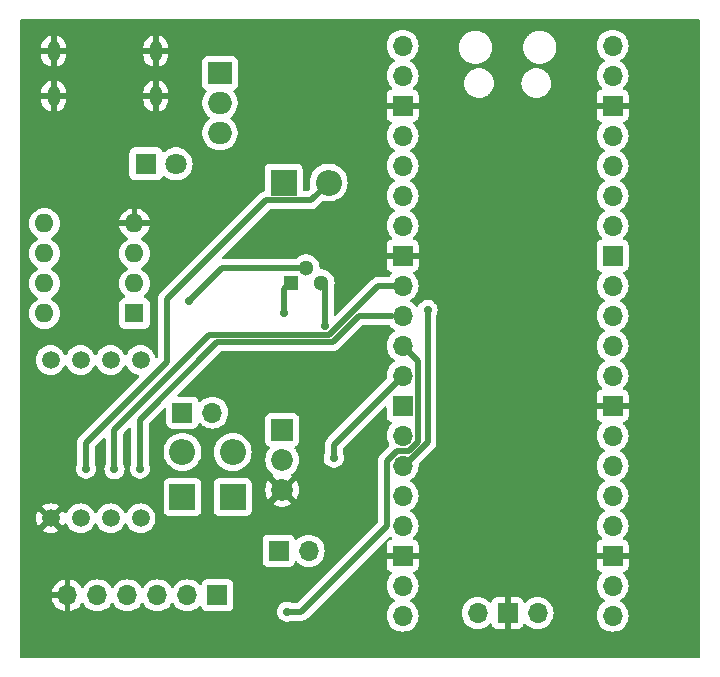
<source format=gbl>
%TF.GenerationSoftware,KiCad,Pcbnew,7.0.9*%
%TF.CreationDate,2024-02-04T13:54:49+01:00*%
%TF.ProjectId,BPN,42504e2e-6b69-4636-9164-5f7063625858,29.01.2024*%
%TF.SameCoordinates,Original*%
%TF.FileFunction,Copper,L2,Bot*%
%TF.FilePolarity,Positive*%
%FSLAX46Y46*%
G04 Gerber Fmt 4.6, Leading zero omitted, Abs format (unit mm)*
G04 Created by KiCad (PCBNEW 7.0.9) date 2024-02-04 13:54:49*
%MOMM*%
%LPD*%
G01*
G04 APERTURE LIST*
%TA.AperFunction,ComponentPad*%
%ADD10R,1.600000X1.600000*%
%TD*%
%TA.AperFunction,ComponentPad*%
%ADD11O,1.600000X1.600000*%
%TD*%
%TA.AperFunction,ComponentPad*%
%ADD12R,2.200000X2.200000*%
%TD*%
%TA.AperFunction,ComponentPad*%
%ADD13O,2.200000X2.200000*%
%TD*%
%TA.AperFunction,ComponentPad*%
%ADD14R,2.000000X1.905000*%
%TD*%
%TA.AperFunction,ComponentPad*%
%ADD15O,2.000000X1.905000*%
%TD*%
%TA.AperFunction,ComponentPad*%
%ADD16R,1.300000X1.300000*%
%TD*%
%TA.AperFunction,ComponentPad*%
%ADD17C,1.300000*%
%TD*%
%TA.AperFunction,ComponentPad*%
%ADD18R,1.800000X1.800000*%
%TD*%
%TA.AperFunction,ComponentPad*%
%ADD19C,1.800000*%
%TD*%
%TA.AperFunction,ComponentPad*%
%ADD20R,1.700000X1.700000*%
%TD*%
%TA.AperFunction,ComponentPad*%
%ADD21O,1.700000X1.700000*%
%TD*%
%TA.AperFunction,ComponentPad*%
%ADD22O,1.100000X1.700000*%
%TD*%
%TA.AperFunction,ComponentPad*%
%ADD23C,1.500000*%
%TD*%
%TA.AperFunction,ComponentPad*%
%ADD24R,1.850000X1.850000*%
%TD*%
%TA.AperFunction,ComponentPad*%
%ADD25C,1.850000*%
%TD*%
%TA.AperFunction,ViaPad*%
%ADD26C,0.700000*%
%TD*%
%TA.AperFunction,Conductor*%
%ADD27C,0.500000*%
%TD*%
G04 APERTURE END LIST*
D10*
%TO.P,U3,1*%
%TO.N,Net-(Q1-B)*%
X149535000Y-70875000D03*
D11*
%TO.P,U3,2,-*%
%TO.N,Net-(U3A--)*%
X149535000Y-68335000D03*
%TO.P,U3,3,+*%
%TO.N,Net-(U3A-+)*%
X149535000Y-65795000D03*
%TO.P,U3,4,V-*%
%TO.N,GND*%
X149535000Y-63255000D03*
%TO.P,U3,5*%
%TO.N,N/C*%
X141915000Y-63255000D03*
%TO.P,U3,6*%
X141915000Y-65795000D03*
%TO.P,U3,7*%
X141915000Y-68335000D03*
%TO.P,U3,8,V+*%
%TO.N,+5V*%
X141915000Y-70875000D03*
%TD*%
D12*
%TO.P,D3,1,K*%
%TO.N,+3.3V*%
X153600000Y-86412183D03*
D13*
%TO.P,D3,2,A*%
%TO.N,Net-(D3-A)*%
X153600000Y-82602183D03*
%TD*%
D14*
%TO.P,U1,1,ADJ*%
%TO.N,Net-(U1-ADJ)*%
X156785000Y-50526409D03*
D15*
%TO.P,U1,2,VO*%
%TO.N,+3.3V*%
X156785000Y-53066409D03*
%TO.P,U1,3,VI*%
%TO.N,+5V*%
X156785000Y-55606409D03*
%TD*%
D16*
%TO.P,Q1,1,E*%
%TO.N,Net-(Q1-E)*%
X162785000Y-68300000D03*
D17*
%TO.P,Q1,2,B*%
%TO.N,Net-(Q1-B)*%
X164055000Y-67030000D03*
%TO.P,Q1,3,C*%
%TO.N,Net-(D3-A)*%
X165325000Y-68300000D03*
%TD*%
D18*
%TO.P,D1,1,K*%
%TO.N,Net-(D1-K)*%
X150510000Y-58225000D03*
D19*
%TO.P,D1,2,A*%
%TO.N,+5V*%
X153050000Y-58225000D03*
%TD*%
D20*
%TO.P,J3,1,Pin_1*%
%TO.N,+3.3V*%
X161745000Y-90975000D03*
D21*
%TO.P,J3,2,Pin_2*%
%TO.N,Net-(D4-A)*%
X164285000Y-90975000D03*
%TD*%
D22*
%TO.P,J1,S1,SHIELD*%
%TO.N,GND*%
X151335000Y-52480000D03*
X151335000Y-48680000D03*
X142695000Y-52480000D03*
X142695000Y-48680000D03*
%TD*%
D20*
%TO.P,J4,1,Pin_1*%
%TO.N,+3.3V*%
X156560000Y-94750000D03*
D21*
%TO.P,J4,2,Pin_2*%
%TO.N,/SDA0*%
X154020000Y-94750000D03*
%TO.P,J4,3,Pin_3*%
%TO.N,/SCL0*%
X151480000Y-94750000D03*
%TO.P,J4,4,Pin_4*%
%TO.N,unconnected-(J4-Pin_4-Pad4)*%
X148940000Y-94750000D03*
%TO.P,J4,5,Pin_5*%
%TO.N,unconnected-(J4-Pin_5-Pad5)*%
X146400000Y-94750000D03*
%TO.P,J4,6,Pin_6*%
%TO.N,GND*%
X143860000Y-94750000D03*
%TD*%
D23*
%TO.P,U4,1,GND*%
%TO.N,GND*%
X142435000Y-88225000D03*
%TO.P,U4,2,VCC*%
%TO.N,+3.3V*%
X144975000Y-88225000D03*
%TO.P,U4,3,SDA*%
%TO.N,/SDA1*%
X147515000Y-88225000D03*
%TO.P,U4,4,SCL*%
%TO.N,/SCL1*%
X150055000Y-88225000D03*
%TO.P,U4,5,NC*%
%TO.N,unconnected-(U4-NC-Pad5)*%
X150055000Y-74825000D03*
%TO.P,U4,6,NC*%
%TO.N,unconnected-(U4-NC-Pad6)*%
X147515000Y-74825000D03*
%TO.P,U4,7,NC*%
%TO.N,unconnected-(U4-NC-Pad7)*%
X144975000Y-74825000D03*
%TO.P,U4,8,NC*%
%TO.N,unconnected-(U4-NC-Pad8)*%
X142435000Y-74825000D03*
%TD*%
D24*
%TO.P,Q2,1,G*%
%TO.N,Net-(Q2-G)*%
X162045000Y-80735000D03*
D25*
%TO.P,Q2,2,D*%
%TO.N,Net-(D4-A)*%
X162045000Y-83275000D03*
%TO.P,Q2,3,S*%
%TO.N,GND*%
X162045000Y-85815000D03*
%TD*%
D21*
%TO.P,U2,1,GPIO0*%
%TO.N,unconnected-(U2-GPIO0-Pad1)*%
X172235000Y-48215000D03*
%TO.P,U2,2,GPIO1*%
%TO.N,unconnected-(U2-GPIO1-Pad2)*%
X172235000Y-50755000D03*
D20*
%TO.P,U2,3,GND*%
%TO.N,GND*%
X172235000Y-53295000D03*
D21*
%TO.P,U2,4,GPIO2*%
%TO.N,unconnected-(U2-GPIO2-Pad4)*%
X172235000Y-55835000D03*
%TO.P,U2,5,GPIO3*%
%TO.N,unconnected-(U2-GPIO3-Pad5)*%
X172235000Y-58375000D03*
%TO.P,U2,6,GPIO4*%
%TO.N,unconnected-(U2-GPIO4-Pad6)*%
X172235000Y-60915000D03*
%TO.P,U2,7,GPIO5*%
%TO.N,unconnected-(U2-GPIO5-Pad7)*%
X172235000Y-63455000D03*
D20*
%TO.P,U2,8,GND*%
%TO.N,GND*%
X172235000Y-65995000D03*
D21*
%TO.P,U2,9,GPIO6*%
%TO.N,/SDA1*%
X172235000Y-68535000D03*
%TO.P,U2,10,GPIO7*%
%TO.N,/SCL1*%
X172235000Y-71075000D03*
%TO.P,U2,11,GPIO8*%
%TO.N,/SDA0*%
X172235000Y-73615000D03*
%TO.P,U2,12,GPIO9*%
%TO.N,/SCL0*%
X172235000Y-76155000D03*
D20*
%TO.P,U2,13,GND*%
%TO.N,GND*%
X172235000Y-78695000D03*
D21*
%TO.P,U2,14,GPIO10*%
%TO.N,/Pump*%
X172235000Y-81235000D03*
%TO.P,U2,15,GPIO11*%
%TO.N,/Valve*%
X172235000Y-83775000D03*
%TO.P,U2,16,GPIO12*%
%TO.N,unconnected-(U2-GPIO12-Pad16)*%
X172235000Y-86315000D03*
%TO.P,U2,17,GPIO13*%
%TO.N,unconnected-(U2-GPIO13-Pad17)*%
X172235000Y-88855000D03*
D20*
%TO.P,U2,18,GND*%
%TO.N,GND*%
X172235000Y-91395000D03*
D21*
%TO.P,U2,19,GPIO14*%
%TO.N,unconnected-(U2-GPIO14-Pad19)*%
X172235000Y-93935000D03*
%TO.P,U2,20,GPIO15*%
%TO.N,unconnected-(U2-GPIO15-Pad20)*%
X172235000Y-96475000D03*
%TO.P,U2,21,GPIO16*%
%TO.N,unconnected-(U2-GPIO16-Pad21)*%
X190015000Y-96475000D03*
%TO.P,U2,22,GPIO17*%
%TO.N,unconnected-(U2-GPIO17-Pad22)*%
X190015000Y-93935000D03*
D20*
%TO.P,U2,23,GND*%
%TO.N,GND*%
X190015000Y-91395000D03*
D21*
%TO.P,U2,24,GPIO18*%
%TO.N,unconnected-(U2-GPIO18-Pad24)*%
X190015000Y-88855000D03*
%TO.P,U2,25,GPIO19*%
%TO.N,unconnected-(U2-GPIO19-Pad25)*%
X190015000Y-86315000D03*
%TO.P,U2,26,GPIO20*%
%TO.N,unconnected-(U2-GPIO20-Pad26)*%
X190015000Y-83775000D03*
%TO.P,U2,27,GPIO21*%
%TO.N,unconnected-(U2-GPIO21-Pad27)*%
X190015000Y-81235000D03*
D20*
%TO.P,U2,28,GND*%
%TO.N,GND*%
X190015000Y-78695000D03*
D21*
%TO.P,U2,29,GPIO22*%
%TO.N,unconnected-(U2-GPIO22-Pad29)*%
X190015000Y-76155000D03*
%TO.P,U2,30,RUN*%
%TO.N,unconnected-(U2-RUN-Pad30)*%
X190015000Y-73615000D03*
%TO.P,U2,31,GPIO26_ADC0*%
%TO.N,unconnected-(U2-GPIO26_ADC0-Pad31)*%
X190015000Y-71075000D03*
%TO.P,U2,32,GPIO27_ADC1*%
%TO.N,unconnected-(U2-GPIO27_ADC1-Pad32)*%
X190015000Y-68535000D03*
D20*
%TO.P,U2,33,AGND*%
%TO.N,unconnected-(U2-AGND-Pad33)*%
X190015000Y-65995000D03*
D21*
%TO.P,U2,34,GPIO28_ADC2*%
%TO.N,unconnected-(U2-GPIO28_ADC2-Pad34)*%
X190015000Y-63455000D03*
%TO.P,U2,35,ADC_VREF*%
%TO.N,unconnected-(U2-ADC_VREF-Pad35)*%
X190015000Y-60915000D03*
%TO.P,U2,36,3V3*%
%TO.N,unconnected-(U2-3V3-Pad36)*%
X190015000Y-58375000D03*
%TO.P,U2,37,3V3_EN*%
%TO.N,unconnected-(U2-3V3_EN-Pad37)*%
X190015000Y-55835000D03*
D20*
%TO.P,U2,38,GND*%
%TO.N,GND*%
X190015000Y-53295000D03*
D21*
%TO.P,U2,39,VSYS*%
%TO.N,unconnected-(U2-VSYS-Pad39)*%
X190015000Y-50755000D03*
%TO.P,U2,40,VBUS*%
%TO.N,unconnected-(U2-VBUS-Pad40)*%
X190015000Y-48215000D03*
%TO.P,U2,41,SWCLK*%
%TO.N,unconnected-(U2-SWCLK-Pad41)*%
X178585000Y-96245000D03*
D20*
%TO.P,U2,42,GND*%
%TO.N,GND*%
X181125000Y-96245000D03*
D21*
%TO.P,U2,43,SWDIO*%
%TO.N,unconnected-(U2-SWDIO-Pad43)*%
X183665000Y-96245000D03*
%TD*%
D12*
%TO.P,D2,1,K*%
%TO.N,+5V*%
X162162818Y-59800000D03*
D13*
%TO.P,D2,2,A*%
%TO.N,+3.3V*%
X165972818Y-59800000D03*
%TD*%
D20*
%TO.P,J2,1,Pin_1*%
%TO.N,+3.3V*%
X153595000Y-79275000D03*
D21*
%TO.P,J2,2,Pin_2*%
%TO.N,Net-(D3-A)*%
X156135000Y-79275000D03*
%TD*%
D12*
%TO.P,D4,1,K*%
%TO.N,+3.3V*%
X157850000Y-86437183D03*
D13*
%TO.P,D4,2,A*%
%TO.N,Net-(D4-A)*%
X157850000Y-82627183D03*
%TD*%
D26*
%TO.N,Net-(Q1-B)*%
X154185000Y-69825000D03*
%TO.N,/SDA0*%
X162450000Y-96137000D03*
%TO.N,/SCL1*%
X149985000Y-84025000D03*
%TO.N,/Valve*%
X174350000Y-70600000D03*
%TO.N,/SDA1*%
X147835000Y-84075000D03*
%TO.N,/SCL0*%
X166400000Y-83100000D03*
%TO.N,Net-(Q1-E)*%
X162235000Y-70875000D03*
%TO.N,Net-(D3-A)*%
X165635000Y-71925000D03*
%TO.N,+3.3V*%
X145435000Y-84025000D03*
%TD*%
D27*
%TO.N,/SDA0*%
X170892233Y-88907767D02*
X170892233Y-83350000D01*
X162450000Y-96137000D02*
X163663000Y-96137000D01*
X163663000Y-96137000D02*
X170892233Y-88907767D01*
X172737767Y-82500000D02*
X173500000Y-81737767D01*
X173500000Y-81737767D02*
X173500000Y-74880000D01*
X171742233Y-82500000D02*
X172737767Y-82500000D01*
X170892233Y-83350000D02*
X171742233Y-82500000D01*
X173500000Y-74880000D02*
X172235000Y-73615000D01*
%TO.N,Net-(Q1-B)*%
X154185000Y-69825000D02*
X156980000Y-67030000D01*
X156980000Y-67030000D02*
X164055000Y-67030000D01*
%TO.N,/SCL1*%
X149985000Y-79865000D02*
X156525000Y-73325000D01*
X149985000Y-84025000D02*
X149985000Y-79865000D01*
X168504238Y-71125000D02*
X171335000Y-71125000D01*
X166304238Y-73325000D02*
X168504238Y-71125000D01*
X156525000Y-73325000D02*
X166304238Y-73325000D01*
%TO.N,/Valve*%
X174350000Y-81807005D02*
X172382005Y-83775000D01*
X174350000Y-70600000D02*
X174350000Y-81807005D01*
X172382005Y-83775000D02*
X172235000Y-83775000D01*
%TO.N,/SDA1*%
X155875000Y-72675000D02*
X166035000Y-72675000D01*
X147835000Y-80715000D02*
X155875000Y-72675000D01*
X147835000Y-84075000D02*
X147835000Y-80715000D01*
X166035000Y-72675000D02*
X170175000Y-68535000D01*
X170175000Y-68535000D02*
X172235000Y-68535000D01*
%TO.N,/SCL0*%
X166400000Y-81990000D02*
X172235000Y-76155000D01*
X166400000Y-83100000D02*
X166400000Y-81990000D01*
%TO.N,Net-(Q1-E)*%
X162235000Y-70875000D02*
X162235000Y-68850000D01*
X162235000Y-68850000D02*
X162785000Y-68300000D01*
%TO.N,Net-(D3-A)*%
X165635000Y-71925000D02*
X165635000Y-68610000D01*
X165635000Y-68610000D02*
X165325000Y-68300000D01*
%TO.N,+3.3V*%
X152285000Y-69677818D02*
X160662818Y-61300000D01*
X164472818Y-61300000D02*
X165972818Y-59800000D01*
X145435000Y-81815000D02*
X152285000Y-74965000D01*
X152285000Y-74965000D02*
X152285000Y-69677818D01*
X160662818Y-61300000D02*
X164472818Y-61300000D01*
X145435000Y-84025000D02*
X145435000Y-81815000D01*
%TD*%
%TA.AperFunction,Conductor*%
%TO.N,GND*%
G36*
X197342539Y-45970185D02*
G01*
X197388294Y-46022989D01*
X197399500Y-46074500D01*
X197399500Y-99925500D01*
X197379815Y-99992539D01*
X197327011Y-100038294D01*
X197275500Y-100049500D01*
X139974500Y-100049500D01*
X139907461Y-100029815D01*
X139861706Y-99977011D01*
X139850500Y-99925500D01*
X139850500Y-95000000D01*
X142529364Y-95000000D01*
X142586567Y-95213486D01*
X142586570Y-95213492D01*
X142686399Y-95427578D01*
X142821894Y-95621082D01*
X142988917Y-95788105D01*
X143182421Y-95923600D01*
X143396507Y-96023429D01*
X143396516Y-96023433D01*
X143610000Y-96080634D01*
X143610000Y-95185501D01*
X143717685Y-95234680D01*
X143824237Y-95250000D01*
X143895763Y-95250000D01*
X144002315Y-95234680D01*
X144110000Y-95185501D01*
X144110000Y-96080633D01*
X144323483Y-96023433D01*
X144323492Y-96023429D01*
X144537578Y-95923600D01*
X144731082Y-95788105D01*
X144898105Y-95621082D01*
X145028119Y-95435405D01*
X145082696Y-95391781D01*
X145152195Y-95384588D01*
X145214549Y-95416110D01*
X145231269Y-95435405D01*
X145232039Y-95436505D01*
X145361505Y-95621401D01*
X145528599Y-95788495D01*
X145625384Y-95856265D01*
X145722165Y-95924032D01*
X145722167Y-95924033D01*
X145722170Y-95924035D01*
X145936337Y-96023903D01*
X146164592Y-96085063D01*
X146341034Y-96100500D01*
X146399999Y-96105659D01*
X146400000Y-96105659D01*
X146400001Y-96105659D01*
X146458966Y-96100500D01*
X146635408Y-96085063D01*
X146863663Y-96023903D01*
X147077830Y-95924035D01*
X147271401Y-95788495D01*
X147438495Y-95621401D01*
X147567961Y-95436505D01*
X147568425Y-95435842D01*
X147623002Y-95392217D01*
X147692500Y-95385023D01*
X147754855Y-95416546D01*
X147771575Y-95435842D01*
X147901281Y-95621082D01*
X147901505Y-95621401D01*
X148068599Y-95788495D01*
X148165384Y-95856265D01*
X148262165Y-95924032D01*
X148262167Y-95924033D01*
X148262170Y-95924035D01*
X148476337Y-96023903D01*
X148704592Y-96085063D01*
X148881034Y-96100500D01*
X148939999Y-96105659D01*
X148940000Y-96105659D01*
X148940001Y-96105659D01*
X148998966Y-96100500D01*
X149175408Y-96085063D01*
X149403663Y-96023903D01*
X149617830Y-95924035D01*
X149811401Y-95788495D01*
X149978495Y-95621401D01*
X150107961Y-95436505D01*
X150108425Y-95435842D01*
X150163002Y-95392217D01*
X150232500Y-95385023D01*
X150294855Y-95416546D01*
X150311575Y-95435842D01*
X150441281Y-95621082D01*
X150441505Y-95621401D01*
X150608599Y-95788495D01*
X150705384Y-95856265D01*
X150802165Y-95924032D01*
X150802167Y-95924033D01*
X150802170Y-95924035D01*
X151016337Y-96023903D01*
X151244592Y-96085063D01*
X151421034Y-96100500D01*
X151479999Y-96105659D01*
X151480000Y-96105659D01*
X151480001Y-96105659D01*
X151538966Y-96100500D01*
X151715408Y-96085063D01*
X151943663Y-96023903D01*
X152157830Y-95924035D01*
X152351401Y-95788495D01*
X152518495Y-95621401D01*
X152647961Y-95436505D01*
X152648425Y-95435842D01*
X152703002Y-95392217D01*
X152772500Y-95385023D01*
X152834855Y-95416546D01*
X152851575Y-95435842D01*
X152981281Y-95621082D01*
X152981505Y-95621401D01*
X153148599Y-95788495D01*
X153245384Y-95856265D01*
X153342165Y-95924032D01*
X153342167Y-95924033D01*
X153342170Y-95924035D01*
X153556337Y-96023903D01*
X153784592Y-96085063D01*
X153961034Y-96100500D01*
X154019999Y-96105659D01*
X154020000Y-96105659D01*
X154020001Y-96105659D01*
X154078966Y-96100500D01*
X154255408Y-96085063D01*
X154483663Y-96023903D01*
X154697830Y-95924035D01*
X154891401Y-95788495D01*
X155013329Y-95666566D01*
X155074648Y-95633084D01*
X155144340Y-95638068D01*
X155200274Y-95679939D01*
X155217189Y-95710917D01*
X155266202Y-95842328D01*
X155266206Y-95842335D01*
X155352452Y-95957544D01*
X155352455Y-95957547D01*
X155467664Y-96043793D01*
X155467671Y-96043797D01*
X155602517Y-96094091D01*
X155602516Y-96094091D01*
X155609444Y-96094835D01*
X155662127Y-96100500D01*
X157457872Y-96100499D01*
X157517483Y-96094091D01*
X157652331Y-96043796D01*
X157767546Y-95957546D01*
X157853796Y-95842331D01*
X157904091Y-95707483D01*
X157910500Y-95647873D01*
X157910499Y-93852128D01*
X157904091Y-93792517D01*
X157902810Y-93789083D01*
X157853797Y-93657671D01*
X157853793Y-93657664D01*
X157767547Y-93542455D01*
X157767544Y-93542452D01*
X157652335Y-93456206D01*
X157652328Y-93456202D01*
X157517482Y-93405908D01*
X157517483Y-93405908D01*
X157457883Y-93399501D01*
X157457881Y-93399500D01*
X157457873Y-93399500D01*
X157457864Y-93399500D01*
X155662129Y-93399500D01*
X155662123Y-93399501D01*
X155602516Y-93405908D01*
X155467671Y-93456202D01*
X155467664Y-93456206D01*
X155352455Y-93542452D01*
X155352452Y-93542455D01*
X155266206Y-93657664D01*
X155266203Y-93657669D01*
X155217189Y-93789083D01*
X155175317Y-93845016D01*
X155109853Y-93869433D01*
X155041580Y-93854581D01*
X155013326Y-93833430D01*
X154891402Y-93711506D01*
X154891395Y-93711501D01*
X154697834Y-93575967D01*
X154697830Y-93575965D01*
X154697828Y-93575964D01*
X154483663Y-93476097D01*
X154483659Y-93476096D01*
X154483655Y-93476094D01*
X154255413Y-93414938D01*
X154255403Y-93414936D01*
X154020001Y-93394341D01*
X154019999Y-93394341D01*
X153784596Y-93414936D01*
X153784586Y-93414938D01*
X153556344Y-93476094D01*
X153556335Y-93476098D01*
X153342171Y-93575964D01*
X153342169Y-93575965D01*
X153148597Y-93711505D01*
X152981505Y-93878597D01*
X152851575Y-94064158D01*
X152796998Y-94107783D01*
X152727500Y-94114977D01*
X152665145Y-94083454D01*
X152648425Y-94064158D01*
X152518494Y-93878597D01*
X152351402Y-93711506D01*
X152351395Y-93711501D01*
X152157834Y-93575967D01*
X152157830Y-93575965D01*
X152157828Y-93575964D01*
X151943663Y-93476097D01*
X151943659Y-93476096D01*
X151943655Y-93476094D01*
X151715413Y-93414938D01*
X151715403Y-93414936D01*
X151480001Y-93394341D01*
X151479999Y-93394341D01*
X151244596Y-93414936D01*
X151244586Y-93414938D01*
X151016344Y-93476094D01*
X151016335Y-93476098D01*
X150802171Y-93575964D01*
X150802169Y-93575965D01*
X150608597Y-93711505D01*
X150441505Y-93878597D01*
X150311575Y-94064158D01*
X150256998Y-94107783D01*
X150187500Y-94114977D01*
X150125145Y-94083454D01*
X150108425Y-94064158D01*
X149978494Y-93878597D01*
X149811402Y-93711506D01*
X149811395Y-93711501D01*
X149617834Y-93575967D01*
X149617830Y-93575965D01*
X149617828Y-93575964D01*
X149403663Y-93476097D01*
X149403659Y-93476096D01*
X149403655Y-93476094D01*
X149175413Y-93414938D01*
X149175403Y-93414936D01*
X148940001Y-93394341D01*
X148939999Y-93394341D01*
X148704596Y-93414936D01*
X148704586Y-93414938D01*
X148476344Y-93476094D01*
X148476335Y-93476098D01*
X148262171Y-93575964D01*
X148262169Y-93575965D01*
X148068597Y-93711505D01*
X147901505Y-93878597D01*
X147771575Y-94064158D01*
X147716998Y-94107783D01*
X147647500Y-94114977D01*
X147585145Y-94083454D01*
X147568425Y-94064158D01*
X147438494Y-93878597D01*
X147271402Y-93711506D01*
X147271395Y-93711501D01*
X147077834Y-93575967D01*
X147077830Y-93575965D01*
X147077828Y-93575964D01*
X146863663Y-93476097D01*
X146863659Y-93476096D01*
X146863655Y-93476094D01*
X146635413Y-93414938D01*
X146635403Y-93414936D01*
X146400001Y-93394341D01*
X146399999Y-93394341D01*
X146164596Y-93414936D01*
X146164586Y-93414938D01*
X145936344Y-93476094D01*
X145936335Y-93476098D01*
X145722171Y-93575964D01*
X145722169Y-93575965D01*
X145528597Y-93711505D01*
X145361508Y-93878594D01*
X145231269Y-94064595D01*
X145176692Y-94108219D01*
X145107193Y-94115412D01*
X145044839Y-94083890D01*
X145028119Y-94064594D01*
X144898113Y-93878926D01*
X144898108Y-93878920D01*
X144731082Y-93711894D01*
X144537578Y-93576399D01*
X144323492Y-93476570D01*
X144323486Y-93476567D01*
X144110000Y-93419364D01*
X144110000Y-94314498D01*
X144002315Y-94265320D01*
X143895763Y-94250000D01*
X143824237Y-94250000D01*
X143717685Y-94265320D01*
X143610000Y-94314498D01*
X143610000Y-93419364D01*
X143609999Y-93419364D01*
X143396513Y-93476567D01*
X143396507Y-93476570D01*
X143182422Y-93576399D01*
X143182420Y-93576400D01*
X142988926Y-93711886D01*
X142988920Y-93711891D01*
X142821891Y-93878920D01*
X142821886Y-93878926D01*
X142686400Y-94072420D01*
X142686399Y-94072422D01*
X142586570Y-94286507D01*
X142586567Y-94286513D01*
X142529364Y-94499999D01*
X142529364Y-94500000D01*
X143426314Y-94500000D01*
X143400507Y-94540156D01*
X143360000Y-94678111D01*
X143360000Y-94821889D01*
X143400507Y-94959844D01*
X143426314Y-95000000D01*
X142529364Y-95000000D01*
X139850500Y-95000000D01*
X139850500Y-91872870D01*
X160394500Y-91872870D01*
X160394501Y-91872876D01*
X160400908Y-91932483D01*
X160451202Y-92067328D01*
X160451206Y-92067335D01*
X160537452Y-92182544D01*
X160537455Y-92182547D01*
X160652664Y-92268793D01*
X160652671Y-92268797D01*
X160787517Y-92319091D01*
X160787516Y-92319091D01*
X160794444Y-92319835D01*
X160847127Y-92325500D01*
X162642872Y-92325499D01*
X162702483Y-92319091D01*
X162837331Y-92268796D01*
X162952546Y-92182546D01*
X163038796Y-92067331D01*
X163087810Y-91935916D01*
X163129681Y-91879984D01*
X163195145Y-91855566D01*
X163263418Y-91870417D01*
X163291673Y-91891569D01*
X163413599Y-92013495D01*
X163510384Y-92081265D01*
X163607165Y-92149032D01*
X163607167Y-92149033D01*
X163607170Y-92149035D01*
X163821337Y-92248903D01*
X164049592Y-92310063D01*
X164226034Y-92325500D01*
X164284999Y-92330659D01*
X164285000Y-92330659D01*
X164285001Y-92330659D01*
X164343966Y-92325500D01*
X164520408Y-92310063D01*
X164748663Y-92248903D01*
X164962830Y-92149035D01*
X165156401Y-92013495D01*
X165323495Y-91846401D01*
X165459035Y-91652830D01*
X165558903Y-91438663D01*
X165620063Y-91210408D01*
X165640659Y-90975000D01*
X165620063Y-90739592D01*
X165558903Y-90511337D01*
X165459035Y-90297171D01*
X165384038Y-90190063D01*
X165323494Y-90103597D01*
X165156402Y-89936506D01*
X165156395Y-89936501D01*
X164962834Y-89800967D01*
X164962830Y-89800965D01*
X164924973Y-89783312D01*
X164748663Y-89701097D01*
X164748659Y-89701096D01*
X164748655Y-89701094D01*
X164520413Y-89639938D01*
X164520403Y-89639936D01*
X164285001Y-89619341D01*
X164284999Y-89619341D01*
X164049596Y-89639936D01*
X164049586Y-89639938D01*
X163821344Y-89701094D01*
X163821335Y-89701098D01*
X163607171Y-89800964D01*
X163607169Y-89800965D01*
X163413600Y-89936503D01*
X163291673Y-90058430D01*
X163230350Y-90091914D01*
X163160658Y-90086930D01*
X163104725Y-90045058D01*
X163087810Y-90014081D01*
X163038797Y-89882671D01*
X163038793Y-89882664D01*
X162952547Y-89767455D01*
X162952544Y-89767452D01*
X162837335Y-89681206D01*
X162837328Y-89681202D01*
X162702482Y-89630908D01*
X162702483Y-89630908D01*
X162642883Y-89624501D01*
X162642881Y-89624500D01*
X162642873Y-89624500D01*
X162642864Y-89624500D01*
X160847129Y-89624500D01*
X160847123Y-89624501D01*
X160787516Y-89630908D01*
X160652671Y-89681202D01*
X160652664Y-89681206D01*
X160537455Y-89767452D01*
X160537452Y-89767455D01*
X160451206Y-89882664D01*
X160451202Y-89882671D01*
X160400908Y-90017517D01*
X160394501Y-90077116D01*
X160394500Y-90077135D01*
X160394500Y-91872870D01*
X139850500Y-91872870D01*
X139850500Y-88225000D01*
X141180225Y-88225000D01*
X141199287Y-88442884D01*
X141199289Y-88442894D01*
X141255894Y-88654150D01*
X141255898Y-88654159D01*
X141348335Y-88852391D01*
X141391873Y-88914571D01*
X141391875Y-88914572D01*
X142037046Y-88269400D01*
X142049835Y-88350148D01*
X142107359Y-88463045D01*
X142196955Y-88552641D01*
X142309852Y-88610165D01*
X142390599Y-88622953D01*
X141745426Y-89268124D01*
X141807611Y-89311666D01*
X141807613Y-89311667D01*
X142005840Y-89404101D01*
X142005849Y-89404105D01*
X142217105Y-89460710D01*
X142217115Y-89460712D01*
X142434999Y-89479775D01*
X142435001Y-89479775D01*
X142652884Y-89460712D01*
X142652894Y-89460710D01*
X142864150Y-89404105D01*
X142864159Y-89404101D01*
X143062387Y-89311666D01*
X143124572Y-89268124D01*
X142479401Y-88622953D01*
X142560148Y-88610165D01*
X142673045Y-88552641D01*
X142762641Y-88463045D01*
X142820165Y-88350148D01*
X142832953Y-88269400D01*
X143478124Y-88914572D01*
X143521667Y-88852386D01*
X143521668Y-88852384D01*
X143592341Y-88700825D01*
X143638513Y-88648385D01*
X143705706Y-88629233D01*
X143772587Y-88649448D01*
X143817105Y-88700824D01*
X143887897Y-88852638D01*
X143887898Y-88852639D01*
X144013402Y-89031877D01*
X144168123Y-89186598D01*
X144347361Y-89312102D01*
X144545670Y-89404575D01*
X144757023Y-89461207D01*
X144939926Y-89477208D01*
X144974998Y-89480277D01*
X144975000Y-89480277D01*
X144975002Y-89480277D01*
X145003254Y-89477805D01*
X145192977Y-89461207D01*
X145404330Y-89404575D01*
X145602639Y-89312102D01*
X145781877Y-89186598D01*
X145936598Y-89031877D01*
X146062102Y-88852639D01*
X146132618Y-88701414D01*
X146178790Y-88648977D01*
X146245984Y-88629825D01*
X146312865Y-88650041D01*
X146357381Y-88701414D01*
X146427898Y-88852639D01*
X146553402Y-89031877D01*
X146708123Y-89186598D01*
X146887361Y-89312102D01*
X147085670Y-89404575D01*
X147297023Y-89461207D01*
X147479926Y-89477208D01*
X147514998Y-89480277D01*
X147515000Y-89480277D01*
X147515002Y-89480277D01*
X147543254Y-89477805D01*
X147732977Y-89461207D01*
X147944330Y-89404575D01*
X148142639Y-89312102D01*
X148321877Y-89186598D01*
X148476598Y-89031877D01*
X148602102Y-88852639D01*
X148672618Y-88701414D01*
X148718790Y-88648977D01*
X148785984Y-88629825D01*
X148852865Y-88650041D01*
X148897381Y-88701414D01*
X148967898Y-88852639D01*
X149093402Y-89031877D01*
X149248123Y-89186598D01*
X149427361Y-89312102D01*
X149625670Y-89404575D01*
X149837023Y-89461207D01*
X150019926Y-89477208D01*
X150054998Y-89480277D01*
X150055000Y-89480277D01*
X150055002Y-89480277D01*
X150083254Y-89477805D01*
X150272977Y-89461207D01*
X150484330Y-89404575D01*
X150682639Y-89312102D01*
X150861877Y-89186598D01*
X151016598Y-89031877D01*
X151142102Y-88852639D01*
X151234575Y-88654330D01*
X151291207Y-88442977D01*
X151310277Y-88225000D01*
X151291207Y-88007023D01*
X151242434Y-87825000D01*
X151234577Y-87795677D01*
X151234576Y-87795676D01*
X151234575Y-87795670D01*
X151142102Y-87597362D01*
X151142099Y-87597358D01*
X151142099Y-87597357D01*
X151115979Y-87560053D01*
X151999500Y-87560053D01*
X151999501Y-87560059D01*
X152005908Y-87619666D01*
X152056202Y-87754511D01*
X152056206Y-87754518D01*
X152142452Y-87869727D01*
X152142455Y-87869730D01*
X152257664Y-87955976D01*
X152257671Y-87955980D01*
X152392517Y-88006274D01*
X152392516Y-88006274D01*
X152399444Y-88007018D01*
X152452127Y-88012683D01*
X154747872Y-88012682D01*
X154807483Y-88006274D01*
X154942331Y-87955979D01*
X155057546Y-87869729D01*
X155143796Y-87754514D01*
X155194091Y-87619666D01*
X155197812Y-87585053D01*
X156249500Y-87585053D01*
X156249501Y-87585059D01*
X156255908Y-87644666D01*
X156306202Y-87779511D01*
X156306206Y-87779518D01*
X156392452Y-87894727D01*
X156392455Y-87894730D01*
X156507664Y-87980976D01*
X156507671Y-87980980D01*
X156642517Y-88031274D01*
X156642516Y-88031274D01*
X156649444Y-88032018D01*
X156702127Y-88037683D01*
X158997872Y-88037682D01*
X159057483Y-88031274D01*
X159192331Y-87980979D01*
X159307546Y-87894729D01*
X159393796Y-87779514D01*
X159444091Y-87644666D01*
X159450500Y-87585056D01*
X159450499Y-85289311D01*
X159444091Y-85229700D01*
X159438454Y-85214587D01*
X159393797Y-85094854D01*
X159393793Y-85094847D01*
X159307547Y-84979638D01*
X159307544Y-84979635D01*
X159192335Y-84893389D01*
X159192328Y-84893385D01*
X159057482Y-84843091D01*
X159057483Y-84843091D01*
X158997883Y-84836684D01*
X158997881Y-84836683D01*
X158997873Y-84836683D01*
X158997864Y-84836683D01*
X156702129Y-84836683D01*
X156702123Y-84836684D01*
X156642516Y-84843091D01*
X156507671Y-84893385D01*
X156507664Y-84893389D01*
X156392455Y-84979635D01*
X156392452Y-84979638D01*
X156306206Y-85094847D01*
X156306202Y-85094854D01*
X156255908Y-85229700D01*
X156249501Y-85289299D01*
X156249501Y-85289306D01*
X156249500Y-85289318D01*
X156249500Y-87585053D01*
X155197812Y-87585053D01*
X155200500Y-87560056D01*
X155200499Y-85264311D01*
X155194091Y-85204700D01*
X155170319Y-85140965D01*
X155143797Y-85069854D01*
X155143793Y-85069847D01*
X155057547Y-84954638D01*
X155057544Y-84954635D01*
X154942335Y-84868389D01*
X154942328Y-84868385D01*
X154807482Y-84818091D01*
X154807483Y-84818091D01*
X154747883Y-84811684D01*
X154747881Y-84811683D01*
X154747873Y-84811683D01*
X154747864Y-84811683D01*
X152452129Y-84811683D01*
X152452123Y-84811684D01*
X152392516Y-84818091D01*
X152257671Y-84868385D01*
X152257664Y-84868389D01*
X152142455Y-84954635D01*
X152142452Y-84954638D01*
X152056206Y-85069847D01*
X152056202Y-85069854D01*
X152005908Y-85204700D01*
X151999501Y-85264299D01*
X151999501Y-85264306D01*
X151999500Y-85264318D01*
X151999500Y-87560053D01*
X151115979Y-87560053D01*
X151016599Y-87418124D01*
X150951968Y-87353493D01*
X150861877Y-87263402D01*
X150723978Y-87166844D01*
X150682638Y-87137897D01*
X150583484Y-87091661D01*
X150484330Y-87045425D01*
X150484326Y-87045424D01*
X150484322Y-87045422D01*
X150272977Y-86988793D01*
X150055002Y-86969723D01*
X150054998Y-86969723D01*
X149909682Y-86982436D01*
X149837023Y-86988793D01*
X149837020Y-86988793D01*
X149625677Y-87045422D01*
X149625668Y-87045426D01*
X149427361Y-87137898D01*
X149427357Y-87137900D01*
X149248121Y-87263402D01*
X149093402Y-87418121D01*
X148967900Y-87597357D01*
X148967898Y-87597361D01*
X148897382Y-87748583D01*
X148851209Y-87801022D01*
X148784016Y-87820174D01*
X148717135Y-87799958D01*
X148672618Y-87748583D01*
X148624160Y-87644665D01*
X148602102Y-87597362D01*
X148602099Y-87597358D01*
X148602099Y-87597357D01*
X148476599Y-87418124D01*
X148411968Y-87353493D01*
X148321877Y-87263402D01*
X148183978Y-87166844D01*
X148142638Y-87137897D01*
X148043484Y-87091661D01*
X147944330Y-87045425D01*
X147944326Y-87045424D01*
X147944322Y-87045422D01*
X147732977Y-86988793D01*
X147515002Y-86969723D01*
X147514998Y-86969723D01*
X147369682Y-86982436D01*
X147297023Y-86988793D01*
X147297020Y-86988793D01*
X147085677Y-87045422D01*
X147085668Y-87045426D01*
X146887361Y-87137898D01*
X146887357Y-87137900D01*
X146708121Y-87263402D01*
X146553402Y-87418121D01*
X146427900Y-87597357D01*
X146427898Y-87597361D01*
X146357382Y-87748583D01*
X146311209Y-87801022D01*
X146244016Y-87820174D01*
X146177135Y-87799958D01*
X146132618Y-87748583D01*
X146084160Y-87644665D01*
X146062102Y-87597362D01*
X146062099Y-87597358D01*
X146062099Y-87597357D01*
X145936599Y-87418124D01*
X145871968Y-87353493D01*
X145781877Y-87263402D01*
X145643978Y-87166844D01*
X145602638Y-87137897D01*
X145503484Y-87091661D01*
X145404330Y-87045425D01*
X145404326Y-87045424D01*
X145404322Y-87045422D01*
X145192977Y-86988793D01*
X144975002Y-86969723D01*
X144974998Y-86969723D01*
X144829682Y-86982436D01*
X144757023Y-86988793D01*
X144757020Y-86988793D01*
X144545677Y-87045422D01*
X144545668Y-87045426D01*
X144347361Y-87137898D01*
X144347357Y-87137900D01*
X144168121Y-87263402D01*
X144013402Y-87418121D01*
X143887900Y-87597357D01*
X143887900Y-87597358D01*
X143887898Y-87597361D01*
X143887898Y-87597362D01*
X143887779Y-87597617D01*
X143817105Y-87749176D01*
X143770932Y-87801615D01*
X143703738Y-87820766D01*
X143636857Y-87800550D01*
X143592341Y-87749174D01*
X143521669Y-87597617D01*
X143478123Y-87535428D01*
X142832953Y-88180598D01*
X142820165Y-88099852D01*
X142762641Y-87986955D01*
X142673045Y-87897359D01*
X142560148Y-87839835D01*
X142479401Y-87827046D01*
X143124572Y-87181875D01*
X143124571Y-87181873D01*
X143062391Y-87138335D01*
X142864159Y-87045898D01*
X142864150Y-87045894D01*
X142652894Y-86989289D01*
X142652884Y-86989287D01*
X142435001Y-86970225D01*
X142434999Y-86970225D01*
X142217115Y-86989287D01*
X142217105Y-86989289D01*
X142005849Y-87045894D01*
X142005840Y-87045898D01*
X141807614Y-87138332D01*
X141807612Y-87138333D01*
X141745428Y-87181875D01*
X141745427Y-87181875D01*
X142390599Y-87827046D01*
X142309852Y-87839835D01*
X142196955Y-87897359D01*
X142107359Y-87986955D01*
X142049835Y-88099852D01*
X142037046Y-88180598D01*
X141391875Y-87535427D01*
X141391875Y-87535428D01*
X141348333Y-87597612D01*
X141348332Y-87597614D01*
X141255898Y-87795840D01*
X141255894Y-87795849D01*
X141199289Y-88007105D01*
X141199287Y-88007115D01*
X141180225Y-88224999D01*
X141180225Y-88225000D01*
X139850500Y-88225000D01*
X139850500Y-74825002D01*
X141179723Y-74825002D01*
X141198793Y-75042975D01*
X141198793Y-75042979D01*
X141255422Y-75254322D01*
X141255424Y-75254326D01*
X141255425Y-75254330D01*
X141277382Y-75301416D01*
X141347897Y-75452638D01*
X141372998Y-75488486D01*
X141473402Y-75631877D01*
X141628123Y-75786598D01*
X141807361Y-75912102D01*
X142005670Y-76004575D01*
X142217023Y-76061207D01*
X142399926Y-76077208D01*
X142434998Y-76080277D01*
X142435000Y-76080277D01*
X142435002Y-76080277D01*
X142463254Y-76077805D01*
X142652977Y-76061207D01*
X142864330Y-76004575D01*
X143062639Y-75912102D01*
X143241877Y-75786598D01*
X143396598Y-75631877D01*
X143522102Y-75452639D01*
X143592618Y-75301414D01*
X143638790Y-75248977D01*
X143705984Y-75229825D01*
X143772865Y-75250041D01*
X143817381Y-75301414D01*
X143887898Y-75452639D01*
X144013402Y-75631877D01*
X144168123Y-75786598D01*
X144347361Y-75912102D01*
X144545670Y-76004575D01*
X144757023Y-76061207D01*
X144939926Y-76077208D01*
X144974998Y-76080277D01*
X144975000Y-76080277D01*
X144975002Y-76080277D01*
X145003254Y-76077805D01*
X145192977Y-76061207D01*
X145404330Y-76004575D01*
X145602639Y-75912102D01*
X145781877Y-75786598D01*
X145936598Y-75631877D01*
X146062102Y-75452639D01*
X146132618Y-75301414D01*
X146178790Y-75248977D01*
X146245984Y-75229825D01*
X146312865Y-75250041D01*
X146357381Y-75301414D01*
X146427898Y-75452639D01*
X146553402Y-75631877D01*
X146708123Y-75786598D01*
X146887361Y-75912102D01*
X147085670Y-76004575D01*
X147297023Y-76061207D01*
X147479926Y-76077208D01*
X147514998Y-76080277D01*
X147515000Y-76080277D01*
X147515002Y-76080277D01*
X147543254Y-76077805D01*
X147732977Y-76061207D01*
X147944330Y-76004575D01*
X148142639Y-75912102D01*
X148321877Y-75786598D01*
X148476598Y-75631877D01*
X148602102Y-75452639D01*
X148672618Y-75301414D01*
X148718790Y-75248977D01*
X148785984Y-75229825D01*
X148852865Y-75250041D01*
X148897381Y-75301414D01*
X148967898Y-75452639D01*
X149093402Y-75631877D01*
X149248123Y-75786598D01*
X149427361Y-75912102D01*
X149625670Y-76004575D01*
X149837023Y-76061207D01*
X149839153Y-76061393D01*
X149840032Y-76061737D01*
X149842351Y-76062146D01*
X149842268Y-76062611D01*
X149904219Y-76086842D01*
X149945201Y-76143431D01*
X149949082Y-76213193D01*
X149916029Y-76272602D01*
X144949358Y-81239272D01*
X144935729Y-81251051D01*
X144916468Y-81265390D01*
X144882898Y-81305397D01*
X144879253Y-81309376D01*
X144873409Y-81315222D01*
X144853059Y-81340959D01*
X144803695Y-81399789D01*
X144799729Y-81405819D01*
X144799682Y-81405788D01*
X144795630Y-81412147D01*
X144795679Y-81412177D01*
X144791889Y-81418321D01*
X144759424Y-81487941D01*
X144724960Y-81556566D01*
X144722488Y-81563357D01*
X144722432Y-81563336D01*
X144719960Y-81570450D01*
X144720015Y-81570469D01*
X144717742Y-81577327D01*
X144709975Y-81614946D01*
X144702207Y-81652565D01*
X144694869Y-81683529D01*
X144684498Y-81727286D01*
X144683661Y-81734454D01*
X144683601Y-81734447D01*
X144682835Y-81741945D01*
X144682895Y-81741951D01*
X144682265Y-81749140D01*
X144684500Y-81825916D01*
X144684500Y-83590678D01*
X144667887Y-83652678D01*
X144653750Y-83677163D01*
X144598504Y-83847192D01*
X144598503Y-83847194D01*
X144579815Y-84025000D01*
X144598503Y-84202805D01*
X144598504Y-84202807D01*
X144653747Y-84372829D01*
X144653750Y-84372835D01*
X144743141Y-84527665D01*
X144784812Y-84573945D01*
X144862764Y-84660521D01*
X144862767Y-84660523D01*
X144862770Y-84660526D01*
X145007407Y-84765612D01*
X145170733Y-84838329D01*
X145345609Y-84875500D01*
X145345610Y-84875500D01*
X145524389Y-84875500D01*
X145524391Y-84875500D01*
X145699267Y-84838329D01*
X145862593Y-84765612D01*
X146007230Y-84660526D01*
X146019948Y-84646402D01*
X146073920Y-84586459D01*
X146126859Y-84527665D01*
X146216250Y-84372835D01*
X146271497Y-84202803D01*
X146290185Y-84025000D01*
X146271497Y-83847197D01*
X146216250Y-83677165D01*
X146202113Y-83652678D01*
X146185500Y-83590678D01*
X146185500Y-82177230D01*
X146205185Y-82110191D01*
X146221819Y-82089549D01*
X146872819Y-81438549D01*
X146934142Y-81405064D01*
X147003834Y-81410048D01*
X147059767Y-81451920D01*
X147084184Y-81517384D01*
X147084500Y-81526230D01*
X147084500Y-83640678D01*
X147067887Y-83702678D01*
X147053750Y-83727163D01*
X146998504Y-83897192D01*
X146998503Y-83897194D01*
X146979815Y-84075000D01*
X146998503Y-84252805D01*
X146998504Y-84252807D01*
X147053747Y-84422829D01*
X147053750Y-84422835D01*
X147143141Y-84577665D01*
X147184812Y-84623946D01*
X147262764Y-84710521D01*
X147262767Y-84710523D01*
X147262770Y-84710526D01*
X147407407Y-84815612D01*
X147570733Y-84888329D01*
X147745609Y-84925500D01*
X147745610Y-84925500D01*
X147924389Y-84925500D01*
X147924391Y-84925500D01*
X148099267Y-84888329D01*
X148262593Y-84815612D01*
X148407230Y-84710526D01*
X148416258Y-84700500D01*
X148452253Y-84660523D01*
X148526859Y-84577665D01*
X148616250Y-84422835D01*
X148671497Y-84252803D01*
X148690185Y-84075000D01*
X148671497Y-83897197D01*
X148616250Y-83727165D01*
X148602113Y-83702678D01*
X148585500Y-83640678D01*
X148585500Y-81077230D01*
X148605185Y-81010191D01*
X148621819Y-80989549D01*
X149022819Y-80588549D01*
X149084142Y-80555064D01*
X149153834Y-80560048D01*
X149209767Y-80601920D01*
X149234184Y-80667384D01*
X149234500Y-80676230D01*
X149234500Y-83590678D01*
X149217887Y-83652678D01*
X149203750Y-83677163D01*
X149148504Y-83847192D01*
X149148503Y-83847194D01*
X149129815Y-84025000D01*
X149148503Y-84202805D01*
X149148504Y-84202807D01*
X149203747Y-84372829D01*
X149203750Y-84372835D01*
X149293141Y-84527665D01*
X149334812Y-84573945D01*
X149412764Y-84660521D01*
X149412767Y-84660523D01*
X149412770Y-84660526D01*
X149557407Y-84765612D01*
X149720733Y-84838329D01*
X149895609Y-84875500D01*
X149895610Y-84875500D01*
X150074389Y-84875500D01*
X150074391Y-84875500D01*
X150249267Y-84838329D01*
X150412593Y-84765612D01*
X150557230Y-84660526D01*
X150569948Y-84646402D01*
X150623920Y-84586459D01*
X150676859Y-84527665D01*
X150766250Y-84372835D01*
X150821497Y-84202803D01*
X150840185Y-84025000D01*
X150821497Y-83847197D01*
X150766250Y-83677165D01*
X150752113Y-83652678D01*
X150735500Y-83590678D01*
X150735500Y-82602183D01*
X151994551Y-82602183D01*
X152014317Y-82853334D01*
X152073126Y-83098293D01*
X152169533Y-83331042D01*
X152301160Y-83545836D01*
X152301161Y-83545839D01*
X152349694Y-83602663D01*
X152464776Y-83737407D01*
X152585611Y-83840610D01*
X152656343Y-83901021D01*
X152656346Y-83901022D01*
X152871140Y-84032649D01*
X153103889Y-84129056D01*
X153348852Y-84187866D01*
X153600000Y-84207632D01*
X153851148Y-84187866D01*
X154096111Y-84129056D01*
X154328859Y-84032649D01*
X154543659Y-83901019D01*
X154735224Y-83737407D01*
X154898836Y-83545842D01*
X155030466Y-83331042D01*
X155126873Y-83098294D01*
X155185683Y-82853331D01*
X155203481Y-82627183D01*
X156244551Y-82627183D01*
X156264317Y-82878334D01*
X156323126Y-83123293D01*
X156419533Y-83356042D01*
X156551160Y-83570836D01*
X156551161Y-83570839D01*
X156578343Y-83602665D01*
X156714776Y-83762407D01*
X156863066Y-83889058D01*
X156906343Y-83926021D01*
X156906346Y-83926022D01*
X157121140Y-84057649D01*
X157293533Y-84129056D01*
X157353889Y-84154056D01*
X157598852Y-84212866D01*
X157850000Y-84232632D01*
X158101148Y-84212866D01*
X158346111Y-84154056D01*
X158578859Y-84057649D01*
X158793659Y-83926019D01*
X158985224Y-83762407D01*
X159148836Y-83570842D01*
X159280466Y-83356042D01*
X159314032Y-83275005D01*
X160614615Y-83275005D01*
X160634123Y-83510430D01*
X160692117Y-83739445D01*
X160787013Y-83955787D01*
X160916225Y-84153562D01*
X161076223Y-84327364D01*
X161076233Y-84327373D01*
X161230523Y-84447462D01*
X161271336Y-84504172D01*
X161275011Y-84573945D01*
X161240379Y-84634628D01*
X161230522Y-84643170D01*
X161228386Y-84644832D01*
X161228385Y-84644833D01*
X161824432Y-85240879D01*
X161746367Y-85271788D01*
X161620657Y-85363121D01*
X161521611Y-85482847D01*
X161469671Y-85593224D01*
X160875749Y-84999302D01*
X160787454Y-85134450D01*
X160692591Y-85350716D01*
X160634617Y-85579652D01*
X160615116Y-85814994D01*
X160615116Y-85815005D01*
X160634617Y-86050347D01*
X160692591Y-86279283D01*
X160787454Y-86495549D01*
X160875749Y-86630695D01*
X161470229Y-86036217D01*
X161484109Y-86078935D01*
X161567368Y-86210131D01*
X161680639Y-86316500D01*
X161816804Y-86391357D01*
X161821093Y-86392458D01*
X161228386Y-86985165D01*
X161228386Y-86985167D01*
X161262919Y-87012045D01*
X161262925Y-87012049D01*
X161470621Y-87124449D01*
X161470629Y-87124452D01*
X161693981Y-87201129D01*
X161926921Y-87240000D01*
X162163079Y-87240000D01*
X162396018Y-87201129D01*
X162619370Y-87124452D01*
X162619388Y-87124445D01*
X162827066Y-87012054D01*
X162827075Y-87012048D01*
X162861612Y-86985166D01*
X162861613Y-86985165D01*
X162265567Y-86389120D01*
X162343633Y-86358212D01*
X162469343Y-86266879D01*
X162568389Y-86147153D01*
X162620328Y-86036776D01*
X163214248Y-86630696D01*
X163302544Y-86495551D01*
X163397408Y-86279283D01*
X163455382Y-86050347D01*
X163474884Y-85815005D01*
X163474884Y-85814994D01*
X163455382Y-85579652D01*
X163397408Y-85350716D01*
X163302546Y-85134453D01*
X163214248Y-84999302D01*
X162619770Y-85593781D01*
X162605891Y-85551065D01*
X162522632Y-85419869D01*
X162409361Y-85313500D01*
X162273196Y-85238643D01*
X162268905Y-85237541D01*
X162861612Y-84644833D01*
X162861612Y-84644832D01*
X162859476Y-84643170D01*
X162818663Y-84586459D01*
X162814988Y-84516686D01*
X162849619Y-84456003D01*
X162859476Y-84447463D01*
X162957905Y-84370851D01*
X163013773Y-84327368D01*
X163173775Y-84153561D01*
X163302986Y-83955788D01*
X163397883Y-83739445D01*
X163455876Y-83510434D01*
X163470741Y-83331042D01*
X163475385Y-83275005D01*
X163475385Y-83274994D01*
X163455876Y-83039569D01*
X163455876Y-83039566D01*
X163397883Y-82810555D01*
X163302986Y-82594212D01*
X163244701Y-82505000D01*
X163173777Y-82396441D01*
X163108014Y-82325004D01*
X163077092Y-82262350D01*
X163084952Y-82192923D01*
X163129099Y-82138768D01*
X163155912Y-82124839D01*
X163212326Y-82103798D01*
X163212326Y-82103797D01*
X163212331Y-82103796D01*
X163327546Y-82017546D01*
X163413796Y-81902331D01*
X163464091Y-81767483D01*
X163470500Y-81707873D01*
X163470499Y-79762128D01*
X163464091Y-79702517D01*
X163423179Y-79592827D01*
X163413797Y-79567671D01*
X163413793Y-79567664D01*
X163327547Y-79452455D01*
X163327544Y-79452452D01*
X163212335Y-79366206D01*
X163212328Y-79366202D01*
X163077482Y-79315908D01*
X163077483Y-79315908D01*
X163017883Y-79309501D01*
X163017881Y-79309500D01*
X163017873Y-79309500D01*
X163017864Y-79309500D01*
X161072129Y-79309500D01*
X161072123Y-79309501D01*
X161012516Y-79315908D01*
X160877671Y-79366202D01*
X160877664Y-79366206D01*
X160762455Y-79452452D01*
X160762452Y-79452455D01*
X160676206Y-79567664D01*
X160676202Y-79567671D01*
X160625908Y-79702517D01*
X160619501Y-79762116D01*
X160619501Y-79762123D01*
X160619500Y-79762135D01*
X160619500Y-81707870D01*
X160619501Y-81707876D01*
X160625908Y-81767483D01*
X160676202Y-81902328D01*
X160676206Y-81902335D01*
X160762452Y-82017544D01*
X160762455Y-82017547D01*
X160877664Y-82103793D01*
X160877673Y-82103798D01*
X160934088Y-82124839D01*
X160990022Y-82166709D01*
X161014440Y-82232173D01*
X160999589Y-82300446D01*
X160981986Y-82325004D01*
X160916222Y-82396441D01*
X160787013Y-82594212D01*
X160692117Y-82810554D01*
X160634123Y-83039569D01*
X160614615Y-83274994D01*
X160614615Y-83275005D01*
X159314032Y-83275005D01*
X159376873Y-83123294D01*
X159435683Y-82878331D01*
X159455449Y-82627183D01*
X159435683Y-82376035D01*
X159376873Y-82131072D01*
X159366654Y-82106401D01*
X159280466Y-81898323D01*
X159148839Y-81683529D01*
X159148838Y-81683526D01*
X159064396Y-81584658D01*
X158985224Y-81491959D01*
X158808426Y-81340959D01*
X158793656Y-81328344D01*
X158793653Y-81328343D01*
X158578859Y-81196716D01*
X158346110Y-81100309D01*
X158101151Y-81041500D01*
X157850000Y-81021734D01*
X157598848Y-81041500D01*
X157353889Y-81100309D01*
X157121140Y-81196716D01*
X156906346Y-81328343D01*
X156906343Y-81328344D01*
X156714776Y-81491959D01*
X156551161Y-81683526D01*
X156551160Y-81683529D01*
X156419533Y-81898323D01*
X156323126Y-82131072D01*
X156264317Y-82376031D01*
X156244551Y-82627183D01*
X155203481Y-82627183D01*
X155205449Y-82602183D01*
X155185683Y-82351035D01*
X155126873Y-82106072D01*
X155101443Y-82044678D01*
X155030466Y-81873323D01*
X154898839Y-81658529D01*
X154898838Y-81658526D01*
X154835748Y-81584658D01*
X154735224Y-81466959D01*
X154587697Y-81340959D01*
X154543656Y-81303344D01*
X154543653Y-81303343D01*
X154328859Y-81171716D01*
X154096110Y-81075309D01*
X153851151Y-81016500D01*
X153600000Y-80996734D01*
X153348848Y-81016500D01*
X153103889Y-81075309D01*
X152871140Y-81171716D01*
X152656346Y-81303343D01*
X152656343Y-81303344D01*
X152464776Y-81466959D01*
X152301161Y-81658526D01*
X152301160Y-81658529D01*
X152169533Y-81873323D01*
X152073126Y-82106072D01*
X152014317Y-82351031D01*
X151994551Y-82602183D01*
X150735500Y-82602183D01*
X150735500Y-80227229D01*
X150755185Y-80160190D01*
X150771819Y-80139548D01*
X151400964Y-79510403D01*
X152032821Y-78878545D01*
X152094142Y-78845062D01*
X152163834Y-78850046D01*
X152219767Y-78891918D01*
X152244184Y-78957382D01*
X152244500Y-78966228D01*
X152244500Y-80172870D01*
X152244501Y-80172876D01*
X152250908Y-80232483D01*
X152301202Y-80367328D01*
X152301206Y-80367335D01*
X152387452Y-80482544D01*
X152387455Y-80482547D01*
X152502664Y-80568793D01*
X152502671Y-80568797D01*
X152637517Y-80619091D01*
X152637516Y-80619091D01*
X152644444Y-80619835D01*
X152697127Y-80625500D01*
X154492872Y-80625499D01*
X154552483Y-80619091D01*
X154687331Y-80568796D01*
X154802546Y-80482546D01*
X154888796Y-80367331D01*
X154937810Y-80235916D01*
X154979681Y-80179984D01*
X155045145Y-80155566D01*
X155113418Y-80170417D01*
X155141673Y-80191569D01*
X155263599Y-80313495D01*
X155354105Y-80376868D01*
X155457165Y-80449032D01*
X155457167Y-80449033D01*
X155457170Y-80449035D01*
X155671337Y-80548903D01*
X155671343Y-80548904D01*
X155671344Y-80548905D01*
X155702194Y-80557171D01*
X155899592Y-80610063D01*
X156076034Y-80625500D01*
X156134999Y-80630659D01*
X156135000Y-80630659D01*
X156135001Y-80630659D01*
X156193966Y-80625500D01*
X156370408Y-80610063D01*
X156598663Y-80548903D01*
X156812830Y-80449035D01*
X157006401Y-80313495D01*
X157173495Y-80146401D01*
X157309035Y-79952830D01*
X157408903Y-79738663D01*
X157470063Y-79510408D01*
X157490659Y-79275000D01*
X157470063Y-79039592D01*
X157419275Y-78850046D01*
X157408905Y-78811344D01*
X157408904Y-78811343D01*
X157408903Y-78811337D01*
X157309035Y-78597171D01*
X157202485Y-78445000D01*
X157173494Y-78403597D01*
X157006402Y-78236506D01*
X157006395Y-78236501D01*
X156812834Y-78100967D01*
X156812830Y-78100965D01*
X156812828Y-78100964D01*
X156598663Y-78001097D01*
X156598659Y-78001096D01*
X156598655Y-78001094D01*
X156370413Y-77939938D01*
X156370403Y-77939936D01*
X156135001Y-77919341D01*
X156134999Y-77919341D01*
X155899596Y-77939936D01*
X155899586Y-77939938D01*
X155671344Y-78001094D01*
X155671335Y-78001098D01*
X155457171Y-78100964D01*
X155457169Y-78100965D01*
X155263600Y-78236503D01*
X155141673Y-78358430D01*
X155080350Y-78391914D01*
X155010658Y-78386930D01*
X154954725Y-78345058D01*
X154937810Y-78314081D01*
X154888797Y-78182671D01*
X154888793Y-78182664D01*
X154802547Y-78067455D01*
X154802544Y-78067452D01*
X154687335Y-77981206D01*
X154687328Y-77981202D01*
X154552482Y-77930908D01*
X154552483Y-77930908D01*
X154492883Y-77924501D01*
X154492881Y-77924500D01*
X154492873Y-77924500D01*
X154492865Y-77924500D01*
X153286228Y-77924500D01*
X153219189Y-77904815D01*
X153173434Y-77852011D01*
X153163490Y-77782853D01*
X153192515Y-77719297D01*
X153198547Y-77712819D01*
X154991771Y-75919596D01*
X156799548Y-74111819D01*
X156860871Y-74078334D01*
X156887229Y-74075500D01*
X166240533Y-74075500D01*
X166258503Y-74076809D01*
X166282261Y-74080289D01*
X166334306Y-74075735D01*
X166339708Y-74075500D01*
X166347942Y-74075500D01*
X166347947Y-74075500D01*
X166359565Y-74074141D01*
X166380514Y-74071693D01*
X166393266Y-74070577D01*
X166457035Y-74064999D01*
X166457043Y-74064996D01*
X166464104Y-74063539D01*
X166464116Y-74063598D01*
X166471481Y-74061965D01*
X166471467Y-74061906D01*
X166478484Y-74060241D01*
X166478493Y-74060241D01*
X166550661Y-74033974D01*
X166623572Y-74009814D01*
X166623581Y-74009807D01*
X166630120Y-74006760D01*
X166630146Y-74006816D01*
X166636928Y-74003532D01*
X166636901Y-74003478D01*
X166643344Y-74000240D01*
X166643355Y-74000237D01*
X166707521Y-73958034D01*
X166772894Y-73917712D01*
X166772900Y-73917705D01*
X166778563Y-73913229D01*
X166778601Y-73913277D01*
X166784438Y-73908522D01*
X166784399Y-73908475D01*
X166789934Y-73903830D01*
X166842623Y-73847982D01*
X168778787Y-71911819D01*
X168840110Y-71878334D01*
X168866468Y-71875500D01*
X171082309Y-71875500D01*
X171149348Y-71895185D01*
X171183883Y-71928375D01*
X171196501Y-71946396D01*
X171196508Y-71946405D01*
X171363597Y-72113493D01*
X171363603Y-72113498D01*
X171549158Y-72243425D01*
X171592783Y-72298002D01*
X171599977Y-72367500D01*
X171568454Y-72429855D01*
X171549158Y-72446575D01*
X171363597Y-72576505D01*
X171196505Y-72743597D01*
X171060965Y-72937169D01*
X171060964Y-72937171D01*
X170961098Y-73151335D01*
X170961094Y-73151344D01*
X170899938Y-73379586D01*
X170899936Y-73379596D01*
X170879341Y-73614999D01*
X170879341Y-73615000D01*
X170899936Y-73850403D01*
X170899938Y-73850413D01*
X170961094Y-74078655D01*
X170961096Y-74078659D01*
X170961097Y-74078663D01*
X171030771Y-74228079D01*
X171060965Y-74292830D01*
X171060967Y-74292834D01*
X171196501Y-74486395D01*
X171196506Y-74486402D01*
X171363597Y-74653493D01*
X171363603Y-74653498D01*
X171549158Y-74783425D01*
X171592783Y-74838002D01*
X171599977Y-74907500D01*
X171568454Y-74969855D01*
X171549158Y-74986575D01*
X171363597Y-75116505D01*
X171196505Y-75283597D01*
X171060965Y-75477169D01*
X171060964Y-75477171D01*
X170961098Y-75691335D01*
X170961094Y-75691344D01*
X170899938Y-75919586D01*
X170899936Y-75919596D01*
X170879341Y-76154999D01*
X170879341Y-76155001D01*
X170897977Y-76368012D01*
X170884210Y-76436512D01*
X170862130Y-76466500D01*
X165914358Y-81414272D01*
X165900729Y-81426051D01*
X165881468Y-81440390D01*
X165847898Y-81480397D01*
X165844253Y-81484376D01*
X165838409Y-81490222D01*
X165818059Y-81515959D01*
X165768695Y-81574789D01*
X165764729Y-81580819D01*
X165764682Y-81580788D01*
X165760630Y-81587147D01*
X165760679Y-81587177D01*
X165756889Y-81593321D01*
X165724424Y-81662941D01*
X165689960Y-81731566D01*
X165687488Y-81738357D01*
X165687432Y-81738336D01*
X165684960Y-81745450D01*
X165685015Y-81745469D01*
X165682742Y-81752327D01*
X165679613Y-81767483D01*
X165667207Y-81827565D01*
X165656362Y-81873324D01*
X165649498Y-81902286D01*
X165648661Y-81909454D01*
X165648601Y-81909447D01*
X165647835Y-81916945D01*
X165647895Y-81916951D01*
X165647265Y-81924140D01*
X165649500Y-82000916D01*
X165649500Y-82665678D01*
X165632887Y-82727678D01*
X165618750Y-82752163D01*
X165563504Y-82922192D01*
X165563503Y-82922194D01*
X165544815Y-83100000D01*
X165563503Y-83277805D01*
X165563504Y-83277807D01*
X165618747Y-83447829D01*
X165618750Y-83447835D01*
X165708141Y-83602665D01*
X165741364Y-83639563D01*
X165827764Y-83735521D01*
X165827767Y-83735523D01*
X165827770Y-83735526D01*
X165972407Y-83840612D01*
X166135733Y-83913329D01*
X166310609Y-83950500D01*
X166310610Y-83950500D01*
X166489389Y-83950500D01*
X166489391Y-83950500D01*
X166664267Y-83913329D01*
X166827593Y-83840612D01*
X166972230Y-83735526D01*
X166979759Y-83727165D01*
X167001807Y-83702678D01*
X167091859Y-83602665D01*
X167181250Y-83447835D01*
X167236497Y-83277803D01*
X167255185Y-83100000D01*
X167236497Y-82922197D01*
X167181250Y-82752165D01*
X167181249Y-82752163D01*
X167167113Y-82727678D01*
X167150500Y-82665678D01*
X167150500Y-82352228D01*
X167170185Y-82285189D01*
X167186814Y-82264552D01*
X170673319Y-78778046D01*
X170734642Y-78744562D01*
X170804334Y-78749546D01*
X170860267Y-78791418D01*
X170884684Y-78856882D01*
X170885000Y-78865728D01*
X170885000Y-79592844D01*
X170891401Y-79652372D01*
X170891403Y-79652379D01*
X170941645Y-79787086D01*
X170941649Y-79787093D01*
X171027809Y-79902187D01*
X171027812Y-79902190D01*
X171142906Y-79988350D01*
X171142913Y-79988354D01*
X171274470Y-80037421D01*
X171330403Y-80079292D01*
X171354821Y-80144756D01*
X171339970Y-80213029D01*
X171318819Y-80241284D01*
X171196503Y-80363600D01*
X171060965Y-80557169D01*
X171060964Y-80557171D01*
X170961098Y-80771335D01*
X170961094Y-80771344D01*
X170899938Y-80999586D01*
X170899936Y-80999596D01*
X170879341Y-81234999D01*
X170879341Y-81235000D01*
X170899936Y-81470403D01*
X170899938Y-81470413D01*
X170961094Y-81698655D01*
X170961096Y-81698659D01*
X170961097Y-81698663D01*
X171052523Y-81894726D01*
X171060965Y-81912830D01*
X171060967Y-81912834D01*
X171086564Y-81949390D01*
X171108891Y-82015596D01*
X171091881Y-82083364D01*
X171072670Y-82108194D01*
X170406591Y-82774272D01*
X170392962Y-82786051D01*
X170373701Y-82800390D01*
X170340131Y-82840397D01*
X170336486Y-82844376D01*
X170330642Y-82850222D01*
X170310292Y-82875959D01*
X170260928Y-82934789D01*
X170256962Y-82940819D01*
X170256915Y-82940788D01*
X170252863Y-82947147D01*
X170252912Y-82947177D01*
X170249122Y-82953321D01*
X170216657Y-83022941D01*
X170182193Y-83091566D01*
X170179721Y-83098357D01*
X170179665Y-83098336D01*
X170177193Y-83105450D01*
X170177248Y-83105469D01*
X170174975Y-83112327D01*
X170172711Y-83123294D01*
X170159440Y-83187565D01*
X170146234Y-83243284D01*
X170141731Y-83262286D01*
X170140894Y-83269454D01*
X170140834Y-83269447D01*
X170140068Y-83276945D01*
X170140128Y-83276951D01*
X170139498Y-83284140D01*
X170141733Y-83360916D01*
X170141733Y-88545537D01*
X170122048Y-88612576D01*
X170105414Y-88633218D01*
X163388451Y-95350181D01*
X163327128Y-95383666D01*
X163300770Y-95386500D01*
X162881741Y-95386500D01*
X162831306Y-95375780D01*
X162714267Y-95323671D01*
X162714265Y-95323670D01*
X162586594Y-95296533D01*
X162539391Y-95286500D01*
X162360609Y-95286500D01*
X162344825Y-95289855D01*
X162185733Y-95323670D01*
X162185728Y-95323672D01*
X162022408Y-95396387D01*
X161877768Y-95501475D01*
X161758140Y-95634336D01*
X161668750Y-95789164D01*
X161668747Y-95789170D01*
X161613504Y-95959192D01*
X161613503Y-95959194D01*
X161594815Y-96137000D01*
X161613503Y-96314805D01*
X161613504Y-96314807D01*
X161668747Y-96484829D01*
X161668750Y-96484835D01*
X161758141Y-96639665D01*
X161776434Y-96659981D01*
X161877764Y-96772521D01*
X161877767Y-96772523D01*
X161877770Y-96772526D01*
X162022407Y-96877612D01*
X162185733Y-96950329D01*
X162360609Y-96987500D01*
X162360610Y-96987500D01*
X162539389Y-96987500D01*
X162539391Y-96987500D01*
X162714267Y-96950329D01*
X162831306Y-96898219D01*
X162881741Y-96887500D01*
X163599295Y-96887500D01*
X163617265Y-96888809D01*
X163641023Y-96892289D01*
X163693068Y-96887735D01*
X163698470Y-96887500D01*
X163706704Y-96887500D01*
X163706709Y-96887500D01*
X163718327Y-96886141D01*
X163739276Y-96883693D01*
X163752028Y-96882577D01*
X163815797Y-96876999D01*
X163815805Y-96876996D01*
X163822866Y-96875539D01*
X163822878Y-96875598D01*
X163830243Y-96873965D01*
X163830229Y-96873906D01*
X163837246Y-96872241D01*
X163837255Y-96872241D01*
X163909423Y-96845974D01*
X163982334Y-96821814D01*
X163982343Y-96821807D01*
X163988882Y-96818760D01*
X163988908Y-96818816D01*
X163995690Y-96815532D01*
X163995663Y-96815478D01*
X164002106Y-96812240D01*
X164002117Y-96812237D01*
X164066283Y-96770034D01*
X164131656Y-96729712D01*
X164131662Y-96729705D01*
X164137325Y-96725229D01*
X164137362Y-96725277D01*
X164143204Y-96720518D01*
X164143164Y-96720471D01*
X164148691Y-96715832D01*
X164148696Y-96715830D01*
X164153812Y-96710408D01*
X164201386Y-96659981D01*
X171078054Y-89783312D01*
X171139377Y-89749827D01*
X171209069Y-89754811D01*
X171253416Y-89783312D01*
X171318818Y-89848714D01*
X171352303Y-89910037D01*
X171347319Y-89979729D01*
X171305447Y-90035662D01*
X171274471Y-90052577D01*
X171142912Y-90101646D01*
X171142906Y-90101649D01*
X171027812Y-90187809D01*
X171027809Y-90187812D01*
X170941649Y-90302906D01*
X170941645Y-90302913D01*
X170891403Y-90437620D01*
X170891401Y-90437627D01*
X170885000Y-90497155D01*
X170885000Y-91145000D01*
X171789428Y-91145000D01*
X171766318Y-91180960D01*
X171725000Y-91321673D01*
X171725000Y-91468327D01*
X171766318Y-91609040D01*
X171789428Y-91645000D01*
X170885000Y-91645000D01*
X170885000Y-92292844D01*
X170891401Y-92352372D01*
X170891403Y-92352379D01*
X170941645Y-92487086D01*
X170941649Y-92487093D01*
X171027809Y-92602187D01*
X171027812Y-92602190D01*
X171142906Y-92688350D01*
X171142913Y-92688354D01*
X171274470Y-92737421D01*
X171330403Y-92779292D01*
X171354821Y-92844756D01*
X171339970Y-92913029D01*
X171318819Y-92941284D01*
X171196503Y-93063600D01*
X171060965Y-93257169D01*
X171060964Y-93257171D01*
X170961098Y-93471335D01*
X170961094Y-93471344D01*
X170899938Y-93699586D01*
X170899936Y-93699596D01*
X170879341Y-93934999D01*
X170879341Y-93935000D01*
X170899936Y-94170403D01*
X170899938Y-94170413D01*
X170961094Y-94398655D01*
X170961096Y-94398659D01*
X170961097Y-94398663D01*
X171060965Y-94612830D01*
X171060967Y-94612834D01*
X171196501Y-94806395D01*
X171196506Y-94806402D01*
X171363597Y-94973493D01*
X171363603Y-94973498D01*
X171549158Y-95103425D01*
X171592783Y-95158002D01*
X171599977Y-95227500D01*
X171568454Y-95289855D01*
X171549158Y-95306575D01*
X171363597Y-95436505D01*
X171196505Y-95603597D01*
X171060965Y-95797169D01*
X171060964Y-95797171D01*
X170961098Y-96011335D01*
X170961094Y-96011344D01*
X170899938Y-96239586D01*
X170899936Y-96239596D01*
X170879341Y-96474999D01*
X170879341Y-96475000D01*
X170899936Y-96710403D01*
X170899938Y-96710413D01*
X170961094Y-96938655D01*
X170961096Y-96938659D01*
X170961097Y-96938663D01*
X171043975Y-97116395D01*
X171060965Y-97152830D01*
X171060967Y-97152834D01*
X171097865Y-97205529D01*
X171196505Y-97346401D01*
X171363599Y-97513495D01*
X171458665Y-97580061D01*
X171557165Y-97649032D01*
X171557167Y-97649033D01*
X171557170Y-97649035D01*
X171771337Y-97748903D01*
X171999592Y-97810063D01*
X172187918Y-97826539D01*
X172234999Y-97830659D01*
X172235000Y-97830659D01*
X172235001Y-97830659D01*
X172274234Y-97827226D01*
X172470408Y-97810063D01*
X172698663Y-97748903D01*
X172912830Y-97649035D01*
X173106401Y-97513495D01*
X173273495Y-97346401D01*
X173409035Y-97152830D01*
X173508903Y-96938663D01*
X173570063Y-96710408D01*
X173590659Y-96475000D01*
X173570536Y-96245000D01*
X177229341Y-96245000D01*
X177249936Y-96480403D01*
X177249938Y-96480413D01*
X177311094Y-96708655D01*
X177311096Y-96708659D01*
X177311097Y-96708663D01*
X177399489Y-96898220D01*
X177410965Y-96922830D01*
X177410967Y-96922834D01*
X177456247Y-96987500D01*
X177546505Y-97116401D01*
X177713599Y-97283495D01*
X177790135Y-97337086D01*
X177907165Y-97419032D01*
X177907167Y-97419033D01*
X177907170Y-97419035D01*
X178121337Y-97518903D01*
X178349592Y-97580063D01*
X178520319Y-97595000D01*
X178584999Y-97600659D01*
X178585000Y-97600659D01*
X178585001Y-97600659D01*
X178649681Y-97595000D01*
X178820408Y-97580063D01*
X179048663Y-97518903D01*
X179262830Y-97419035D01*
X179456401Y-97283495D01*
X179578717Y-97161178D01*
X179640036Y-97127696D01*
X179709728Y-97132680D01*
X179765662Y-97174551D01*
X179782577Y-97205528D01*
X179831646Y-97337088D01*
X179831649Y-97337093D01*
X179917809Y-97452187D01*
X179917812Y-97452190D01*
X180032906Y-97538350D01*
X180032913Y-97538354D01*
X180167620Y-97588596D01*
X180167627Y-97588598D01*
X180227155Y-97594999D01*
X180227172Y-97595000D01*
X180875000Y-97595000D01*
X180875000Y-96691494D01*
X180979839Y-96739373D01*
X181088527Y-96755000D01*
X181161473Y-96755000D01*
X181270161Y-96739373D01*
X181375000Y-96691494D01*
X181375000Y-97595000D01*
X182022828Y-97595000D01*
X182022844Y-97594999D01*
X182082372Y-97588598D01*
X182082379Y-97588596D01*
X182217086Y-97538354D01*
X182217093Y-97538350D01*
X182332187Y-97452190D01*
X182332190Y-97452187D01*
X182418350Y-97337093D01*
X182418354Y-97337086D01*
X182467422Y-97205529D01*
X182509293Y-97149595D01*
X182574757Y-97125178D01*
X182643030Y-97140030D01*
X182671285Y-97161181D01*
X182793599Y-97283495D01*
X182870135Y-97337086D01*
X182987165Y-97419032D01*
X182987167Y-97419033D01*
X182987170Y-97419035D01*
X183201337Y-97518903D01*
X183429592Y-97580063D01*
X183600319Y-97595000D01*
X183664999Y-97600659D01*
X183665000Y-97600659D01*
X183665001Y-97600659D01*
X183729681Y-97595000D01*
X183900408Y-97580063D01*
X184128663Y-97518903D01*
X184342830Y-97419035D01*
X184536401Y-97283495D01*
X184703495Y-97116401D01*
X184839035Y-96922830D01*
X184938903Y-96708663D01*
X185000063Y-96480408D01*
X185000536Y-96475000D01*
X188659341Y-96475000D01*
X188679936Y-96710403D01*
X188679938Y-96710413D01*
X188741094Y-96938655D01*
X188741096Y-96938659D01*
X188741097Y-96938663D01*
X188823975Y-97116395D01*
X188840965Y-97152830D01*
X188840967Y-97152834D01*
X188877865Y-97205529D01*
X188976505Y-97346401D01*
X189143599Y-97513495D01*
X189238665Y-97580061D01*
X189337165Y-97649032D01*
X189337167Y-97649033D01*
X189337170Y-97649035D01*
X189551337Y-97748903D01*
X189779592Y-97810063D01*
X189967918Y-97826539D01*
X190014999Y-97830659D01*
X190015000Y-97830659D01*
X190015001Y-97830659D01*
X190054234Y-97827226D01*
X190250408Y-97810063D01*
X190478663Y-97748903D01*
X190692830Y-97649035D01*
X190886401Y-97513495D01*
X191053495Y-97346401D01*
X191189035Y-97152830D01*
X191288903Y-96938663D01*
X191350063Y-96710408D01*
X191370659Y-96475000D01*
X191350063Y-96239592D01*
X191297600Y-96043796D01*
X191288905Y-96011344D01*
X191288904Y-96011343D01*
X191288903Y-96011337D01*
X191189035Y-95797171D01*
X191183430Y-95789165D01*
X191053494Y-95603597D01*
X190886402Y-95436506D01*
X190886396Y-95436501D01*
X190700842Y-95306575D01*
X190657217Y-95251998D01*
X190650023Y-95182500D01*
X190681546Y-95120145D01*
X190700842Y-95103425D01*
X190747197Y-95070967D01*
X190886401Y-94973495D01*
X191053495Y-94806401D01*
X191189035Y-94612830D01*
X191288903Y-94398663D01*
X191350063Y-94170408D01*
X191370659Y-93935000D01*
X191350063Y-93699592D01*
X191290179Y-93476098D01*
X191288905Y-93471344D01*
X191288904Y-93471343D01*
X191288903Y-93471337D01*
X191189035Y-93257171D01*
X191053495Y-93063599D01*
X190931179Y-92941283D01*
X190897696Y-92879963D01*
X190902680Y-92810271D01*
X190944551Y-92754337D01*
X190975529Y-92737422D01*
X191107086Y-92688354D01*
X191107093Y-92688350D01*
X191222187Y-92602190D01*
X191222190Y-92602187D01*
X191308350Y-92487093D01*
X191308354Y-92487086D01*
X191358596Y-92352379D01*
X191358598Y-92352372D01*
X191364999Y-92292844D01*
X191365000Y-92292827D01*
X191365000Y-91645000D01*
X190460572Y-91645000D01*
X190483682Y-91609040D01*
X190525000Y-91468327D01*
X190525000Y-91321673D01*
X190483682Y-91180960D01*
X190460572Y-91145000D01*
X191365000Y-91145000D01*
X191365000Y-90497172D01*
X191364999Y-90497155D01*
X191358598Y-90437627D01*
X191358596Y-90437620D01*
X191308354Y-90302913D01*
X191308350Y-90302906D01*
X191222190Y-90187812D01*
X191222187Y-90187809D01*
X191107093Y-90101649D01*
X191107088Y-90101646D01*
X190975528Y-90052577D01*
X190919595Y-90010705D01*
X190895178Y-89945241D01*
X190910030Y-89876968D01*
X190931175Y-89848720D01*
X191053495Y-89726401D01*
X191189035Y-89532830D01*
X191288903Y-89318663D01*
X191350063Y-89090408D01*
X191370659Y-88855000D01*
X191370452Y-88852639D01*
X191353102Y-88654330D01*
X191350063Y-88619592D01*
X191288903Y-88391337D01*
X191189035Y-88177171D01*
X191091365Y-88037682D01*
X191053494Y-87983597D01*
X190886402Y-87816506D01*
X190886396Y-87816501D01*
X190700842Y-87686575D01*
X190657217Y-87631998D01*
X190650023Y-87562500D01*
X190681546Y-87500145D01*
X190700842Y-87483425D01*
X190794101Y-87418124D01*
X190886401Y-87353495D01*
X191053495Y-87186401D01*
X191189035Y-86992830D01*
X191288903Y-86778663D01*
X191350063Y-86550408D01*
X191370659Y-86315000D01*
X191350063Y-86079592D01*
X191288903Y-85851337D01*
X191189035Y-85637171D01*
X191179424Y-85623444D01*
X191053494Y-85443597D01*
X190886402Y-85276506D01*
X190886396Y-85276501D01*
X190700842Y-85146575D01*
X190657217Y-85091998D01*
X190650023Y-85022500D01*
X190681546Y-84960145D01*
X190700842Y-84943425D01*
X190726441Y-84925500D01*
X190886401Y-84813495D01*
X191053495Y-84646401D01*
X191189035Y-84452830D01*
X191288903Y-84238663D01*
X191350063Y-84010408D01*
X191370659Y-83775000D01*
X191350063Y-83539592D01*
X191303626Y-83366285D01*
X191288905Y-83311344D01*
X191288904Y-83311343D01*
X191288903Y-83311337D01*
X191189035Y-83097171D01*
X191185111Y-83091566D01*
X191053494Y-82903597D01*
X190886402Y-82736506D01*
X190886396Y-82736501D01*
X190700842Y-82606575D01*
X190657217Y-82551998D01*
X190650023Y-82482500D01*
X190681546Y-82420145D01*
X190700842Y-82403425D01*
X190739959Y-82376035D01*
X190886401Y-82273495D01*
X191053495Y-82106401D01*
X191189035Y-81912830D01*
X191288903Y-81698663D01*
X191350063Y-81470408D01*
X191370659Y-81235000D01*
X191350063Y-80999592D01*
X191288903Y-80771337D01*
X191189035Y-80557171D01*
X191183247Y-80548905D01*
X191053496Y-80363600D01*
X191003389Y-80313493D01*
X190931179Y-80241283D01*
X190897696Y-80179963D01*
X190902680Y-80110271D01*
X190944551Y-80054337D01*
X190975529Y-80037422D01*
X191107086Y-79988354D01*
X191107093Y-79988350D01*
X191222187Y-79902190D01*
X191222190Y-79902187D01*
X191308350Y-79787093D01*
X191308354Y-79787086D01*
X191358596Y-79652379D01*
X191358598Y-79652372D01*
X191364999Y-79592844D01*
X191365000Y-79592827D01*
X191365000Y-78945000D01*
X190460572Y-78945000D01*
X190483682Y-78909040D01*
X190525000Y-78768327D01*
X190525000Y-78621673D01*
X190483682Y-78480960D01*
X190460572Y-78445000D01*
X191365000Y-78445000D01*
X191365000Y-77797172D01*
X191364999Y-77797155D01*
X191358598Y-77737627D01*
X191358596Y-77737620D01*
X191308354Y-77602913D01*
X191308350Y-77602906D01*
X191222190Y-77487812D01*
X191222187Y-77487809D01*
X191107093Y-77401649D01*
X191107088Y-77401646D01*
X190975528Y-77352577D01*
X190919595Y-77310705D01*
X190895178Y-77245241D01*
X190910030Y-77176968D01*
X190931175Y-77148720D01*
X191053495Y-77026401D01*
X191189035Y-76832830D01*
X191288903Y-76618663D01*
X191350063Y-76390408D01*
X191370659Y-76155000D01*
X191350063Y-75919592D01*
X191288903Y-75691337D01*
X191189035Y-75477171D01*
X191053495Y-75283599D01*
X191053494Y-75283597D01*
X190886402Y-75116506D01*
X190886396Y-75116501D01*
X190700842Y-74986575D01*
X190657217Y-74931998D01*
X190650023Y-74862500D01*
X190681546Y-74800145D01*
X190700842Y-74783425D01*
X190723026Y-74767891D01*
X190886401Y-74653495D01*
X191053495Y-74486401D01*
X191189035Y-74292830D01*
X191288903Y-74078663D01*
X191350063Y-73850408D01*
X191370659Y-73615000D01*
X191350063Y-73379592D01*
X191288903Y-73151337D01*
X191189035Y-72937171D01*
X191169743Y-72909618D01*
X191053494Y-72743597D01*
X190886402Y-72576506D01*
X190886396Y-72576501D01*
X190700842Y-72446575D01*
X190657217Y-72391998D01*
X190650023Y-72322500D01*
X190681546Y-72260145D01*
X190700842Y-72243425D01*
X190723026Y-72227891D01*
X190886401Y-72113495D01*
X191053495Y-71946401D01*
X191189035Y-71752830D01*
X191288903Y-71538663D01*
X191350063Y-71310408D01*
X191370659Y-71075000D01*
X191350063Y-70839592D01*
X191288903Y-70611337D01*
X191189035Y-70397171D01*
X191166683Y-70365248D01*
X191053494Y-70203597D01*
X190886402Y-70036506D01*
X190886396Y-70036501D01*
X190700842Y-69906575D01*
X190657217Y-69851998D01*
X190650023Y-69782500D01*
X190681546Y-69720145D01*
X190700842Y-69703425D01*
X190831470Y-69611958D01*
X190886401Y-69573495D01*
X191053495Y-69406401D01*
X191189035Y-69212830D01*
X191288903Y-68998663D01*
X191350063Y-68770408D01*
X191370659Y-68535000D01*
X191350063Y-68299592D01*
X191293285Y-68087690D01*
X191288905Y-68071344D01*
X191288904Y-68071343D01*
X191288903Y-68071337D01*
X191189035Y-67857171D01*
X191188203Y-67855983D01*
X191053496Y-67663600D01*
X191053495Y-67663599D01*
X190931567Y-67541671D01*
X190898084Y-67480351D01*
X190903068Y-67410659D01*
X190944939Y-67354725D01*
X190975915Y-67337810D01*
X191107331Y-67288796D01*
X191222546Y-67202546D01*
X191308796Y-67087331D01*
X191359091Y-66952483D01*
X191365500Y-66892873D01*
X191365499Y-65097128D01*
X191359091Y-65037517D01*
X191328635Y-64955861D01*
X191308797Y-64902671D01*
X191308793Y-64902664D01*
X191222547Y-64787455D01*
X191222544Y-64787452D01*
X191107335Y-64701206D01*
X191107328Y-64701202D01*
X190975917Y-64652189D01*
X190919983Y-64610318D01*
X190895566Y-64544853D01*
X190910418Y-64476580D01*
X190931563Y-64448332D01*
X191053495Y-64326401D01*
X191189035Y-64132830D01*
X191288903Y-63918663D01*
X191350063Y-63690408D01*
X191370659Y-63455000D01*
X191350063Y-63219592D01*
X191288903Y-62991337D01*
X191189035Y-62777171D01*
X191066742Y-62602517D01*
X191053494Y-62583597D01*
X190886402Y-62416506D01*
X190886396Y-62416501D01*
X190700842Y-62286575D01*
X190657217Y-62231998D01*
X190650023Y-62162500D01*
X190681546Y-62100145D01*
X190700842Y-62083425D01*
X190745994Y-62051809D01*
X190886401Y-61953495D01*
X191053495Y-61786401D01*
X191189035Y-61592830D01*
X191288903Y-61378663D01*
X191350063Y-61150408D01*
X191370659Y-60915000D01*
X191350063Y-60679592D01*
X191288903Y-60451337D01*
X191189035Y-60237171D01*
X191058781Y-60051147D01*
X191053494Y-60043597D01*
X190886402Y-59876506D01*
X190886396Y-59876501D01*
X190700842Y-59746575D01*
X190657217Y-59691998D01*
X190650023Y-59622500D01*
X190681546Y-59560145D01*
X190700842Y-59543425D01*
X190745814Y-59511935D01*
X190886401Y-59413495D01*
X191053495Y-59246401D01*
X191189035Y-59052830D01*
X191288903Y-58838663D01*
X191350063Y-58610408D01*
X191370659Y-58375000D01*
X191350063Y-58139592D01*
X191288903Y-57911337D01*
X191189035Y-57697171D01*
X191090293Y-57556151D01*
X191053494Y-57503597D01*
X190886402Y-57336506D01*
X190886396Y-57336501D01*
X190700842Y-57206575D01*
X190657217Y-57151998D01*
X190650023Y-57082500D01*
X190681546Y-57020145D01*
X190700842Y-57003425D01*
X190752214Y-56967454D01*
X190886401Y-56873495D01*
X191053495Y-56706401D01*
X191189035Y-56512830D01*
X191288903Y-56298663D01*
X191350063Y-56070408D01*
X191370659Y-55835000D01*
X191350063Y-55599592D01*
X191288903Y-55371337D01*
X191189035Y-55157171D01*
X191093507Y-55020743D01*
X191053496Y-54963600D01*
X191053495Y-54963599D01*
X190931179Y-54841283D01*
X190897696Y-54779963D01*
X190902680Y-54710271D01*
X190944551Y-54654337D01*
X190975529Y-54637422D01*
X191107086Y-54588354D01*
X191107093Y-54588350D01*
X191222187Y-54502190D01*
X191222190Y-54502187D01*
X191308350Y-54387093D01*
X191308354Y-54387086D01*
X191358596Y-54252379D01*
X191358598Y-54252372D01*
X191364999Y-54192844D01*
X191365000Y-54192827D01*
X191365000Y-53545000D01*
X190460572Y-53545000D01*
X190483682Y-53509040D01*
X190525000Y-53368327D01*
X190525000Y-53221673D01*
X190483682Y-53080960D01*
X190460572Y-53045000D01*
X191365000Y-53045000D01*
X191365000Y-52397172D01*
X191364999Y-52397155D01*
X191358598Y-52337627D01*
X191358596Y-52337620D01*
X191308354Y-52202913D01*
X191308350Y-52202906D01*
X191222190Y-52087812D01*
X191222187Y-52087809D01*
X191107093Y-52001649D01*
X191107088Y-52001646D01*
X190975528Y-51952577D01*
X190919595Y-51910705D01*
X190895178Y-51845241D01*
X190910030Y-51776968D01*
X190931175Y-51748720D01*
X191053495Y-51626401D01*
X191189035Y-51432830D01*
X191288903Y-51218663D01*
X191350063Y-50990408D01*
X191370659Y-50755000D01*
X191350063Y-50519592D01*
X191298155Y-50325868D01*
X191288905Y-50291344D01*
X191288904Y-50291343D01*
X191288903Y-50291337D01*
X191189035Y-50077171D01*
X191103327Y-49954766D01*
X191053494Y-49883597D01*
X190886402Y-49716506D01*
X190886396Y-49716501D01*
X190700842Y-49586575D01*
X190657217Y-49531998D01*
X190650023Y-49462500D01*
X190681546Y-49400145D01*
X190700842Y-49383425D01*
X190774894Y-49331573D01*
X190886401Y-49253495D01*
X191053495Y-49086401D01*
X191189035Y-48892830D01*
X191288903Y-48678663D01*
X191350063Y-48450408D01*
X191370659Y-48215000D01*
X191350063Y-47979592D01*
X191288903Y-47751337D01*
X191189035Y-47537171D01*
X191169456Y-47509208D01*
X191053494Y-47343597D01*
X190886402Y-47176506D01*
X190886395Y-47176501D01*
X190883297Y-47174332D01*
X190845040Y-47147544D01*
X190692834Y-47040967D01*
X190692830Y-47040965D01*
X190691908Y-47040535D01*
X190478663Y-46941097D01*
X190478659Y-46941096D01*
X190478655Y-46941094D01*
X190250413Y-46879938D01*
X190250403Y-46879936D01*
X190015001Y-46859341D01*
X190014999Y-46859341D01*
X189779596Y-46879936D01*
X189779586Y-46879938D01*
X189551344Y-46941094D01*
X189551335Y-46941098D01*
X189337171Y-47040964D01*
X189337169Y-47040965D01*
X189143597Y-47176505D01*
X188976505Y-47343597D01*
X188840965Y-47537169D01*
X188840964Y-47537171D01*
X188741098Y-47751335D01*
X188741094Y-47751344D01*
X188679938Y-47979586D01*
X188679936Y-47979596D01*
X188659341Y-48214999D01*
X188659341Y-48215000D01*
X188679936Y-48450403D01*
X188679938Y-48450413D01*
X188741094Y-48678655D01*
X188741096Y-48678659D01*
X188741097Y-48678663D01*
X188788328Y-48779949D01*
X188840965Y-48892830D01*
X188840967Y-48892834D01*
X188976501Y-49086395D01*
X188976506Y-49086402D01*
X189143597Y-49253493D01*
X189143603Y-49253498D01*
X189329158Y-49383425D01*
X189372783Y-49438002D01*
X189379977Y-49507500D01*
X189348454Y-49569855D01*
X189329158Y-49586575D01*
X189143597Y-49716505D01*
X188976505Y-49883597D01*
X188840965Y-50077169D01*
X188840964Y-50077171D01*
X188741098Y-50291335D01*
X188741094Y-50291344D01*
X188679938Y-50519586D01*
X188679936Y-50519596D01*
X188659341Y-50754999D01*
X188659341Y-50755000D01*
X188679936Y-50990403D01*
X188679938Y-50990413D01*
X188741094Y-51218655D01*
X188741096Y-51218659D01*
X188741097Y-51218663D01*
X188828295Y-51405660D01*
X188840965Y-51432830D01*
X188840967Y-51432834D01*
X188906749Y-51526779D01*
X188976501Y-51626396D01*
X188976506Y-51626402D01*
X189098818Y-51748714D01*
X189132303Y-51810037D01*
X189127319Y-51879729D01*
X189085447Y-51935662D01*
X189054471Y-51952577D01*
X188922912Y-52001646D01*
X188922906Y-52001649D01*
X188807812Y-52087809D01*
X188807809Y-52087812D01*
X188721649Y-52202906D01*
X188721645Y-52202913D01*
X188671403Y-52337620D01*
X188671401Y-52337627D01*
X188665000Y-52397155D01*
X188665000Y-53045000D01*
X189569428Y-53045000D01*
X189546318Y-53080960D01*
X189505000Y-53221673D01*
X189505000Y-53368327D01*
X189546318Y-53509040D01*
X189569428Y-53545000D01*
X188665000Y-53545000D01*
X188665000Y-54192844D01*
X188671401Y-54252372D01*
X188671403Y-54252379D01*
X188721645Y-54387086D01*
X188721649Y-54387093D01*
X188807809Y-54502187D01*
X188807812Y-54502190D01*
X188922906Y-54588350D01*
X188922913Y-54588354D01*
X189054470Y-54637421D01*
X189110403Y-54679292D01*
X189134821Y-54744756D01*
X189119970Y-54813029D01*
X189098819Y-54841284D01*
X188976503Y-54963600D01*
X188840965Y-55157169D01*
X188840964Y-55157171D01*
X188741098Y-55371335D01*
X188741094Y-55371344D01*
X188679938Y-55599586D01*
X188679936Y-55599596D01*
X188659341Y-55834999D01*
X188659341Y-55835000D01*
X188679936Y-56070403D01*
X188679938Y-56070413D01*
X188741094Y-56298655D01*
X188741096Y-56298659D01*
X188741097Y-56298663D01*
X188790146Y-56403848D01*
X188840965Y-56512830D01*
X188840967Y-56512834D01*
X188976501Y-56706395D01*
X188976506Y-56706402D01*
X189143597Y-56873493D01*
X189143603Y-56873498D01*
X189329158Y-57003425D01*
X189372783Y-57058002D01*
X189379977Y-57127500D01*
X189348454Y-57189855D01*
X189329158Y-57206575D01*
X189143597Y-57336505D01*
X188976505Y-57503597D01*
X188840965Y-57697169D01*
X188840964Y-57697171D01*
X188741098Y-57911335D01*
X188741094Y-57911344D01*
X188679938Y-58139586D01*
X188679936Y-58139596D01*
X188659341Y-58374999D01*
X188659341Y-58375000D01*
X188679936Y-58610403D01*
X188679938Y-58610413D01*
X188741094Y-58838655D01*
X188741096Y-58838659D01*
X188741097Y-58838663D01*
X188766831Y-58893849D01*
X188840965Y-59052830D01*
X188840967Y-59052834D01*
X188976501Y-59246395D01*
X188976506Y-59246402D01*
X189143597Y-59413493D01*
X189143603Y-59413498D01*
X189329158Y-59543425D01*
X189372783Y-59598002D01*
X189379977Y-59667500D01*
X189348454Y-59729855D01*
X189329158Y-59746575D01*
X189143597Y-59876505D01*
X188976505Y-60043597D01*
X188840965Y-60237169D01*
X188840964Y-60237171D01*
X188741098Y-60451335D01*
X188741094Y-60451344D01*
X188679938Y-60679586D01*
X188679936Y-60679596D01*
X188659341Y-60914999D01*
X188659341Y-60915000D01*
X188679936Y-61150403D01*
X188679938Y-61150413D01*
X188741094Y-61378655D01*
X188741096Y-61378659D01*
X188741097Y-61378663D01*
X188753588Y-61405449D01*
X188840965Y-61592830D01*
X188840967Y-61592834D01*
X188976501Y-61786395D01*
X188976506Y-61786402D01*
X189143597Y-61953493D01*
X189143603Y-61953498D01*
X189329158Y-62083425D01*
X189372783Y-62138002D01*
X189379977Y-62207500D01*
X189348454Y-62269855D01*
X189329158Y-62286575D01*
X189143597Y-62416505D01*
X188976505Y-62583597D01*
X188840965Y-62777169D01*
X188840964Y-62777171D01*
X188741098Y-62991335D01*
X188741094Y-62991344D01*
X188679938Y-63219586D01*
X188679936Y-63219596D01*
X188659341Y-63454999D01*
X188659341Y-63455000D01*
X188679936Y-63690403D01*
X188679938Y-63690413D01*
X188741094Y-63918655D01*
X188741096Y-63918659D01*
X188741097Y-63918663D01*
X188822774Y-64093820D01*
X188840965Y-64132830D01*
X188840967Y-64132834D01*
X188926269Y-64254657D01*
X188976501Y-64326396D01*
X188976506Y-64326402D01*
X189098430Y-64448326D01*
X189131915Y-64509649D01*
X189126931Y-64579341D01*
X189085059Y-64635274D01*
X189054083Y-64652189D01*
X188922669Y-64701203D01*
X188922664Y-64701206D01*
X188807455Y-64787452D01*
X188807452Y-64787455D01*
X188721206Y-64902664D01*
X188721202Y-64902671D01*
X188670908Y-65037517D01*
X188664501Y-65097116D01*
X188664501Y-65097123D01*
X188664500Y-65097135D01*
X188664500Y-66892870D01*
X188664501Y-66892876D01*
X188670908Y-66952483D01*
X188721202Y-67087328D01*
X188721206Y-67087335D01*
X188807452Y-67202544D01*
X188807455Y-67202547D01*
X188922664Y-67288793D01*
X188922671Y-67288797D01*
X189054081Y-67337810D01*
X189110015Y-67379681D01*
X189134432Y-67445145D01*
X189119580Y-67513418D01*
X189098430Y-67541673D01*
X188976503Y-67663600D01*
X188840965Y-67857169D01*
X188840964Y-67857171D01*
X188741098Y-68071335D01*
X188741094Y-68071344D01*
X188679938Y-68299586D01*
X188679936Y-68299596D01*
X188659341Y-68534999D01*
X188659341Y-68535000D01*
X188679936Y-68770403D01*
X188679938Y-68770413D01*
X188741094Y-68998655D01*
X188741096Y-68998659D01*
X188741097Y-68998663D01*
X188794819Y-69113869D01*
X188840965Y-69212830D01*
X188840967Y-69212834D01*
X188976501Y-69406395D01*
X188976506Y-69406402D01*
X189143597Y-69573493D01*
X189143603Y-69573498D01*
X189329158Y-69703425D01*
X189372783Y-69758002D01*
X189379977Y-69827500D01*
X189348454Y-69889855D01*
X189329158Y-69906575D01*
X189143597Y-70036505D01*
X188976505Y-70203597D01*
X188840965Y-70397169D01*
X188840964Y-70397171D01*
X188741098Y-70611335D01*
X188741094Y-70611344D01*
X188679938Y-70839586D01*
X188679936Y-70839596D01*
X188659341Y-71074999D01*
X188659341Y-71075000D01*
X188679936Y-71310403D01*
X188679938Y-71310413D01*
X188741094Y-71538655D01*
X188741096Y-71538659D01*
X188741097Y-71538663D01*
X188828221Y-71725500D01*
X188840965Y-71752830D01*
X188840967Y-71752834D01*
X188928663Y-71878076D01*
X188976501Y-71946396D01*
X188976506Y-71946402D01*
X189143597Y-72113493D01*
X189143603Y-72113498D01*
X189329158Y-72243425D01*
X189372783Y-72298002D01*
X189379977Y-72367500D01*
X189348454Y-72429855D01*
X189329158Y-72446575D01*
X189143597Y-72576505D01*
X188976505Y-72743597D01*
X188840965Y-72937169D01*
X188840964Y-72937171D01*
X188741098Y-73151335D01*
X188741094Y-73151344D01*
X188679938Y-73379586D01*
X188679936Y-73379596D01*
X188659341Y-73614999D01*
X188659341Y-73615000D01*
X188679936Y-73850403D01*
X188679938Y-73850413D01*
X188741094Y-74078655D01*
X188741096Y-74078659D01*
X188741097Y-74078663D01*
X188810771Y-74228079D01*
X188840965Y-74292830D01*
X188840967Y-74292834D01*
X188976501Y-74486395D01*
X188976506Y-74486402D01*
X189143597Y-74653493D01*
X189143603Y-74653498D01*
X189329158Y-74783425D01*
X189372783Y-74838002D01*
X189379977Y-74907500D01*
X189348454Y-74969855D01*
X189329158Y-74986575D01*
X189143597Y-75116505D01*
X188976505Y-75283597D01*
X188840965Y-75477169D01*
X188840964Y-75477171D01*
X188741098Y-75691335D01*
X188741094Y-75691344D01*
X188679938Y-75919586D01*
X188679936Y-75919596D01*
X188659341Y-76154999D01*
X188659341Y-76155000D01*
X188679936Y-76390403D01*
X188679938Y-76390413D01*
X188741094Y-76618655D01*
X188741096Y-76618659D01*
X188741097Y-76618663D01*
X188840965Y-76832830D01*
X188840967Y-76832834D01*
X188949281Y-76987521D01*
X188976501Y-77026396D01*
X188976506Y-77026402D01*
X189098818Y-77148714D01*
X189132303Y-77210037D01*
X189127319Y-77279729D01*
X189085447Y-77335662D01*
X189054471Y-77352577D01*
X188922912Y-77401646D01*
X188922906Y-77401649D01*
X188807812Y-77487809D01*
X188807809Y-77487812D01*
X188721649Y-77602906D01*
X188721645Y-77602913D01*
X188671403Y-77737620D01*
X188671401Y-77737627D01*
X188665000Y-77797155D01*
X188665000Y-78445000D01*
X189569428Y-78445000D01*
X189546318Y-78480960D01*
X189505000Y-78621673D01*
X189505000Y-78768327D01*
X189546318Y-78909040D01*
X189569428Y-78945000D01*
X188665000Y-78945000D01*
X188665000Y-79592844D01*
X188671401Y-79652372D01*
X188671403Y-79652379D01*
X188721645Y-79787086D01*
X188721649Y-79787093D01*
X188807809Y-79902187D01*
X188807812Y-79902190D01*
X188922906Y-79988350D01*
X188922913Y-79988354D01*
X189054470Y-80037421D01*
X189110403Y-80079292D01*
X189134821Y-80144756D01*
X189119970Y-80213029D01*
X189098819Y-80241284D01*
X188976503Y-80363600D01*
X188840965Y-80557169D01*
X188840964Y-80557171D01*
X188741098Y-80771335D01*
X188741094Y-80771344D01*
X188679938Y-80999586D01*
X188679936Y-80999596D01*
X188659341Y-81234999D01*
X188659341Y-81235000D01*
X188679936Y-81470403D01*
X188679938Y-81470413D01*
X188741094Y-81698655D01*
X188741096Y-81698659D01*
X188741097Y-81698663D01*
X188832523Y-81894726D01*
X188840965Y-81912830D01*
X188840967Y-81912834D01*
X188940296Y-82054689D01*
X188974682Y-82103798D01*
X188976501Y-82106395D01*
X188976506Y-82106402D01*
X189143597Y-82273493D01*
X189143603Y-82273498D01*
X189329158Y-82403425D01*
X189372783Y-82458002D01*
X189379977Y-82527500D01*
X189348454Y-82589855D01*
X189329158Y-82606575D01*
X189143597Y-82736505D01*
X188976505Y-82903597D01*
X188840965Y-83097169D01*
X188840964Y-83097171D01*
X188741098Y-83311335D01*
X188741094Y-83311344D01*
X188679938Y-83539586D01*
X188679936Y-83539596D01*
X188659341Y-83774999D01*
X188659341Y-83775000D01*
X188679936Y-84010403D01*
X188679938Y-84010413D01*
X188741094Y-84238655D01*
X188741096Y-84238659D01*
X188741097Y-84238663D01*
X188803660Y-84372829D01*
X188840965Y-84452830D01*
X188840967Y-84452834D01*
X188893365Y-84527665D01*
X188975406Y-84644832D01*
X188976501Y-84646395D01*
X188976506Y-84646402D01*
X189143597Y-84813493D01*
X189143603Y-84813498D01*
X189329158Y-84943425D01*
X189372783Y-84998002D01*
X189379977Y-85067500D01*
X189348454Y-85129855D01*
X189329158Y-85146575D01*
X189143597Y-85276505D01*
X188976505Y-85443597D01*
X188840965Y-85637169D01*
X188840964Y-85637171D01*
X188741098Y-85851335D01*
X188741094Y-85851344D01*
X188679938Y-86079586D01*
X188679936Y-86079596D01*
X188659341Y-86314999D01*
X188659341Y-86315000D01*
X188679936Y-86550403D01*
X188679938Y-86550413D01*
X188741094Y-86778655D01*
X188741096Y-86778659D01*
X188741097Y-86778663D01*
X188830190Y-86969723D01*
X188840965Y-86992830D01*
X188840967Y-86992834D01*
X188933123Y-87124445D01*
X188973334Y-87181873D01*
X188976501Y-87186395D01*
X188976506Y-87186402D01*
X189143597Y-87353493D01*
X189143603Y-87353498D01*
X189329158Y-87483425D01*
X189372783Y-87538002D01*
X189379977Y-87607500D01*
X189348454Y-87669855D01*
X189329158Y-87686575D01*
X189143597Y-87816505D01*
X188976505Y-87983597D01*
X188840965Y-88177169D01*
X188840964Y-88177171D01*
X188741098Y-88391335D01*
X188741094Y-88391344D01*
X188679938Y-88619586D01*
X188679936Y-88619596D01*
X188659341Y-88854999D01*
X188659341Y-88855000D01*
X188679936Y-89090403D01*
X188679938Y-89090413D01*
X188741094Y-89318655D01*
X188741096Y-89318659D01*
X188741097Y-89318663D01*
X188807335Y-89460710D01*
X188840965Y-89532830D01*
X188840967Y-89532834D01*
X188915961Y-89639936D01*
X188976501Y-89726396D01*
X188976506Y-89726402D01*
X189098818Y-89848714D01*
X189132303Y-89910037D01*
X189127319Y-89979729D01*
X189085447Y-90035662D01*
X189054471Y-90052577D01*
X188922912Y-90101646D01*
X188922906Y-90101649D01*
X188807812Y-90187809D01*
X188807809Y-90187812D01*
X188721649Y-90302906D01*
X188721645Y-90302913D01*
X188671403Y-90437620D01*
X188671401Y-90437627D01*
X188665000Y-90497155D01*
X188665000Y-91145000D01*
X189569428Y-91145000D01*
X189546318Y-91180960D01*
X189505000Y-91321673D01*
X189505000Y-91468327D01*
X189546318Y-91609040D01*
X189569428Y-91645000D01*
X188665000Y-91645000D01*
X188665000Y-92292844D01*
X188671401Y-92352372D01*
X188671403Y-92352379D01*
X188721645Y-92487086D01*
X188721649Y-92487093D01*
X188807809Y-92602187D01*
X188807812Y-92602190D01*
X188922906Y-92688350D01*
X188922913Y-92688354D01*
X189054470Y-92737421D01*
X189110403Y-92779292D01*
X189134821Y-92844756D01*
X189119970Y-92913029D01*
X189098819Y-92941284D01*
X188976503Y-93063600D01*
X188840965Y-93257169D01*
X188840964Y-93257171D01*
X188741098Y-93471335D01*
X188741094Y-93471344D01*
X188679938Y-93699586D01*
X188679936Y-93699596D01*
X188659341Y-93934999D01*
X188659341Y-93935000D01*
X188679936Y-94170403D01*
X188679938Y-94170413D01*
X188741094Y-94398655D01*
X188741096Y-94398659D01*
X188741097Y-94398663D01*
X188840965Y-94612830D01*
X188840967Y-94612834D01*
X188976501Y-94806395D01*
X188976506Y-94806402D01*
X189143597Y-94973493D01*
X189143603Y-94973498D01*
X189329158Y-95103425D01*
X189372783Y-95158002D01*
X189379977Y-95227500D01*
X189348454Y-95289855D01*
X189329158Y-95306575D01*
X189143597Y-95436505D01*
X188976505Y-95603597D01*
X188840965Y-95797169D01*
X188840964Y-95797171D01*
X188741098Y-96011335D01*
X188741094Y-96011344D01*
X188679938Y-96239586D01*
X188679936Y-96239596D01*
X188659341Y-96474999D01*
X188659341Y-96475000D01*
X185000536Y-96475000D01*
X185020659Y-96245000D01*
X185000063Y-96009592D01*
X184941002Y-95789170D01*
X184938905Y-95781344D01*
X184938904Y-95781343D01*
X184938903Y-95781337D01*
X184839035Y-95567171D01*
X184793035Y-95501475D01*
X184703494Y-95373597D01*
X184536402Y-95206506D01*
X184536395Y-95206501D01*
X184534251Y-95205000D01*
X184459854Y-95152906D01*
X184342834Y-95070967D01*
X184342830Y-95070965D01*
X184271727Y-95037809D01*
X184128663Y-94971097D01*
X184128659Y-94971096D01*
X184128655Y-94971094D01*
X183900413Y-94909938D01*
X183900403Y-94909936D01*
X183665001Y-94889341D01*
X183664999Y-94889341D01*
X183429596Y-94909936D01*
X183429586Y-94909938D01*
X183201344Y-94971094D01*
X183201335Y-94971098D01*
X182987171Y-95070964D01*
X182987169Y-95070965D01*
X182793600Y-95206503D01*
X182671284Y-95328819D01*
X182609961Y-95362303D01*
X182540269Y-95357319D01*
X182484336Y-95315447D01*
X182467421Y-95284470D01*
X182418354Y-95152913D01*
X182418350Y-95152906D01*
X182332190Y-95037812D01*
X182332187Y-95037809D01*
X182217093Y-94951649D01*
X182217086Y-94951645D01*
X182082379Y-94901403D01*
X182082372Y-94901401D01*
X182022844Y-94895000D01*
X181375000Y-94895000D01*
X181375000Y-95798505D01*
X181270161Y-95750627D01*
X181161473Y-95735000D01*
X181088527Y-95735000D01*
X180979839Y-95750627D01*
X180875000Y-95798505D01*
X180875000Y-94895000D01*
X180227155Y-94895000D01*
X180167627Y-94901401D01*
X180167620Y-94901403D01*
X180032913Y-94951645D01*
X180032906Y-94951649D01*
X179917812Y-95037809D01*
X179917809Y-95037812D01*
X179831649Y-95152906D01*
X179831645Y-95152913D01*
X179782578Y-95284470D01*
X179740707Y-95340404D01*
X179675242Y-95364821D01*
X179606969Y-95349969D01*
X179578715Y-95328819D01*
X179534366Y-95284470D01*
X179456401Y-95206505D01*
X179456397Y-95206502D01*
X179456396Y-95206501D01*
X179262834Y-95070967D01*
X179262830Y-95070965D01*
X179191727Y-95037809D01*
X179048663Y-94971097D01*
X179048659Y-94971096D01*
X179048655Y-94971094D01*
X178820413Y-94909938D01*
X178820403Y-94909936D01*
X178585001Y-94889341D01*
X178584999Y-94889341D01*
X178349596Y-94909936D01*
X178349586Y-94909938D01*
X178121344Y-94971094D01*
X178121335Y-94971098D01*
X177907171Y-95070964D01*
X177907169Y-95070965D01*
X177713597Y-95206505D01*
X177546505Y-95373597D01*
X177410965Y-95567169D01*
X177410964Y-95567171D01*
X177311098Y-95781335D01*
X177311094Y-95781344D01*
X177249938Y-96009586D01*
X177249936Y-96009596D01*
X177229341Y-96244999D01*
X177229341Y-96245000D01*
X173570536Y-96245000D01*
X173570063Y-96239592D01*
X173517600Y-96043796D01*
X173508905Y-96011344D01*
X173508904Y-96011343D01*
X173508903Y-96011337D01*
X173409035Y-95797171D01*
X173403430Y-95789165D01*
X173273494Y-95603597D01*
X173106402Y-95436506D01*
X173106396Y-95436501D01*
X172920842Y-95306575D01*
X172877217Y-95251998D01*
X172870023Y-95182500D01*
X172901546Y-95120145D01*
X172920842Y-95103425D01*
X172967197Y-95070967D01*
X173106401Y-94973495D01*
X173273495Y-94806401D01*
X173409035Y-94612830D01*
X173508903Y-94398663D01*
X173570063Y-94170408D01*
X173590659Y-93935000D01*
X173570063Y-93699592D01*
X173510179Y-93476098D01*
X173508905Y-93471344D01*
X173508904Y-93471343D01*
X173508903Y-93471337D01*
X173409035Y-93257171D01*
X173273495Y-93063599D01*
X173151179Y-92941283D01*
X173117696Y-92879963D01*
X173122680Y-92810271D01*
X173164551Y-92754337D01*
X173195529Y-92737422D01*
X173327086Y-92688354D01*
X173327093Y-92688350D01*
X173442187Y-92602190D01*
X173442190Y-92602187D01*
X173528350Y-92487093D01*
X173528354Y-92487086D01*
X173578596Y-92352379D01*
X173578598Y-92352372D01*
X173584999Y-92292844D01*
X173585000Y-92292827D01*
X173585000Y-91645000D01*
X172680572Y-91645000D01*
X172703682Y-91609040D01*
X172745000Y-91468327D01*
X172745000Y-91321673D01*
X172703682Y-91180960D01*
X172680572Y-91145000D01*
X173585000Y-91145000D01*
X173585000Y-90497172D01*
X173584999Y-90497155D01*
X173578598Y-90437627D01*
X173578596Y-90437620D01*
X173528354Y-90302913D01*
X173528350Y-90302906D01*
X173442190Y-90187812D01*
X173442187Y-90187809D01*
X173327093Y-90101649D01*
X173327088Y-90101646D01*
X173195528Y-90052577D01*
X173139595Y-90010705D01*
X173115178Y-89945241D01*
X173130030Y-89876968D01*
X173151175Y-89848720D01*
X173273495Y-89726401D01*
X173409035Y-89532830D01*
X173508903Y-89318663D01*
X173570063Y-89090408D01*
X173590659Y-88855000D01*
X173590452Y-88852639D01*
X173573102Y-88654330D01*
X173570063Y-88619592D01*
X173508903Y-88391337D01*
X173409035Y-88177171D01*
X173311365Y-88037682D01*
X173273494Y-87983597D01*
X173106402Y-87816506D01*
X173106396Y-87816501D01*
X172920842Y-87686575D01*
X172877217Y-87631998D01*
X172870023Y-87562500D01*
X172901546Y-87500145D01*
X172920842Y-87483425D01*
X173014101Y-87418124D01*
X173106401Y-87353495D01*
X173273495Y-87186401D01*
X173409035Y-86992830D01*
X173508903Y-86778663D01*
X173570063Y-86550408D01*
X173590659Y-86315000D01*
X173570063Y-86079592D01*
X173508903Y-85851337D01*
X173409035Y-85637171D01*
X173399424Y-85623444D01*
X173273494Y-85443597D01*
X173106402Y-85276506D01*
X173106396Y-85276501D01*
X172920842Y-85146575D01*
X172877217Y-85091998D01*
X172870023Y-85022500D01*
X172901546Y-84960145D01*
X172920842Y-84943425D01*
X172946441Y-84925500D01*
X173106401Y-84813495D01*
X173273495Y-84646401D01*
X173409035Y-84452830D01*
X173508903Y-84238663D01*
X173570063Y-84010408D01*
X173590659Y-83775000D01*
X173583848Y-83697162D01*
X173597614Y-83628666D01*
X173619692Y-83598679D01*
X174835638Y-82382732D01*
X174849267Y-82370955D01*
X174868530Y-82356615D01*
X174868532Y-82356611D01*
X174868534Y-82356611D01*
X174895054Y-82325004D01*
X174902113Y-82316590D01*
X174905767Y-82312604D01*
X174911589Y-82306783D01*
X174916600Y-82300446D01*
X174921758Y-82293921D01*
X174931928Y-82281059D01*
X174947627Y-82262350D01*
X174981302Y-82222219D01*
X174981304Y-82222214D01*
X174985272Y-82216184D01*
X174985323Y-82216217D01*
X174989369Y-82209865D01*
X174989317Y-82209833D01*
X174993109Y-82203684D01*
X174993111Y-82203682D01*
X175025569Y-82134074D01*
X175060040Y-82065438D01*
X175060043Y-82065422D01*
X175062510Y-82058649D01*
X175062568Y-82058670D01*
X175065043Y-82051551D01*
X175064985Y-82051532D01*
X175067256Y-82044677D01*
X175082784Y-81969472D01*
X175097011Y-81909447D01*
X175100500Y-81894726D01*
X175100500Y-81894725D01*
X175101339Y-81887553D01*
X175101397Y-81887559D01*
X175102164Y-81880061D01*
X175102104Y-81880056D01*
X175102733Y-81872865D01*
X175100500Y-81796108D01*
X175100500Y-71034320D01*
X175117112Y-70972322D01*
X175131250Y-70947835D01*
X175186497Y-70777803D01*
X175205185Y-70600000D01*
X175186497Y-70422197D01*
X175137201Y-70270480D01*
X175131252Y-70252170D01*
X175131249Y-70252164D01*
X175113988Y-70222267D01*
X175041859Y-70097335D01*
X174995003Y-70045296D01*
X174922235Y-69964478D01*
X174922232Y-69964476D01*
X174922231Y-69964475D01*
X174922230Y-69964474D01*
X174777593Y-69859388D01*
X174614267Y-69786671D01*
X174614265Y-69786670D01*
X174479390Y-69758002D01*
X174439391Y-69749500D01*
X174260609Y-69749500D01*
X174229954Y-69756015D01*
X174085733Y-69786670D01*
X174085728Y-69786672D01*
X173922408Y-69859387D01*
X173777768Y-69964475D01*
X173658140Y-70097336D01*
X173568750Y-70252164D01*
X173568746Y-70252172D01*
X173562798Y-70270480D01*
X173523359Y-70328155D01*
X173459000Y-70355351D01*
X173390154Y-70343435D01*
X173343293Y-70303282D01*
X173342403Y-70302011D01*
X173273495Y-70203599D01*
X173273493Y-70203596D01*
X173106402Y-70036506D01*
X173106396Y-70036501D01*
X172920842Y-69906575D01*
X172877217Y-69851998D01*
X172870023Y-69782500D01*
X172901546Y-69720145D01*
X172920842Y-69703425D01*
X173051470Y-69611958D01*
X173106401Y-69573495D01*
X173273495Y-69406401D01*
X173409035Y-69212830D01*
X173508903Y-68998663D01*
X173570063Y-68770408D01*
X173590659Y-68535000D01*
X173570063Y-68299592D01*
X173513285Y-68087690D01*
X173508905Y-68071344D01*
X173508904Y-68071343D01*
X173508903Y-68071337D01*
X173409035Y-67857171D01*
X173408203Y-67855983D01*
X173273496Y-67663600D01*
X173273495Y-67663599D01*
X173151179Y-67541283D01*
X173117696Y-67479963D01*
X173122680Y-67410271D01*
X173164551Y-67354337D01*
X173195529Y-67337422D01*
X173327086Y-67288354D01*
X173327093Y-67288350D01*
X173442187Y-67202190D01*
X173442190Y-67202187D01*
X173528350Y-67087093D01*
X173528354Y-67087086D01*
X173578596Y-66952379D01*
X173578598Y-66952372D01*
X173584999Y-66892844D01*
X173585000Y-66892827D01*
X173585000Y-66245000D01*
X172680572Y-66245000D01*
X172703682Y-66209040D01*
X172745000Y-66068327D01*
X172745000Y-65921673D01*
X172703682Y-65780960D01*
X172680572Y-65745000D01*
X173585000Y-65745000D01*
X173585000Y-65097172D01*
X173584999Y-65097155D01*
X173578598Y-65037627D01*
X173578596Y-65037620D01*
X173528354Y-64902913D01*
X173528350Y-64902906D01*
X173442190Y-64787812D01*
X173442187Y-64787809D01*
X173327093Y-64701649D01*
X173327088Y-64701646D01*
X173195528Y-64652577D01*
X173139595Y-64610705D01*
X173115178Y-64545241D01*
X173130030Y-64476968D01*
X173151175Y-64448720D01*
X173273495Y-64326401D01*
X173409035Y-64132830D01*
X173508903Y-63918663D01*
X173570063Y-63690408D01*
X173590659Y-63455000D01*
X173570063Y-63219592D01*
X173508903Y-62991337D01*
X173409035Y-62777171D01*
X173286742Y-62602517D01*
X173273494Y-62583597D01*
X173106402Y-62416506D01*
X173106396Y-62416501D01*
X172920842Y-62286575D01*
X172877217Y-62231998D01*
X172870023Y-62162500D01*
X172901546Y-62100145D01*
X172920842Y-62083425D01*
X172965994Y-62051809D01*
X173106401Y-61953495D01*
X173273495Y-61786401D01*
X173409035Y-61592830D01*
X173508903Y-61378663D01*
X173570063Y-61150408D01*
X173590659Y-60915000D01*
X173570063Y-60679592D01*
X173508903Y-60451337D01*
X173409035Y-60237171D01*
X173278781Y-60051147D01*
X173273494Y-60043597D01*
X173106402Y-59876506D01*
X173106396Y-59876501D01*
X172920842Y-59746575D01*
X172877217Y-59691998D01*
X172870023Y-59622500D01*
X172901546Y-59560145D01*
X172920842Y-59543425D01*
X172965814Y-59511935D01*
X173106401Y-59413495D01*
X173273495Y-59246401D01*
X173409035Y-59052830D01*
X173508903Y-58838663D01*
X173570063Y-58610408D01*
X173590659Y-58375000D01*
X173570063Y-58139592D01*
X173508903Y-57911337D01*
X173409035Y-57697171D01*
X173310293Y-57556151D01*
X173273494Y-57503597D01*
X173106402Y-57336506D01*
X173106396Y-57336501D01*
X172920842Y-57206575D01*
X172877217Y-57151998D01*
X172870023Y-57082500D01*
X172901546Y-57020145D01*
X172920842Y-57003425D01*
X172972214Y-56967454D01*
X173106401Y-56873495D01*
X173273495Y-56706401D01*
X173409035Y-56512830D01*
X173508903Y-56298663D01*
X173570063Y-56070408D01*
X173590659Y-55835000D01*
X173570063Y-55599592D01*
X173508903Y-55371337D01*
X173409035Y-55157171D01*
X173313507Y-55020743D01*
X173273496Y-54963600D01*
X173273495Y-54963599D01*
X173151179Y-54841283D01*
X173117696Y-54779963D01*
X173122680Y-54710271D01*
X173164551Y-54654337D01*
X173195529Y-54637422D01*
X173327086Y-54588354D01*
X173327093Y-54588350D01*
X173442187Y-54502190D01*
X173442190Y-54502187D01*
X173528350Y-54387093D01*
X173528354Y-54387086D01*
X173578596Y-54252379D01*
X173578598Y-54252372D01*
X173584999Y-54192844D01*
X173585000Y-54192827D01*
X173585000Y-53545000D01*
X172680572Y-53545000D01*
X172703682Y-53509040D01*
X172745000Y-53368327D01*
X172745000Y-53221673D01*
X172703682Y-53080960D01*
X172680572Y-53045000D01*
X173585000Y-53045000D01*
X173585000Y-52397172D01*
X173584999Y-52397155D01*
X173578598Y-52337627D01*
X173578596Y-52337620D01*
X173528354Y-52202913D01*
X173528350Y-52202906D01*
X173442190Y-52087812D01*
X173442187Y-52087809D01*
X173327093Y-52001649D01*
X173327088Y-52001646D01*
X173195528Y-51952577D01*
X173139595Y-51910705D01*
X173115178Y-51845241D01*
X173130030Y-51776968D01*
X173151175Y-51748720D01*
X173273495Y-51626401D01*
X173409035Y-51432830D01*
X173436000Y-51375003D01*
X177444723Y-51375003D01*
X177446688Y-51397470D01*
X177446862Y-51405660D01*
X177445709Y-51431324D01*
X177445710Y-51431328D01*
X177456641Y-51512031D01*
X177456966Y-51514949D01*
X177463792Y-51592972D01*
X177463795Y-51592987D01*
X177470482Y-51617941D01*
X177472034Y-51625670D01*
X177475924Y-51654381D01*
X177475926Y-51654392D01*
X177500075Y-51728713D01*
X177500997Y-51731825D01*
X177520423Y-51804324D01*
X177520427Y-51804336D01*
X177532736Y-51830732D01*
X177535512Y-51837779D01*
X177545483Y-51868464D01*
X177580970Y-51934411D01*
X177582558Y-51937576D01*
X177612898Y-52002639D01*
X177624588Y-52019334D01*
X177631490Y-52029191D01*
X177635303Y-52035378D01*
X177652146Y-52066678D01*
X177652152Y-52066687D01*
X177696792Y-52122663D01*
X177699106Y-52125758D01*
X177725510Y-52163465D01*
X177738402Y-52181877D01*
X177738405Y-52181880D01*
X177763646Y-52207121D01*
X177768283Y-52212309D01*
X177792492Y-52242666D01*
X177843959Y-52287632D01*
X177847008Y-52290483D01*
X177893116Y-52336592D01*
X177893122Y-52336597D01*
X177893123Y-52336598D01*
X177894583Y-52337620D01*
X177925055Y-52358957D01*
X177930290Y-52363057D01*
X177962004Y-52390765D01*
X177962013Y-52390771D01*
X178017849Y-52424131D01*
X178021613Y-52426568D01*
X178072359Y-52462101D01*
X178072364Y-52462104D01*
X178094917Y-52472620D01*
X178110677Y-52479969D01*
X178116271Y-52482935D01*
X178153349Y-52505088D01*
X178155236Y-52506215D01*
X178173828Y-52513192D01*
X178213083Y-52527925D01*
X178217503Y-52529782D01*
X178270670Y-52554575D01*
X178270674Y-52554577D01*
X178301069Y-52562720D01*
X178314677Y-52566366D01*
X178320413Y-52568207D01*
X178337264Y-52574531D01*
X178365976Y-52585307D01*
X178423545Y-52595754D01*
X178428511Y-52596868D01*
X178482023Y-52611207D01*
X178530689Y-52615464D01*
X178536306Y-52616218D01*
X178587453Y-52625500D01*
X178642691Y-52625500D01*
X178648092Y-52625735D01*
X178676548Y-52628225D01*
X178699998Y-52630277D01*
X178700000Y-52630277D01*
X178752992Y-52625640D01*
X178756121Y-52625500D01*
X178756155Y-52625500D01*
X178810172Y-52620638D01*
X178917977Y-52611207D01*
X178918000Y-52611200D01*
X178918475Y-52611117D01*
X178923713Y-52610419D01*
X178924188Y-52610377D01*
X179027997Y-52581726D01*
X179129330Y-52554575D01*
X179129337Y-52554571D01*
X179136254Y-52552053D01*
X179140948Y-52550554D01*
X179141170Y-52550493D01*
X179141181Y-52550487D01*
X179141183Y-52550487D01*
X179235454Y-52505088D01*
X179327639Y-52462102D01*
X179327644Y-52462097D01*
X179332327Y-52459395D01*
X179332400Y-52459522D01*
X179343164Y-52453218D01*
X179343973Y-52452829D01*
X179426156Y-52393118D01*
X179506877Y-52336598D01*
X179507747Y-52335727D01*
X179522550Y-52323084D01*
X179526078Y-52320522D01*
X179594131Y-52249343D01*
X179661598Y-52181877D01*
X179664285Y-52178039D01*
X179676239Y-52163465D01*
X179681629Y-52157828D01*
X179681628Y-52157828D01*
X179681632Y-52157825D01*
X179734164Y-52078241D01*
X179787102Y-52002639D01*
X179790543Y-51995259D01*
X179799432Y-51979364D01*
X179805635Y-51969968D01*
X179841889Y-51885146D01*
X179879575Y-51804330D01*
X179882570Y-51793148D01*
X179888325Y-51776505D01*
X179894103Y-51762988D01*
X179913936Y-51676092D01*
X179936207Y-51592977D01*
X179937887Y-51573766D01*
X179939206Y-51565377D01*
X179939445Y-51564325D01*
X179944191Y-51543537D01*
X179948050Y-51457602D01*
X179955277Y-51375003D01*
X182294723Y-51375003D01*
X182296688Y-51397470D01*
X182296862Y-51405660D01*
X182295709Y-51431324D01*
X182295710Y-51431328D01*
X182306641Y-51512031D01*
X182306966Y-51514949D01*
X182313792Y-51592972D01*
X182313795Y-51592987D01*
X182320482Y-51617941D01*
X182322034Y-51625670D01*
X182325924Y-51654381D01*
X182325926Y-51654392D01*
X182350075Y-51728713D01*
X182350997Y-51731825D01*
X182370423Y-51804324D01*
X182370427Y-51804336D01*
X182382736Y-51830732D01*
X182385512Y-51837779D01*
X182395483Y-51868464D01*
X182430970Y-51934411D01*
X182432558Y-51937576D01*
X182462898Y-52002639D01*
X182474588Y-52019334D01*
X182481490Y-52029191D01*
X182485303Y-52035378D01*
X182502146Y-52066678D01*
X182502152Y-52066687D01*
X182546792Y-52122663D01*
X182549106Y-52125758D01*
X182575510Y-52163465D01*
X182588402Y-52181877D01*
X182588405Y-52181880D01*
X182613646Y-52207121D01*
X182618283Y-52212309D01*
X182642492Y-52242666D01*
X182693959Y-52287632D01*
X182697008Y-52290483D01*
X182743116Y-52336592D01*
X182743122Y-52336597D01*
X182743123Y-52336598D01*
X182744583Y-52337620D01*
X182775055Y-52358957D01*
X182780290Y-52363057D01*
X182812004Y-52390765D01*
X182812013Y-52390771D01*
X182867849Y-52424131D01*
X182871613Y-52426568D01*
X182922359Y-52462101D01*
X182922364Y-52462104D01*
X182944917Y-52472620D01*
X182960677Y-52479969D01*
X182966271Y-52482935D01*
X183003349Y-52505088D01*
X183005236Y-52506215D01*
X183023828Y-52513192D01*
X183063083Y-52527925D01*
X183067503Y-52529782D01*
X183120670Y-52554575D01*
X183120674Y-52554577D01*
X183151069Y-52562720D01*
X183164677Y-52566366D01*
X183170413Y-52568207D01*
X183187264Y-52574531D01*
X183215976Y-52585307D01*
X183273545Y-52595754D01*
X183278511Y-52596868D01*
X183332023Y-52611207D01*
X183380689Y-52615464D01*
X183386306Y-52616218D01*
X183437453Y-52625500D01*
X183492691Y-52625500D01*
X183498092Y-52625735D01*
X183526548Y-52628225D01*
X183549998Y-52630277D01*
X183550000Y-52630277D01*
X183602992Y-52625640D01*
X183606121Y-52625500D01*
X183606155Y-52625500D01*
X183660172Y-52620638D01*
X183767977Y-52611207D01*
X183768000Y-52611200D01*
X183768475Y-52611117D01*
X183773713Y-52610419D01*
X183774188Y-52610377D01*
X183877997Y-52581726D01*
X183979330Y-52554575D01*
X183979337Y-52554571D01*
X183986254Y-52552053D01*
X183990948Y-52550554D01*
X183991170Y-52550493D01*
X183991181Y-52550487D01*
X183991183Y-52550487D01*
X184085454Y-52505088D01*
X184177639Y-52462102D01*
X184177644Y-52462097D01*
X184182327Y-52459395D01*
X184182400Y-52459522D01*
X184193164Y-52453218D01*
X184193973Y-52452829D01*
X184276156Y-52393118D01*
X184356877Y-52336598D01*
X184357747Y-52335727D01*
X184372550Y-52323084D01*
X184376078Y-52320522D01*
X184444131Y-52249343D01*
X184511598Y-52181877D01*
X184514285Y-52178039D01*
X184526239Y-52163465D01*
X184531629Y-52157828D01*
X184531628Y-52157828D01*
X184531632Y-52157825D01*
X184584164Y-52078241D01*
X184637102Y-52002639D01*
X184640543Y-51995259D01*
X184649432Y-51979364D01*
X184655635Y-51969968D01*
X184691889Y-51885146D01*
X184729575Y-51804330D01*
X184732570Y-51793148D01*
X184738325Y-51776505D01*
X184744103Y-51762988D01*
X184763936Y-51676092D01*
X184786207Y-51592977D01*
X184787887Y-51573766D01*
X184789206Y-51565377D01*
X184789445Y-51564325D01*
X184794191Y-51543537D01*
X184798050Y-51457602D01*
X184805277Y-51375000D01*
X184803310Y-51352528D01*
X184803137Y-51344334D01*
X184804290Y-51318670D01*
X184793353Y-51237939D01*
X184793034Y-51235067D01*
X184786207Y-51157023D01*
X184779515Y-51132053D01*
X184777963Y-51124322D01*
X184774076Y-51095618D01*
X184774075Y-51095616D01*
X184774075Y-51095613D01*
X184749921Y-51021276D01*
X184748998Y-51018161D01*
X184729576Y-50945673D01*
X184729574Y-50945669D01*
X184717266Y-50919274D01*
X184714488Y-50912222D01*
X184704519Y-50881541D01*
X184704517Y-50881537D01*
X184704517Y-50881536D01*
X184691988Y-50858253D01*
X184669027Y-50815583D01*
X184667432Y-50812405D01*
X184652338Y-50780036D01*
X184637102Y-50747362D01*
X184618512Y-50720813D01*
X184614698Y-50714625D01*
X184614359Y-50713995D01*
X184597852Y-50683319D01*
X184553192Y-50627318D01*
X184550896Y-50624247D01*
X184511598Y-50568123D01*
X184486353Y-50542878D01*
X184481715Y-50537689D01*
X184457508Y-50507334D01*
X184449866Y-50500657D01*
X184406039Y-50462366D01*
X184402990Y-50459515D01*
X184356878Y-50413402D01*
X184324940Y-50391039D01*
X184319705Y-50386939D01*
X184287996Y-50359235D01*
X184287994Y-50359233D01*
X184287992Y-50359232D01*
X184232149Y-50325868D01*
X184228386Y-50323431D01*
X184177641Y-50287899D01*
X184139333Y-50270035D01*
X184133735Y-50267067D01*
X184094769Y-50243787D01*
X184094767Y-50243786D01*
X184036928Y-50222079D01*
X184032515Y-50220226D01*
X183979330Y-50195425D01*
X183935321Y-50183632D01*
X183929581Y-50181790D01*
X183884025Y-50164692D01*
X183826456Y-50154245D01*
X183821480Y-50153128D01*
X183767977Y-50138793D01*
X183719327Y-50134536D01*
X183713659Y-50133775D01*
X183662551Y-50124500D01*
X183662547Y-50124500D01*
X183607309Y-50124500D01*
X183601907Y-50124264D01*
X183573451Y-50121774D01*
X183550002Y-50119723D01*
X183549997Y-50119723D01*
X183497050Y-50124355D01*
X183493862Y-50124499D01*
X183493851Y-50124500D01*
X183493845Y-50124500D01*
X183447671Y-50128655D01*
X183439826Y-50129361D01*
X183332020Y-50138793D01*
X183331468Y-50138891D01*
X183326275Y-50139581D01*
X183325812Y-50139622D01*
X183325809Y-50139623D01*
X183222002Y-50168273D01*
X183120659Y-50195428D01*
X183113739Y-50197946D01*
X183109050Y-50199444D01*
X183108849Y-50199499D01*
X183108832Y-50199505D01*
X183014528Y-50244919D01*
X182922358Y-50287899D01*
X182917670Y-50290606D01*
X182917598Y-50290481D01*
X182906871Y-50296764D01*
X182906030Y-50297168D01*
X182823831Y-50356889D01*
X182743123Y-50413401D01*
X182742241Y-50414284D01*
X182727461Y-50426906D01*
X182723928Y-50429472D01*
X182723916Y-50429483D01*
X182692477Y-50462366D01*
X182655868Y-50500656D01*
X182636938Y-50519586D01*
X182588403Y-50568120D01*
X182588402Y-50568121D01*
X182585711Y-50571965D01*
X182573773Y-50586521D01*
X182568368Y-50592174D01*
X182547476Y-50623822D01*
X182515828Y-50671768D01*
X182462898Y-50747362D01*
X182462891Y-50747374D01*
X182459457Y-50754738D01*
X182450572Y-50770628D01*
X182444362Y-50780035D01*
X182444362Y-50780036D01*
X182408108Y-50864859D01*
X182370425Y-50945669D01*
X182370424Y-50945671D01*
X182367425Y-50956860D01*
X182361681Y-50973475D01*
X182355899Y-50987005D01*
X182355896Y-50987016D01*
X182336063Y-51073907D01*
X182313793Y-51157022D01*
X182313793Y-51157023D01*
X182312112Y-51176226D01*
X182310793Y-51184625D01*
X182305809Y-51206459D01*
X182305809Y-51206464D01*
X182301949Y-51292397D01*
X182294723Y-51374996D01*
X182294723Y-51375003D01*
X179955277Y-51375003D01*
X179955277Y-51375000D01*
X179953310Y-51352528D01*
X179953137Y-51344334D01*
X179954290Y-51318670D01*
X179943353Y-51237939D01*
X179943034Y-51235067D01*
X179936207Y-51157023D01*
X179929515Y-51132053D01*
X179927963Y-51124322D01*
X179924076Y-51095618D01*
X179924075Y-51095616D01*
X179924075Y-51095613D01*
X179899921Y-51021276D01*
X179898998Y-51018161D01*
X179879576Y-50945673D01*
X179879574Y-50945669D01*
X179867266Y-50919274D01*
X179864488Y-50912222D01*
X179854519Y-50881541D01*
X179854517Y-50881537D01*
X179854517Y-50881536D01*
X179841988Y-50858253D01*
X179819027Y-50815583D01*
X179817432Y-50812405D01*
X179802338Y-50780036D01*
X179787102Y-50747362D01*
X179768512Y-50720813D01*
X179764698Y-50714625D01*
X179764359Y-50713995D01*
X179747852Y-50683319D01*
X179703192Y-50627318D01*
X179700896Y-50624247D01*
X179661598Y-50568123D01*
X179636353Y-50542878D01*
X179631715Y-50537689D01*
X179607508Y-50507334D01*
X179599866Y-50500657D01*
X179556039Y-50462366D01*
X179552990Y-50459515D01*
X179506878Y-50413402D01*
X179474940Y-50391039D01*
X179469705Y-50386939D01*
X179437996Y-50359235D01*
X179437994Y-50359233D01*
X179437992Y-50359232D01*
X179382149Y-50325868D01*
X179378386Y-50323431D01*
X179327641Y-50287899D01*
X179289333Y-50270035D01*
X179283735Y-50267067D01*
X179244769Y-50243787D01*
X179244767Y-50243786D01*
X179186928Y-50222079D01*
X179182515Y-50220226D01*
X179129330Y-50195425D01*
X179085321Y-50183632D01*
X179079581Y-50181790D01*
X179034025Y-50164692D01*
X178976456Y-50154245D01*
X178971480Y-50153128D01*
X178917977Y-50138793D01*
X178869327Y-50134536D01*
X178863659Y-50133775D01*
X178812551Y-50124500D01*
X178812547Y-50124500D01*
X178757309Y-50124500D01*
X178751907Y-50124264D01*
X178723451Y-50121774D01*
X178700002Y-50119723D01*
X178699997Y-50119723D01*
X178647050Y-50124355D01*
X178643862Y-50124499D01*
X178643851Y-50124500D01*
X178643845Y-50124500D01*
X178597671Y-50128655D01*
X178589826Y-50129361D01*
X178482020Y-50138793D01*
X178481468Y-50138891D01*
X178476275Y-50139581D01*
X178475812Y-50139622D01*
X178475809Y-50139623D01*
X178372002Y-50168273D01*
X178270659Y-50195428D01*
X178263739Y-50197946D01*
X178259050Y-50199444D01*
X178258849Y-50199499D01*
X178258832Y-50199505D01*
X178164528Y-50244919D01*
X178072358Y-50287899D01*
X178067670Y-50290606D01*
X178067598Y-50290481D01*
X178056871Y-50296764D01*
X178056030Y-50297168D01*
X177973831Y-50356889D01*
X177893123Y-50413401D01*
X177892241Y-50414284D01*
X177877461Y-50426906D01*
X177873928Y-50429472D01*
X177873916Y-50429483D01*
X177842477Y-50462366D01*
X177805868Y-50500656D01*
X177786938Y-50519586D01*
X177738403Y-50568120D01*
X177738402Y-50568121D01*
X177735711Y-50571965D01*
X177723773Y-50586521D01*
X177718368Y-50592174D01*
X177697476Y-50623822D01*
X177665828Y-50671768D01*
X177612898Y-50747362D01*
X177612891Y-50747374D01*
X177609457Y-50754738D01*
X177600572Y-50770628D01*
X177594362Y-50780035D01*
X177594362Y-50780036D01*
X177558108Y-50864859D01*
X177520425Y-50945669D01*
X177520424Y-50945671D01*
X177517425Y-50956860D01*
X177511681Y-50973475D01*
X177505899Y-50987005D01*
X177505896Y-50987016D01*
X177486063Y-51073907D01*
X177463793Y-51157022D01*
X177463793Y-51157023D01*
X177462112Y-51176226D01*
X177460793Y-51184625D01*
X177455809Y-51206459D01*
X177455809Y-51206464D01*
X177451949Y-51292397D01*
X177444723Y-51374996D01*
X177444723Y-51375003D01*
X173436000Y-51375003D01*
X173508903Y-51218663D01*
X173570063Y-50990408D01*
X173590659Y-50755000D01*
X173570063Y-50519592D01*
X173518155Y-50325868D01*
X173508905Y-50291344D01*
X173508904Y-50291343D01*
X173508903Y-50291337D01*
X173409035Y-50077171D01*
X173323327Y-49954766D01*
X173273494Y-49883597D01*
X173106402Y-49716506D01*
X173106396Y-49716501D01*
X172920842Y-49586575D01*
X172877217Y-49531998D01*
X172870023Y-49462500D01*
X172901546Y-49400145D01*
X172920842Y-49383425D01*
X172994894Y-49331573D01*
X173106401Y-49253495D01*
X173273495Y-49086401D01*
X173409035Y-48892830D01*
X173508903Y-48678663D01*
X173570063Y-48450408D01*
X173579285Y-48345000D01*
X176994700Y-48345000D01*
X176997359Y-48377097D01*
X177001955Y-48432567D01*
X177005819Y-48523523D01*
X177005820Y-48523534D01*
X177010939Y-48547284D01*
X177012120Y-48555233D01*
X177013865Y-48576301D01*
X177013865Y-48576304D01*
X177013866Y-48576305D01*
X177036205Y-48664520D01*
X177039253Y-48678663D01*
X177056046Y-48756582D01*
X177063883Y-48776084D01*
X177066458Y-48783987D01*
X177070844Y-48801303D01*
X177108655Y-48887504D01*
X177144934Y-48977787D01*
X177144935Y-48977788D01*
X177154232Y-48992888D01*
X177158218Y-49000495D01*
X177164076Y-49013850D01*
X177217275Y-49095277D01*
X177269930Y-49180794D01*
X177276543Y-49188308D01*
X177287263Y-49202402D01*
X177289738Y-49206189D01*
X177291021Y-49208153D01*
X177359027Y-49282028D01*
X177427436Y-49359755D01*
X177432564Y-49363895D01*
X177445882Y-49376377D01*
X177448216Y-49378913D01*
X177529933Y-49442515D01*
X177612920Y-49509523D01*
X177612922Y-49509524D01*
X177615678Y-49511064D01*
X177631360Y-49521460D01*
X177631367Y-49521465D01*
X177631371Y-49521467D01*
X177631374Y-49521470D01*
X177713966Y-49566166D01*
X177725162Y-49572225D01*
X177821046Y-49625790D01*
X177823849Y-49627058D01*
X177830695Y-49630097D01*
X177830794Y-49629873D01*
X177835490Y-49631932D01*
X177835497Y-49631936D01*
X177939276Y-49667563D01*
X178045829Y-49705211D01*
X178046398Y-49705308D01*
X178051129Y-49706312D01*
X178055007Y-49707294D01*
X178055019Y-49707298D01*
X178166324Y-49725871D01*
X178280791Y-49745499D01*
X178280800Y-49745500D01*
X178516044Y-49745500D01*
X178516049Y-49745500D01*
X178549073Y-49739988D01*
X178572469Y-49736085D01*
X178577407Y-49735463D01*
X178637541Y-49730346D01*
X178689615Y-49716786D01*
X178695017Y-49715634D01*
X178744981Y-49707298D01*
X178802186Y-49687658D01*
X178806663Y-49686309D01*
X178868249Y-49670275D01*
X178874249Y-49667563D01*
X178879262Y-49665296D01*
X178914297Y-49649459D01*
X178919681Y-49647322D01*
X178964503Y-49631936D01*
X179020554Y-49601601D01*
X179024527Y-49599632D01*
X179033156Y-49595730D01*
X179085486Y-49572077D01*
X179124647Y-49545608D01*
X179129820Y-49542469D01*
X179168626Y-49521470D01*
X179221532Y-49480290D01*
X179224850Y-49477881D01*
X179283003Y-49438579D01*
X179314770Y-49408131D01*
X179319548Y-49404002D01*
X179351784Y-49378913D01*
X179354109Y-49376388D01*
X179369420Y-49359755D01*
X179399389Y-49327198D01*
X179402101Y-49324432D01*
X179455118Y-49273621D01*
X179479329Y-49240883D01*
X179483540Y-49235785D01*
X179508979Y-49208153D01*
X179549206Y-49146578D01*
X179551241Y-49143652D01*
X179596879Y-49081947D01*
X179613733Y-49048517D01*
X179617170Y-49042552D01*
X179635924Y-49013849D01*
X179666805Y-48943445D01*
X179668174Y-48940538D01*
X179704207Y-48869074D01*
X179714208Y-48836413D01*
X179716701Y-48829694D01*
X179729157Y-48801300D01*
X179748827Y-48723621D01*
X179749635Y-48720732D01*
X179774016Y-48641123D01*
X179777936Y-48610508D01*
X179779330Y-48603170D01*
X179786134Y-48576305D01*
X179793132Y-48491845D01*
X179804298Y-48404654D01*
X179803126Y-48377079D01*
X179803281Y-48369355D01*
X179805300Y-48345000D01*
X182444700Y-48345000D01*
X182447359Y-48377097D01*
X182451955Y-48432567D01*
X182455819Y-48523523D01*
X182455820Y-48523534D01*
X182460939Y-48547284D01*
X182462120Y-48555233D01*
X182463865Y-48576301D01*
X182463865Y-48576304D01*
X182463866Y-48576305D01*
X182486205Y-48664520D01*
X182489253Y-48678663D01*
X182506046Y-48756582D01*
X182513883Y-48776084D01*
X182516458Y-48783987D01*
X182520844Y-48801303D01*
X182558655Y-48887504D01*
X182594934Y-48977787D01*
X182594935Y-48977788D01*
X182604232Y-48992888D01*
X182608218Y-49000495D01*
X182614076Y-49013850D01*
X182667275Y-49095277D01*
X182719930Y-49180794D01*
X182726543Y-49188308D01*
X182737263Y-49202402D01*
X182739738Y-49206189D01*
X182741021Y-49208153D01*
X182809027Y-49282028D01*
X182877436Y-49359755D01*
X182882564Y-49363895D01*
X182895882Y-49376377D01*
X182898216Y-49378913D01*
X182979933Y-49442515D01*
X183062920Y-49509523D01*
X183062922Y-49509524D01*
X183065678Y-49511064D01*
X183081360Y-49521460D01*
X183081367Y-49521465D01*
X183081371Y-49521467D01*
X183081374Y-49521470D01*
X183163966Y-49566166D01*
X183175162Y-49572225D01*
X183271046Y-49625790D01*
X183273849Y-49627058D01*
X183280695Y-49630097D01*
X183280794Y-49629873D01*
X183285490Y-49631932D01*
X183285497Y-49631936D01*
X183389276Y-49667563D01*
X183495829Y-49705211D01*
X183496398Y-49705308D01*
X183501129Y-49706312D01*
X183505007Y-49707294D01*
X183505019Y-49707298D01*
X183616324Y-49725871D01*
X183730791Y-49745499D01*
X183730800Y-49745500D01*
X183966044Y-49745500D01*
X183966049Y-49745500D01*
X183999073Y-49739988D01*
X184022469Y-49736085D01*
X184027407Y-49735463D01*
X184087541Y-49730346D01*
X184139615Y-49716786D01*
X184145017Y-49715634D01*
X184194981Y-49707298D01*
X184252186Y-49687658D01*
X184256663Y-49686309D01*
X184318249Y-49670275D01*
X184324249Y-49667563D01*
X184329262Y-49665296D01*
X184364297Y-49649459D01*
X184369681Y-49647322D01*
X184414503Y-49631936D01*
X184470554Y-49601601D01*
X184474527Y-49599632D01*
X184483156Y-49595730D01*
X184535486Y-49572077D01*
X184574647Y-49545608D01*
X184579820Y-49542469D01*
X184618626Y-49521470D01*
X184671532Y-49480290D01*
X184674850Y-49477881D01*
X184733003Y-49438579D01*
X184764770Y-49408131D01*
X184769548Y-49404002D01*
X184801784Y-49378913D01*
X184804109Y-49376388D01*
X184819420Y-49359755D01*
X184849389Y-49327198D01*
X184852101Y-49324432D01*
X184905118Y-49273621D01*
X184929329Y-49240883D01*
X184933540Y-49235785D01*
X184958979Y-49208153D01*
X184999206Y-49146578D01*
X185001241Y-49143652D01*
X185046879Y-49081947D01*
X185063733Y-49048517D01*
X185067170Y-49042552D01*
X185085924Y-49013849D01*
X185116805Y-48943445D01*
X185118174Y-48940538D01*
X185154207Y-48869074D01*
X185164208Y-48836413D01*
X185166701Y-48829694D01*
X185179157Y-48801300D01*
X185198827Y-48723621D01*
X185199635Y-48720732D01*
X185224016Y-48641123D01*
X185227936Y-48610508D01*
X185229330Y-48603170D01*
X185236134Y-48576305D01*
X185243132Y-48491845D01*
X185254298Y-48404654D01*
X185253126Y-48377079D01*
X185253281Y-48369355D01*
X185255300Y-48345000D01*
X185253553Y-48323920D01*
X185248044Y-48257432D01*
X185246426Y-48219334D01*
X185244180Y-48166468D01*
X185239059Y-48142709D01*
X185237879Y-48134762D01*
X185236134Y-48113695D01*
X185236133Y-48113692D01*
X185236133Y-48113688D01*
X185213794Y-48025480D01*
X185213794Y-48025479D01*
X185193954Y-47933419D01*
X185186115Y-47913912D01*
X185183541Y-47906015D01*
X185179157Y-47888700D01*
X185141344Y-47802495D01*
X185105064Y-47712210D01*
X185095768Y-47697112D01*
X185091779Y-47689500D01*
X185085924Y-47676151D01*
X185032724Y-47594721D01*
X184980071Y-47509208D01*
X184980070Y-47509207D01*
X184980069Y-47509205D01*
X184973451Y-47501686D01*
X184962727Y-47487584D01*
X184958978Y-47481845D01*
X184890972Y-47407971D01*
X184822565Y-47330246D01*
X184817439Y-47326107D01*
X184804117Y-47313621D01*
X184801785Y-47311088D01*
X184801783Y-47311086D01*
X184720066Y-47247484D01*
X184637080Y-47180477D01*
X184637073Y-47180472D01*
X184634311Y-47178929D01*
X184618643Y-47168542D01*
X184618634Y-47168535D01*
X184618628Y-47168532D01*
X184618626Y-47168530D01*
X184524837Y-47117774D01*
X184428954Y-47064210D01*
X184428953Y-47064209D01*
X184428952Y-47064209D01*
X184426381Y-47063047D01*
X184419284Y-47059898D01*
X184419188Y-47060119D01*
X184414506Y-47058065D01*
X184310723Y-47022436D01*
X184204168Y-46984788D01*
X184204160Y-46984786D01*
X184203612Y-46984692D01*
X184198889Y-46983691D01*
X184194989Y-46982703D01*
X184083675Y-46964128D01*
X183969209Y-46944500D01*
X183969200Y-46944500D01*
X183966049Y-46944500D01*
X183733951Y-46944500D01*
X183733950Y-46944500D01*
X183677533Y-46953913D01*
X183672587Y-46954535D01*
X183670099Y-46954747D01*
X183612469Y-46959652D01*
X183612461Y-46959653D01*
X183560397Y-46973208D01*
X183554981Y-46974363D01*
X183505013Y-46982703D01*
X183447840Y-47002331D01*
X183443330Y-47003690D01*
X183381749Y-47019725D01*
X183381744Y-47019727D01*
X183335711Y-47040535D01*
X183330304Y-47042680D01*
X183285503Y-47058060D01*
X183285498Y-47058063D01*
X183229448Y-47088395D01*
X183225478Y-47090363D01*
X183164514Y-47117922D01*
X183125359Y-47144385D01*
X183120149Y-47147544D01*
X183081379Y-47168526D01*
X183081367Y-47168533D01*
X183028487Y-47209692D01*
X183025124Y-47212133D01*
X182967001Y-47251417D01*
X182966994Y-47251422D01*
X182935248Y-47281847D01*
X182930430Y-47286011D01*
X182898218Y-47311085D01*
X182898209Y-47311093D01*
X182850613Y-47362795D01*
X182847900Y-47365564D01*
X182794882Y-47416378D01*
X182794880Y-47416380D01*
X182770681Y-47449098D01*
X182766448Y-47454223D01*
X182741022Y-47481845D01*
X182700797Y-47543412D01*
X182698741Y-47546367D01*
X182653124Y-47608047D01*
X182653120Y-47608054D01*
X182636268Y-47641475D01*
X182632811Y-47647472D01*
X182614076Y-47676149D01*
X182583219Y-47746496D01*
X182581803Y-47749503D01*
X182545790Y-47820931D01*
X182535792Y-47853573D01*
X182533288Y-47860323D01*
X182520845Y-47888691D01*
X182520845Y-47888692D01*
X182501178Y-47966347D01*
X182500358Y-47969279D01*
X182475984Y-48048876D01*
X182475983Y-48048879D01*
X182472063Y-48079485D01*
X182470668Y-48086830D01*
X182463867Y-48113688D01*
X182463864Y-48113705D01*
X182456867Y-48198154D01*
X182445702Y-48285344D01*
X182445701Y-48285344D01*
X182446872Y-48312900D01*
X182446716Y-48320655D01*
X182444700Y-48344995D01*
X182444700Y-48345000D01*
X179805300Y-48345000D01*
X179803553Y-48323920D01*
X179798044Y-48257432D01*
X179796426Y-48219334D01*
X179794180Y-48166468D01*
X179789059Y-48142709D01*
X179787879Y-48134762D01*
X179786134Y-48113695D01*
X179786133Y-48113692D01*
X179786133Y-48113688D01*
X179763794Y-48025480D01*
X179763794Y-48025479D01*
X179743954Y-47933419D01*
X179736115Y-47913912D01*
X179733541Y-47906015D01*
X179729157Y-47888700D01*
X179691344Y-47802495D01*
X179655064Y-47712210D01*
X179645768Y-47697112D01*
X179641779Y-47689500D01*
X179635924Y-47676151D01*
X179582724Y-47594721D01*
X179530071Y-47509208D01*
X179530070Y-47509207D01*
X179530069Y-47509205D01*
X179523451Y-47501686D01*
X179512727Y-47487584D01*
X179508978Y-47481845D01*
X179440972Y-47407971D01*
X179372565Y-47330246D01*
X179367439Y-47326107D01*
X179354117Y-47313621D01*
X179351785Y-47311088D01*
X179351783Y-47311086D01*
X179270066Y-47247484D01*
X179187080Y-47180477D01*
X179187073Y-47180472D01*
X179184311Y-47178929D01*
X179168643Y-47168542D01*
X179168634Y-47168535D01*
X179168628Y-47168532D01*
X179168626Y-47168530D01*
X179074837Y-47117774D01*
X178978954Y-47064210D01*
X178978953Y-47064209D01*
X178978952Y-47064209D01*
X178976381Y-47063047D01*
X178969284Y-47059898D01*
X178969188Y-47060119D01*
X178964506Y-47058065D01*
X178860723Y-47022436D01*
X178754168Y-46984788D01*
X178754160Y-46984786D01*
X178753612Y-46984692D01*
X178748889Y-46983691D01*
X178744989Y-46982703D01*
X178633675Y-46964128D01*
X178519209Y-46944500D01*
X178519200Y-46944500D01*
X178516049Y-46944500D01*
X178283951Y-46944500D01*
X178283950Y-46944500D01*
X178227533Y-46953913D01*
X178222587Y-46954535D01*
X178220099Y-46954747D01*
X178162469Y-46959652D01*
X178162461Y-46959653D01*
X178110397Y-46973208D01*
X178104981Y-46974363D01*
X178055013Y-46982703D01*
X177997840Y-47002331D01*
X177993330Y-47003690D01*
X177931749Y-47019725D01*
X177931744Y-47019727D01*
X177885711Y-47040535D01*
X177880304Y-47042680D01*
X177835503Y-47058060D01*
X177835498Y-47058063D01*
X177779448Y-47088395D01*
X177775478Y-47090363D01*
X177714514Y-47117922D01*
X177675359Y-47144385D01*
X177670149Y-47147544D01*
X177631379Y-47168526D01*
X177631367Y-47168533D01*
X177578487Y-47209692D01*
X177575124Y-47212133D01*
X177517001Y-47251417D01*
X177516994Y-47251422D01*
X177485248Y-47281847D01*
X177480430Y-47286011D01*
X177448218Y-47311085D01*
X177448209Y-47311093D01*
X177400613Y-47362795D01*
X177397900Y-47365564D01*
X177344882Y-47416378D01*
X177344880Y-47416380D01*
X177320681Y-47449098D01*
X177316448Y-47454223D01*
X177291022Y-47481845D01*
X177250797Y-47543412D01*
X177248741Y-47546367D01*
X177203124Y-47608047D01*
X177203120Y-47608054D01*
X177186268Y-47641475D01*
X177182811Y-47647472D01*
X177164076Y-47676149D01*
X177133219Y-47746496D01*
X177131803Y-47749503D01*
X177095790Y-47820931D01*
X177085792Y-47853573D01*
X177083288Y-47860323D01*
X177070845Y-47888691D01*
X177070845Y-47888692D01*
X177051178Y-47966347D01*
X177050358Y-47969279D01*
X177025984Y-48048876D01*
X177025983Y-48048879D01*
X177022063Y-48079485D01*
X177020668Y-48086830D01*
X177013867Y-48113688D01*
X177013864Y-48113705D01*
X177006867Y-48198154D01*
X176995702Y-48285344D01*
X176995701Y-48285344D01*
X176996872Y-48312900D01*
X176996716Y-48320655D01*
X176994700Y-48344995D01*
X176994700Y-48345000D01*
X173579285Y-48345000D01*
X173590659Y-48215000D01*
X173570063Y-47979592D01*
X173508903Y-47751337D01*
X173409035Y-47537171D01*
X173389456Y-47509208D01*
X173273494Y-47343597D01*
X173106402Y-47176506D01*
X173106395Y-47176501D01*
X173103297Y-47174332D01*
X173065040Y-47147544D01*
X172912834Y-47040967D01*
X172912830Y-47040965D01*
X172911908Y-47040535D01*
X172698663Y-46941097D01*
X172698659Y-46941096D01*
X172698655Y-46941094D01*
X172470413Y-46879938D01*
X172470403Y-46879936D01*
X172235001Y-46859341D01*
X172234999Y-46859341D01*
X171999596Y-46879936D01*
X171999586Y-46879938D01*
X171771344Y-46941094D01*
X171771335Y-46941098D01*
X171557171Y-47040964D01*
X171557169Y-47040965D01*
X171363597Y-47176505D01*
X171196505Y-47343597D01*
X171060965Y-47537169D01*
X171060964Y-47537171D01*
X170961098Y-47751335D01*
X170961094Y-47751344D01*
X170899938Y-47979586D01*
X170899936Y-47979596D01*
X170879341Y-48214999D01*
X170879341Y-48215000D01*
X170899936Y-48450403D01*
X170899938Y-48450413D01*
X170961094Y-48678655D01*
X170961096Y-48678659D01*
X170961097Y-48678663D01*
X171008328Y-48779949D01*
X171060965Y-48892830D01*
X171060967Y-48892834D01*
X171196501Y-49086395D01*
X171196506Y-49086402D01*
X171363597Y-49253493D01*
X171363603Y-49253498D01*
X171549158Y-49383425D01*
X171592783Y-49438002D01*
X171599977Y-49507500D01*
X171568454Y-49569855D01*
X171549158Y-49586575D01*
X171363597Y-49716505D01*
X171196505Y-49883597D01*
X171060965Y-50077169D01*
X171060964Y-50077171D01*
X170961098Y-50291335D01*
X170961094Y-50291344D01*
X170899938Y-50519586D01*
X170899936Y-50519596D01*
X170879341Y-50754999D01*
X170879341Y-50755000D01*
X170899936Y-50990403D01*
X170899938Y-50990413D01*
X170961094Y-51218655D01*
X170961096Y-51218659D01*
X170961097Y-51218663D01*
X171048295Y-51405660D01*
X171060965Y-51432830D01*
X171060967Y-51432834D01*
X171126749Y-51526779D01*
X171196501Y-51626396D01*
X171196506Y-51626402D01*
X171318818Y-51748714D01*
X171352303Y-51810037D01*
X171347319Y-51879729D01*
X171305447Y-51935662D01*
X171274471Y-51952577D01*
X171142912Y-52001646D01*
X171142906Y-52001649D01*
X171027812Y-52087809D01*
X171027809Y-52087812D01*
X170941649Y-52202906D01*
X170941645Y-52202913D01*
X170891403Y-52337620D01*
X170891401Y-52337627D01*
X170885000Y-52397155D01*
X170885000Y-53045000D01*
X171789428Y-53045000D01*
X171766318Y-53080960D01*
X171725000Y-53221673D01*
X171725000Y-53368327D01*
X171766318Y-53509040D01*
X171789428Y-53545000D01*
X170885000Y-53545000D01*
X170885000Y-54192844D01*
X170891401Y-54252372D01*
X170891403Y-54252379D01*
X170941645Y-54387086D01*
X170941649Y-54387093D01*
X171027809Y-54502187D01*
X171027812Y-54502190D01*
X171142906Y-54588350D01*
X171142913Y-54588354D01*
X171274470Y-54637421D01*
X171330403Y-54679292D01*
X171354821Y-54744756D01*
X171339970Y-54813029D01*
X171318819Y-54841284D01*
X171196503Y-54963600D01*
X171060965Y-55157169D01*
X171060964Y-55157171D01*
X170961098Y-55371335D01*
X170961094Y-55371344D01*
X170899938Y-55599586D01*
X170899936Y-55599596D01*
X170879341Y-55834999D01*
X170879341Y-55835000D01*
X170899936Y-56070403D01*
X170899938Y-56070413D01*
X170961094Y-56298655D01*
X170961096Y-56298659D01*
X170961097Y-56298663D01*
X171010146Y-56403848D01*
X171060965Y-56512830D01*
X171060967Y-56512834D01*
X171196501Y-56706395D01*
X171196506Y-56706402D01*
X171363597Y-56873493D01*
X171363603Y-56873498D01*
X171549158Y-57003425D01*
X171592783Y-57058002D01*
X171599977Y-57127500D01*
X171568454Y-57189855D01*
X171549158Y-57206575D01*
X171363597Y-57336505D01*
X171196505Y-57503597D01*
X171060965Y-57697169D01*
X171060964Y-57697171D01*
X170961098Y-57911335D01*
X170961094Y-57911344D01*
X170899938Y-58139586D01*
X170899936Y-58139596D01*
X170879341Y-58374999D01*
X170879341Y-58375000D01*
X170899936Y-58610403D01*
X170899938Y-58610413D01*
X170961094Y-58838655D01*
X170961096Y-58838659D01*
X170961097Y-58838663D01*
X170986831Y-58893849D01*
X171060965Y-59052830D01*
X171060967Y-59052834D01*
X171196501Y-59246395D01*
X171196506Y-59246402D01*
X171363597Y-59413493D01*
X171363603Y-59413498D01*
X171549158Y-59543425D01*
X171592783Y-59598002D01*
X171599977Y-59667500D01*
X171568454Y-59729855D01*
X171549158Y-59746575D01*
X171363597Y-59876505D01*
X171196505Y-60043597D01*
X171060965Y-60237169D01*
X171060964Y-60237171D01*
X170961098Y-60451335D01*
X170961094Y-60451344D01*
X170899938Y-60679586D01*
X170899936Y-60679596D01*
X170879341Y-60914999D01*
X170879341Y-60915000D01*
X170899936Y-61150403D01*
X170899938Y-61150413D01*
X170961094Y-61378655D01*
X170961096Y-61378659D01*
X170961097Y-61378663D01*
X170973588Y-61405449D01*
X171060965Y-61592830D01*
X171060967Y-61592834D01*
X171196501Y-61786395D01*
X171196506Y-61786402D01*
X171363597Y-61953493D01*
X171363603Y-61953498D01*
X171549158Y-62083425D01*
X171592783Y-62138002D01*
X171599977Y-62207500D01*
X171568454Y-62269855D01*
X171549158Y-62286575D01*
X171363597Y-62416505D01*
X171196505Y-62583597D01*
X171060965Y-62777169D01*
X171060964Y-62777171D01*
X170961098Y-62991335D01*
X170961094Y-62991344D01*
X170899938Y-63219586D01*
X170899936Y-63219596D01*
X170879341Y-63454999D01*
X170879341Y-63455000D01*
X170899936Y-63690403D01*
X170899938Y-63690413D01*
X170961094Y-63918655D01*
X170961096Y-63918659D01*
X170961097Y-63918663D01*
X171042774Y-64093820D01*
X171060965Y-64132830D01*
X171060967Y-64132834D01*
X171146269Y-64254657D01*
X171196501Y-64326396D01*
X171196506Y-64326402D01*
X171318818Y-64448714D01*
X171352303Y-64510037D01*
X171347319Y-64579729D01*
X171305447Y-64635662D01*
X171274471Y-64652577D01*
X171142912Y-64701646D01*
X171142906Y-64701649D01*
X171027812Y-64787809D01*
X171027809Y-64787812D01*
X170941649Y-64902906D01*
X170941645Y-64902913D01*
X170891403Y-65037620D01*
X170891401Y-65037627D01*
X170885000Y-65097155D01*
X170885000Y-65745000D01*
X171789428Y-65745000D01*
X171766318Y-65780960D01*
X171725000Y-65921673D01*
X171725000Y-66068327D01*
X171766318Y-66209040D01*
X171789428Y-66245000D01*
X170885000Y-66245000D01*
X170885000Y-66892844D01*
X170891401Y-66952372D01*
X170891403Y-66952379D01*
X170941645Y-67087086D01*
X170941649Y-67087093D01*
X171027809Y-67202187D01*
X171027812Y-67202190D01*
X171142906Y-67288350D01*
X171142913Y-67288354D01*
X171274470Y-67337421D01*
X171330403Y-67379292D01*
X171354821Y-67444756D01*
X171339970Y-67513029D01*
X171318819Y-67541284D01*
X171196503Y-67663600D01*
X171148874Y-67731623D01*
X171094297Y-67775248D01*
X171047299Y-67784500D01*
X170238705Y-67784500D01*
X170220735Y-67783191D01*
X170196972Y-67779710D01*
X170151890Y-67783655D01*
X170144933Y-67784264D01*
X170139532Y-67784500D01*
X170131287Y-67784500D01*
X170105222Y-67787546D01*
X170098705Y-67788308D01*
X170093403Y-67788771D01*
X170022201Y-67795001D01*
X170015134Y-67796461D01*
X170015122Y-67796404D01*
X170007753Y-67798038D01*
X170007767Y-67798095D01*
X170000739Y-67799760D01*
X169953871Y-67816819D01*
X169928563Y-67826030D01*
X169855666Y-67850186D01*
X169855664Y-67850186D01*
X169855661Y-67850188D01*
X169849122Y-67853237D01*
X169849097Y-67853185D01*
X169842308Y-67856471D01*
X169842334Y-67856522D01*
X169835884Y-67859761D01*
X169771716Y-67901964D01*
X169706347Y-67942285D01*
X169700677Y-67946769D01*
X169700641Y-67946723D01*
X169694798Y-67951484D01*
X169694835Y-67951528D01*
X169689310Y-67956164D01*
X169636614Y-68012017D01*
X166597181Y-71051450D01*
X166535858Y-71084935D01*
X166466166Y-71079951D01*
X166410233Y-71038079D01*
X166385816Y-70972615D01*
X166385500Y-70963769D01*
X166385500Y-68780503D01*
X166398502Y-68725227D01*
X166402405Y-68717389D01*
X166460756Y-68512310D01*
X166480429Y-68300000D01*
X166460756Y-68087690D01*
X166402405Y-67882611D01*
X166402403Y-67882606D01*
X166402403Y-67882605D01*
X166307367Y-67691746D01*
X166178872Y-67521593D01*
X166021302Y-67377948D01*
X165840019Y-67265702D01*
X165840017Y-67265701D01*
X165740608Y-67227190D01*
X165641198Y-67188679D01*
X165431610Y-67149500D01*
X165334429Y-67149500D01*
X165267390Y-67129815D01*
X165221635Y-67077011D01*
X165212616Y-67035554D01*
X165210958Y-67035708D01*
X165207384Y-66997135D01*
X165190756Y-66817690D01*
X165132405Y-66612611D01*
X165132403Y-66612606D01*
X165132403Y-66612605D01*
X165037367Y-66421746D01*
X164908872Y-66251593D01*
X164859968Y-66207011D01*
X164751302Y-66107948D01*
X164570019Y-65995702D01*
X164570017Y-65995701D01*
X164378926Y-65921673D01*
X164371198Y-65918679D01*
X164161610Y-65879500D01*
X163948390Y-65879500D01*
X163738802Y-65918679D01*
X163738799Y-65918679D01*
X163738799Y-65918680D01*
X163539982Y-65995701D01*
X163539980Y-65995702D01*
X163358696Y-66107949D01*
X163206015Y-66247137D01*
X163143211Y-66277754D01*
X163122477Y-66279500D01*
X157044047Y-66279500D01*
X156977008Y-66259815D01*
X156931253Y-66207011D01*
X156921309Y-66137853D01*
X156950334Y-66074297D01*
X156956366Y-66067819D01*
X158891352Y-64132834D01*
X160937367Y-62086819D01*
X160998690Y-62053334D01*
X161025048Y-62050500D01*
X164409113Y-62050500D01*
X164427083Y-62051809D01*
X164450841Y-62055289D01*
X164502886Y-62050735D01*
X164508288Y-62050500D01*
X164516522Y-62050500D01*
X164516527Y-62050500D01*
X164528145Y-62049141D01*
X164549094Y-62046693D01*
X164561846Y-62045577D01*
X164625615Y-62039999D01*
X164625623Y-62039996D01*
X164632684Y-62038539D01*
X164632696Y-62038598D01*
X164640061Y-62036965D01*
X164640047Y-62036906D01*
X164647064Y-62035241D01*
X164647073Y-62035241D01*
X164719241Y-62008974D01*
X164792152Y-61984814D01*
X164792161Y-61984807D01*
X164798700Y-61981760D01*
X164798726Y-61981816D01*
X164805508Y-61978532D01*
X164805481Y-61978478D01*
X164811924Y-61975240D01*
X164811935Y-61975237D01*
X164876101Y-61933034D01*
X164941474Y-61892712D01*
X164941480Y-61892705D01*
X164947143Y-61888229D01*
X164947180Y-61888277D01*
X164953022Y-61883518D01*
X164952982Y-61883471D01*
X164958504Y-61878836D01*
X164958514Y-61878830D01*
X164980216Y-61855825D01*
X165011204Y-61822982D01*
X165241355Y-61592830D01*
X165452285Y-61381899D01*
X165513606Y-61348416D01*
X165568906Y-61349007D01*
X165721670Y-61385683D01*
X165972818Y-61405449D01*
X166223966Y-61385683D01*
X166468929Y-61326873D01*
X166701677Y-61230466D01*
X166916477Y-61098836D01*
X167108042Y-60935224D01*
X167271654Y-60743659D01*
X167403284Y-60528859D01*
X167499691Y-60296111D01*
X167558501Y-60051148D01*
X167578267Y-59800000D01*
X167558501Y-59548852D01*
X167499691Y-59303889D01*
X167494142Y-59290493D01*
X167403284Y-59071140D01*
X167271657Y-58856346D01*
X167271656Y-58856343D01*
X167234693Y-58813066D01*
X167108042Y-58664776D01*
X166981389Y-58556604D01*
X166916474Y-58501161D01*
X166916471Y-58501160D01*
X166701677Y-58369533D01*
X166468928Y-58273126D01*
X166223969Y-58214317D01*
X165972818Y-58194551D01*
X165721666Y-58214317D01*
X165476707Y-58273126D01*
X165243958Y-58369533D01*
X165029164Y-58501160D01*
X165029161Y-58501161D01*
X164837594Y-58664776D01*
X164673979Y-58856343D01*
X164673978Y-58856346D01*
X164542351Y-59071140D01*
X164445944Y-59303889D01*
X164387135Y-59548848D01*
X164367369Y-59800000D01*
X164387135Y-60051147D01*
X164387136Y-60051154D01*
X164423808Y-60203906D01*
X164420317Y-60273688D01*
X164390915Y-60320533D01*
X164198267Y-60513182D01*
X164136947Y-60546666D01*
X164110588Y-60549500D01*
X163887318Y-60549500D01*
X163820279Y-60529815D01*
X163774524Y-60477011D01*
X163763318Y-60425500D01*
X163763317Y-58652129D01*
X163763316Y-58652123D01*
X163763315Y-58652116D01*
X163756909Y-58592517D01*
X163722835Y-58501161D01*
X163706615Y-58457671D01*
X163706611Y-58457664D01*
X163620365Y-58342455D01*
X163620362Y-58342452D01*
X163505153Y-58256206D01*
X163505146Y-58256202D01*
X163370300Y-58205908D01*
X163370301Y-58205908D01*
X163310701Y-58199501D01*
X163310699Y-58199500D01*
X163310691Y-58199500D01*
X163310682Y-58199500D01*
X161014947Y-58199500D01*
X161014941Y-58199501D01*
X160955334Y-58205908D01*
X160820489Y-58256202D01*
X160820482Y-58256206D01*
X160705273Y-58342452D01*
X160705270Y-58342455D01*
X160619024Y-58457664D01*
X160619020Y-58457671D01*
X160568726Y-58592517D01*
X160562319Y-58652116D01*
X160562319Y-58652123D01*
X160562318Y-58652135D01*
X160562318Y-60451088D01*
X160542633Y-60518127D01*
X160489829Y-60563882D01*
X160480727Y-60567611D01*
X160416394Y-60591025D01*
X160343493Y-60615182D01*
X160336944Y-60618236D01*
X160336919Y-60618183D01*
X160330126Y-60621471D01*
X160330152Y-60621523D01*
X160323698Y-60624764D01*
X160259526Y-60666971D01*
X160194165Y-60707285D01*
X160188501Y-60711765D01*
X160188465Y-60711719D01*
X160182616Y-60716484D01*
X160182653Y-60716528D01*
X160177128Y-60721164D01*
X160124415Y-60777035D01*
X151799358Y-69102090D01*
X151785729Y-69113869D01*
X151766468Y-69128208D01*
X151732898Y-69168215D01*
X151729253Y-69172194D01*
X151723409Y-69178040D01*
X151703059Y-69203777D01*
X151653695Y-69262607D01*
X151649729Y-69268637D01*
X151649682Y-69268606D01*
X151645630Y-69274965D01*
X151645679Y-69274995D01*
X151641889Y-69281139D01*
X151609424Y-69350759D01*
X151574960Y-69419384D01*
X151572488Y-69426175D01*
X151572432Y-69426154D01*
X151569960Y-69433268D01*
X151570015Y-69433287D01*
X151567742Y-69440145D01*
X151562493Y-69465568D01*
X151552207Y-69515383D01*
X151541221Y-69561739D01*
X151534498Y-69590104D01*
X151533661Y-69597272D01*
X151533601Y-69597265D01*
X151532835Y-69604763D01*
X151532895Y-69604769D01*
X151532265Y-69611958D01*
X151534500Y-69688734D01*
X151534500Y-74573131D01*
X151514815Y-74640170D01*
X151462011Y-74685925D01*
X151392853Y-74695869D01*
X151329297Y-74666844D01*
X151291523Y-74608066D01*
X151290725Y-74605224D01*
X151234577Y-74395677D01*
X151234576Y-74395676D01*
X151234575Y-74395670D01*
X151142102Y-74197362D01*
X151142100Y-74197359D01*
X151142099Y-74197357D01*
X151016599Y-74018124D01*
X150956509Y-73958034D01*
X150861877Y-73863402D01*
X150682639Y-73737898D01*
X150682640Y-73737898D01*
X150682638Y-73737897D01*
X150583484Y-73691661D01*
X150484330Y-73645425D01*
X150484326Y-73645424D01*
X150484322Y-73645422D01*
X150272977Y-73588793D01*
X150055002Y-73569723D01*
X150054998Y-73569723D01*
X149909682Y-73582436D01*
X149837023Y-73588793D01*
X149837020Y-73588793D01*
X149625677Y-73645422D01*
X149625668Y-73645426D01*
X149427361Y-73737898D01*
X149427357Y-73737900D01*
X149248121Y-73863402D01*
X149093402Y-74018121D01*
X148967900Y-74197357D01*
X148967898Y-74197361D01*
X148897382Y-74348583D01*
X148851209Y-74401022D01*
X148784016Y-74420174D01*
X148717135Y-74399958D01*
X148672618Y-74348583D01*
X148658118Y-74317488D01*
X148602102Y-74197362D01*
X148602100Y-74197359D01*
X148602099Y-74197357D01*
X148476599Y-74018124D01*
X148416509Y-73958034D01*
X148321877Y-73863402D01*
X148142639Y-73737898D01*
X148142640Y-73737898D01*
X148142638Y-73737897D01*
X148043484Y-73691661D01*
X147944330Y-73645425D01*
X147944326Y-73645424D01*
X147944322Y-73645422D01*
X147732977Y-73588793D01*
X147515002Y-73569723D01*
X147514998Y-73569723D01*
X147369682Y-73582436D01*
X147297023Y-73588793D01*
X147297020Y-73588793D01*
X147085677Y-73645422D01*
X147085668Y-73645426D01*
X146887361Y-73737898D01*
X146887357Y-73737900D01*
X146708121Y-73863402D01*
X146553402Y-74018121D01*
X146427900Y-74197357D01*
X146427898Y-74197361D01*
X146357382Y-74348583D01*
X146311209Y-74401022D01*
X146244016Y-74420174D01*
X146177135Y-74399958D01*
X146132618Y-74348583D01*
X146118118Y-74317488D01*
X146062102Y-74197362D01*
X146062100Y-74197359D01*
X146062099Y-74197357D01*
X145936599Y-74018124D01*
X145876509Y-73958034D01*
X145781877Y-73863402D01*
X145602639Y-73737898D01*
X145602640Y-73737898D01*
X145602638Y-73737897D01*
X145503484Y-73691661D01*
X145404330Y-73645425D01*
X145404326Y-73645424D01*
X145404322Y-73645422D01*
X145192977Y-73588793D01*
X144975002Y-73569723D01*
X144974998Y-73569723D01*
X144829682Y-73582436D01*
X144757023Y-73588793D01*
X144757020Y-73588793D01*
X144545677Y-73645422D01*
X144545668Y-73645426D01*
X144347361Y-73737898D01*
X144347357Y-73737900D01*
X144168121Y-73863402D01*
X144013402Y-74018121D01*
X143887900Y-74197357D01*
X143887898Y-74197361D01*
X143817382Y-74348583D01*
X143771209Y-74401022D01*
X143704016Y-74420174D01*
X143637135Y-74399958D01*
X143592618Y-74348583D01*
X143578118Y-74317488D01*
X143522102Y-74197362D01*
X143522100Y-74197359D01*
X143522099Y-74197357D01*
X143396599Y-74018124D01*
X143336509Y-73958034D01*
X143241877Y-73863402D01*
X143062639Y-73737898D01*
X143062640Y-73737898D01*
X143062638Y-73737897D01*
X142963484Y-73691661D01*
X142864330Y-73645425D01*
X142864326Y-73645424D01*
X142864322Y-73645422D01*
X142652977Y-73588793D01*
X142435002Y-73569723D01*
X142434998Y-73569723D01*
X142289682Y-73582436D01*
X142217023Y-73588793D01*
X142217020Y-73588793D01*
X142005677Y-73645422D01*
X142005668Y-73645426D01*
X141807361Y-73737898D01*
X141807357Y-73737900D01*
X141628121Y-73863402D01*
X141473402Y-74018121D01*
X141347900Y-74197357D01*
X141347898Y-74197361D01*
X141255426Y-74395668D01*
X141255422Y-74395677D01*
X141198793Y-74607020D01*
X141198793Y-74607024D01*
X141179723Y-74824997D01*
X141179723Y-74825002D01*
X139850500Y-74825002D01*
X139850500Y-70875001D01*
X140609532Y-70875001D01*
X140629364Y-71101686D01*
X140629366Y-71101697D01*
X140688258Y-71321488D01*
X140688261Y-71321497D01*
X140784431Y-71527732D01*
X140784432Y-71527734D01*
X140914954Y-71714141D01*
X141075858Y-71875045D01*
X141075861Y-71875047D01*
X141262266Y-72005568D01*
X141468504Y-72101739D01*
X141688308Y-72160635D01*
X141850230Y-72174801D01*
X141914998Y-72180468D01*
X141915000Y-72180468D01*
X141915002Y-72180468D01*
X141971807Y-72175498D01*
X142141692Y-72160635D01*
X142361496Y-72101739D01*
X142567734Y-72005568D01*
X142754139Y-71875047D01*
X142915047Y-71714139D01*
X143045568Y-71527734D01*
X143141739Y-71321496D01*
X143200635Y-71101692D01*
X143220468Y-70875000D01*
X143200635Y-70648308D01*
X143141739Y-70428504D01*
X143045568Y-70222266D01*
X142915047Y-70035861D01*
X142915045Y-70035858D01*
X142754141Y-69874954D01*
X142567734Y-69744432D01*
X142567728Y-69744429D01*
X142540038Y-69731517D01*
X142509724Y-69717381D01*
X142457285Y-69671210D01*
X142438133Y-69604017D01*
X142458348Y-69537135D01*
X142509725Y-69492618D01*
X142567734Y-69465568D01*
X142754139Y-69335047D01*
X142915047Y-69174139D01*
X143045568Y-68987734D01*
X143141739Y-68781496D01*
X143200635Y-68561692D01*
X143220468Y-68335001D01*
X148229532Y-68335001D01*
X148249364Y-68561686D01*
X148249366Y-68561697D01*
X148308258Y-68781488D01*
X148308261Y-68781497D01*
X148404431Y-68987732D01*
X148404432Y-68987734D01*
X148534954Y-69174141D01*
X148695858Y-69335045D01*
X148720462Y-69352273D01*
X148764087Y-69406849D01*
X148771281Y-69476348D01*
X148739758Y-69538703D01*
X148679529Y-69574117D01*
X148662593Y-69577138D01*
X148627516Y-69580908D01*
X148492671Y-69631202D01*
X148492664Y-69631206D01*
X148377455Y-69717452D01*
X148377452Y-69717455D01*
X148291206Y-69832664D01*
X148291202Y-69832671D01*
X148240908Y-69967517D01*
X148234501Y-70027116D01*
X148234501Y-70027123D01*
X148234500Y-70027135D01*
X148234500Y-71722870D01*
X148234501Y-71722876D01*
X148240908Y-71782483D01*
X148291202Y-71917328D01*
X148291206Y-71917335D01*
X148377452Y-72032544D01*
X148377455Y-72032547D01*
X148492664Y-72118793D01*
X148492671Y-72118797D01*
X148627517Y-72169091D01*
X148627516Y-72169091D01*
X148634444Y-72169835D01*
X148687127Y-72175500D01*
X150382872Y-72175499D01*
X150442483Y-72169091D01*
X150577331Y-72118796D01*
X150692546Y-72032546D01*
X150778796Y-71917331D01*
X150829091Y-71782483D01*
X150835500Y-71722873D01*
X150835499Y-70027128D01*
X150829091Y-69967517D01*
X150827956Y-69964475D01*
X150778797Y-69832671D01*
X150778793Y-69832664D01*
X150692547Y-69717455D01*
X150692544Y-69717452D01*
X150577335Y-69631206D01*
X150577328Y-69631202D01*
X150442482Y-69580908D01*
X150442483Y-69580908D01*
X150407404Y-69577137D01*
X150342853Y-69550399D01*
X150303005Y-69493006D01*
X150300512Y-69423181D01*
X150336165Y-69363092D01*
X150349539Y-69352272D01*
X150368242Y-69339176D01*
X150374139Y-69335047D01*
X150535047Y-69174139D01*
X150665568Y-68987734D01*
X150761739Y-68781496D01*
X150820635Y-68561692D01*
X150840468Y-68335000D01*
X150820635Y-68108308D01*
X150761739Y-67888504D01*
X150665568Y-67682266D01*
X150535047Y-67495861D01*
X150535045Y-67495858D01*
X150374141Y-67334954D01*
X150187734Y-67204432D01*
X150187728Y-67204429D01*
X150153952Y-67188679D01*
X150129724Y-67177381D01*
X150077285Y-67131210D01*
X150058133Y-67064017D01*
X150078348Y-66997135D01*
X150129725Y-66952618D01*
X150130253Y-66952372D01*
X150187734Y-66925568D01*
X150374139Y-66795047D01*
X150535047Y-66634139D01*
X150665568Y-66447734D01*
X150761739Y-66241496D01*
X150820635Y-66021692D01*
X150840468Y-65795000D01*
X150820635Y-65568308D01*
X150761739Y-65348504D01*
X150665568Y-65142266D01*
X150535047Y-64955861D01*
X150535045Y-64955858D01*
X150374141Y-64794954D01*
X150187734Y-64664432D01*
X150187732Y-64664431D01*
X150129725Y-64637382D01*
X150129132Y-64637105D01*
X150076694Y-64590934D01*
X150057542Y-64523740D01*
X150077758Y-64456859D01*
X150129134Y-64412341D01*
X150187484Y-64385132D01*
X150373820Y-64254657D01*
X150534657Y-64093820D01*
X150665134Y-63907482D01*
X150761265Y-63701326D01*
X150761269Y-63701317D01*
X150813872Y-63505000D01*
X149850686Y-63505000D01*
X149862641Y-63493045D01*
X149920165Y-63380148D01*
X149939986Y-63255000D01*
X149920165Y-63129852D01*
X149862641Y-63016955D01*
X149850686Y-63005000D01*
X150813872Y-63005000D01*
X150813872Y-63004999D01*
X150761269Y-62808682D01*
X150761265Y-62808673D01*
X150665134Y-62602517D01*
X150534657Y-62416179D01*
X150373820Y-62255342D01*
X150187482Y-62124865D01*
X149981328Y-62028734D01*
X149785000Y-61976127D01*
X149785000Y-62939314D01*
X149773045Y-62927359D01*
X149660148Y-62869835D01*
X149566481Y-62855000D01*
X149503519Y-62855000D01*
X149409852Y-62869835D01*
X149296955Y-62927359D01*
X149285000Y-62939314D01*
X149285000Y-61976127D01*
X149088671Y-62028734D01*
X148882517Y-62124865D01*
X148696179Y-62255342D01*
X148535342Y-62416179D01*
X148404865Y-62602517D01*
X148308734Y-62808673D01*
X148308730Y-62808682D01*
X148256127Y-63004999D01*
X148256128Y-63005000D01*
X149219314Y-63005000D01*
X149207359Y-63016955D01*
X149149835Y-63129852D01*
X149130014Y-63255000D01*
X149149835Y-63380148D01*
X149207359Y-63493045D01*
X149219314Y-63505000D01*
X148256128Y-63505000D01*
X148308730Y-63701317D01*
X148308734Y-63701326D01*
X148404865Y-63907482D01*
X148535342Y-64093820D01*
X148696179Y-64254657D01*
X148882518Y-64385134D01*
X148882520Y-64385135D01*
X148940865Y-64412342D01*
X148993305Y-64458514D01*
X149012457Y-64525707D01*
X148992242Y-64592589D01*
X148940867Y-64637105D01*
X148882268Y-64664431D01*
X148882264Y-64664433D01*
X148695858Y-64794954D01*
X148534954Y-64955858D01*
X148404432Y-65142265D01*
X148404431Y-65142267D01*
X148308261Y-65348502D01*
X148308258Y-65348511D01*
X148249366Y-65568302D01*
X148249364Y-65568313D01*
X148229532Y-65794998D01*
X148229532Y-65795001D01*
X148249364Y-66021686D01*
X148249366Y-66021697D01*
X148308258Y-66241488D01*
X148308261Y-66241497D01*
X148404431Y-66447732D01*
X148404432Y-66447734D01*
X148534954Y-66634141D01*
X148695858Y-66795045D01*
X148695861Y-66795047D01*
X148882266Y-66925568D01*
X148939747Y-66952372D01*
X148940275Y-66952618D01*
X148992714Y-66998791D01*
X149011866Y-67065984D01*
X148991650Y-67132865D01*
X148940275Y-67177381D01*
X148923272Y-67185310D01*
X148882267Y-67204431D01*
X148882265Y-67204432D01*
X148695858Y-67334954D01*
X148534954Y-67495858D01*
X148404432Y-67682265D01*
X148404431Y-67682267D01*
X148308261Y-67888502D01*
X148308258Y-67888511D01*
X148249366Y-68108302D01*
X148249364Y-68108313D01*
X148229532Y-68334998D01*
X148229532Y-68335001D01*
X143220468Y-68335001D01*
X143220468Y-68335000D01*
X143200635Y-68108308D01*
X143141739Y-67888504D01*
X143045568Y-67682266D01*
X142915047Y-67495861D01*
X142915045Y-67495858D01*
X142754141Y-67334954D01*
X142567734Y-67204432D01*
X142567728Y-67204429D01*
X142533952Y-67188679D01*
X142509724Y-67177381D01*
X142457285Y-67131210D01*
X142438133Y-67064017D01*
X142458348Y-66997135D01*
X142509725Y-66952618D01*
X142510253Y-66952372D01*
X142567734Y-66925568D01*
X142754139Y-66795047D01*
X142915047Y-66634139D01*
X143045568Y-66447734D01*
X143141739Y-66241496D01*
X143200635Y-66021692D01*
X143220468Y-65795000D01*
X143200635Y-65568308D01*
X143141739Y-65348504D01*
X143045568Y-65142266D01*
X142915047Y-64955861D01*
X142915045Y-64955858D01*
X142754141Y-64794954D01*
X142567734Y-64664432D01*
X142567728Y-64664429D01*
X142509725Y-64637382D01*
X142457285Y-64591210D01*
X142438133Y-64524017D01*
X142458348Y-64457135D01*
X142509725Y-64412618D01*
X142510319Y-64412341D01*
X142567734Y-64385568D01*
X142754139Y-64255047D01*
X142915047Y-64094139D01*
X143045568Y-63907734D01*
X143141739Y-63701496D01*
X143200635Y-63481692D01*
X143220468Y-63255000D01*
X143200635Y-63028308D01*
X143141739Y-62808504D01*
X143045568Y-62602266D01*
X142915047Y-62415861D01*
X142915045Y-62415858D01*
X142754141Y-62254954D01*
X142567734Y-62124432D01*
X142567732Y-62124431D01*
X142361497Y-62028261D01*
X142361488Y-62028258D01*
X142141697Y-61969366D01*
X142141693Y-61969365D01*
X142141692Y-61969365D01*
X142141691Y-61969364D01*
X142141686Y-61969364D01*
X141915002Y-61949532D01*
X141914998Y-61949532D01*
X141688313Y-61969364D01*
X141688302Y-61969366D01*
X141468511Y-62028258D01*
X141468502Y-62028261D01*
X141262267Y-62124431D01*
X141262265Y-62124432D01*
X141075858Y-62254954D01*
X140914954Y-62415858D01*
X140784432Y-62602265D01*
X140784431Y-62602267D01*
X140688261Y-62808502D01*
X140688258Y-62808511D01*
X140629366Y-63028302D01*
X140629364Y-63028313D01*
X140609532Y-63254998D01*
X140609532Y-63255001D01*
X140629364Y-63481686D01*
X140629366Y-63481697D01*
X140688258Y-63701488D01*
X140688261Y-63701497D01*
X140784431Y-63907732D01*
X140784432Y-63907734D01*
X140914954Y-64094141D01*
X141075858Y-64255045D01*
X141075861Y-64255047D01*
X141262266Y-64385568D01*
X141319681Y-64412341D01*
X141320275Y-64412618D01*
X141372714Y-64458791D01*
X141391866Y-64525984D01*
X141371650Y-64592865D01*
X141320275Y-64637382D01*
X141262267Y-64664431D01*
X141262265Y-64664432D01*
X141075858Y-64794954D01*
X140914954Y-64955858D01*
X140784432Y-65142265D01*
X140784431Y-65142267D01*
X140688261Y-65348502D01*
X140688258Y-65348511D01*
X140629366Y-65568302D01*
X140629364Y-65568313D01*
X140609532Y-65794998D01*
X140609532Y-65795001D01*
X140629364Y-66021686D01*
X140629366Y-66021697D01*
X140688258Y-66241488D01*
X140688261Y-66241497D01*
X140784431Y-66447732D01*
X140784432Y-66447734D01*
X140914954Y-66634141D01*
X141075858Y-66795045D01*
X141075861Y-66795047D01*
X141262266Y-66925568D01*
X141319747Y-66952372D01*
X141320275Y-66952618D01*
X141372714Y-66998791D01*
X141391866Y-67065984D01*
X141371650Y-67132865D01*
X141320275Y-67177381D01*
X141303272Y-67185310D01*
X141262267Y-67204431D01*
X141262265Y-67204432D01*
X141075858Y-67334954D01*
X140914954Y-67495858D01*
X140784432Y-67682265D01*
X140784431Y-67682267D01*
X140688261Y-67888502D01*
X140688258Y-67888511D01*
X140629366Y-68108302D01*
X140629364Y-68108313D01*
X140609532Y-68334998D01*
X140609532Y-68335001D01*
X140629364Y-68561686D01*
X140629366Y-68561697D01*
X140688258Y-68781488D01*
X140688261Y-68781497D01*
X140784431Y-68987732D01*
X140784432Y-68987734D01*
X140914954Y-69174141D01*
X141075858Y-69335045D01*
X141115914Y-69363092D01*
X141262266Y-69465568D01*
X141285384Y-69476348D01*
X141320275Y-69492618D01*
X141372714Y-69538791D01*
X141391866Y-69605984D01*
X141371650Y-69672865D01*
X141320275Y-69717381D01*
X141303272Y-69725310D01*
X141262267Y-69744431D01*
X141262265Y-69744432D01*
X141075858Y-69874954D01*
X140914954Y-70035858D01*
X140784432Y-70222265D01*
X140784431Y-70222267D01*
X140688261Y-70428502D01*
X140688258Y-70428511D01*
X140629366Y-70648302D01*
X140629364Y-70648313D01*
X140609532Y-70874998D01*
X140609532Y-70875001D01*
X139850500Y-70875001D01*
X139850500Y-59172870D01*
X149109500Y-59172870D01*
X149109501Y-59172876D01*
X149115908Y-59232483D01*
X149166202Y-59367328D01*
X149166206Y-59367335D01*
X149252452Y-59482544D01*
X149252455Y-59482547D01*
X149367664Y-59568793D01*
X149367671Y-59568797D01*
X149502517Y-59619091D01*
X149502516Y-59619091D01*
X149509444Y-59619835D01*
X149562127Y-59625500D01*
X151457872Y-59625499D01*
X151517483Y-59619091D01*
X151652331Y-59568796D01*
X151767546Y-59482546D01*
X151853796Y-59367331D01*
X151853798Y-59367326D01*
X151882455Y-59290493D01*
X151924326Y-59234559D01*
X151989790Y-59210141D01*
X152058063Y-59224992D01*
X152089866Y-59249843D01*
X152097302Y-59257920D01*
X152098215Y-59258912D01*
X152098222Y-59258918D01*
X152281365Y-59401464D01*
X152281371Y-59401468D01*
X152281374Y-59401470D01*
X152485497Y-59511936D01*
X152593018Y-59548848D01*
X152705015Y-59587297D01*
X152705017Y-59587297D01*
X152705019Y-59587298D01*
X152933951Y-59625500D01*
X152933952Y-59625500D01*
X153166048Y-59625500D01*
X153166049Y-59625500D01*
X153394981Y-59587298D01*
X153614503Y-59511936D01*
X153818626Y-59401470D01*
X154001784Y-59258913D01*
X154158979Y-59088153D01*
X154285924Y-58893849D01*
X154379157Y-58681300D01*
X154436134Y-58456305D01*
X154445568Y-58342452D01*
X154455300Y-58225006D01*
X154455300Y-58224993D01*
X154436135Y-57993702D01*
X154436133Y-57993691D01*
X154379157Y-57768699D01*
X154285924Y-57556151D01*
X154158983Y-57361852D01*
X154158980Y-57361849D01*
X154158979Y-57361847D01*
X154001784Y-57191087D01*
X154001779Y-57191083D01*
X154001777Y-57191081D01*
X153818634Y-57048535D01*
X153818628Y-57048531D01*
X153614504Y-56938064D01*
X153614495Y-56938061D01*
X153394984Y-56862702D01*
X153204450Y-56830908D01*
X153166049Y-56824500D01*
X152933951Y-56824500D01*
X152895550Y-56830908D01*
X152705015Y-56862702D01*
X152485504Y-56938061D01*
X152485495Y-56938064D01*
X152281371Y-57048531D01*
X152281365Y-57048535D01*
X152098222Y-57191081D01*
X152098218Y-57191085D01*
X152089866Y-57200158D01*
X152029979Y-57236148D01*
X151960141Y-57234047D01*
X151902525Y-57194522D01*
X151882455Y-57159507D01*
X151853797Y-57082671D01*
X151853793Y-57082664D01*
X151767547Y-56967455D01*
X151767544Y-56967452D01*
X151652335Y-56881206D01*
X151652328Y-56881202D01*
X151517482Y-56830908D01*
X151517483Y-56830908D01*
X151457883Y-56824501D01*
X151457881Y-56824500D01*
X151457873Y-56824500D01*
X151457864Y-56824500D01*
X149562129Y-56824500D01*
X149562123Y-56824501D01*
X149502516Y-56830908D01*
X149367671Y-56881202D01*
X149367664Y-56881206D01*
X149252455Y-56967452D01*
X149252452Y-56967455D01*
X149166206Y-57082664D01*
X149166202Y-57082671D01*
X149115908Y-57217517D01*
X149109501Y-57277116D01*
X149109500Y-57277135D01*
X149109500Y-59172870D01*
X139850500Y-59172870D01*
X139850500Y-55726806D01*
X155284500Y-55726806D01*
X155324134Y-55964325D01*
X155402318Y-56192065D01*
X155402321Y-56192074D01*
X155516929Y-56403850D01*
X155560451Y-56459767D01*
X155664829Y-56593872D01*
X155841990Y-56756960D01*
X156043578Y-56888664D01*
X156264095Y-56985392D01*
X156497524Y-57044504D01*
X156677400Y-57059409D01*
X156677402Y-57059409D01*
X156892598Y-57059409D01*
X156892600Y-57059409D01*
X157072476Y-57044504D01*
X157305905Y-56985392D01*
X157526422Y-56888664D01*
X157728010Y-56756960D01*
X157905171Y-56593872D01*
X158053072Y-56403848D01*
X158167679Y-56192073D01*
X158245866Y-55964322D01*
X158285500Y-55726808D01*
X158285500Y-55486010D01*
X158245866Y-55248496D01*
X158167679Y-55020745D01*
X158053072Y-54808970D01*
X157905171Y-54618946D01*
X157728010Y-54455858D01*
X157704070Y-54440217D01*
X157658714Y-54387073D01*
X157649290Y-54317842D01*
X157678791Y-54254505D01*
X157704070Y-54232600D01*
X157728010Y-54216960D01*
X157905171Y-54053872D01*
X158053072Y-53863848D01*
X158167679Y-53652073D01*
X158245866Y-53424322D01*
X158285500Y-53186808D01*
X158285500Y-52946010D01*
X158245866Y-52708496D01*
X158217454Y-52625736D01*
X158197072Y-52566364D01*
X158167679Y-52480745D01*
X158167257Y-52479966D01*
X158137041Y-52424131D01*
X158053072Y-52268970D01*
X158053070Y-52268968D01*
X158053070Y-52268967D01*
X158053066Y-52268961D01*
X157942167Y-52126478D01*
X157916524Y-52061484D01*
X157930090Y-51992944D01*
X157978559Y-51942620D01*
X157996681Y-51934136D01*
X158027331Y-51922705D01*
X158142546Y-51836455D01*
X158228796Y-51721240D01*
X158279091Y-51586392D01*
X158285500Y-51526782D01*
X158285499Y-49526037D01*
X158279091Y-49466426D01*
X158268704Y-49438578D01*
X158228797Y-49331580D01*
X158228793Y-49331573D01*
X158142547Y-49216364D01*
X158142544Y-49216361D01*
X158027335Y-49130115D01*
X158027328Y-49130111D01*
X157892482Y-49079817D01*
X157892483Y-49079817D01*
X157832883Y-49073410D01*
X157832881Y-49073409D01*
X157832873Y-49073409D01*
X157832864Y-49073409D01*
X155737129Y-49073409D01*
X155737123Y-49073410D01*
X155677516Y-49079817D01*
X155542671Y-49130111D01*
X155542664Y-49130115D01*
X155427455Y-49216361D01*
X155427452Y-49216364D01*
X155341206Y-49331573D01*
X155341202Y-49331580D01*
X155290908Y-49466426D01*
X155285615Y-49515667D01*
X155284501Y-49526032D01*
X155284500Y-49526044D01*
X155284500Y-51526779D01*
X155284501Y-51526785D01*
X155290908Y-51586392D01*
X155341202Y-51721237D01*
X155341206Y-51721244D01*
X155427452Y-51836453D01*
X155427455Y-51836456D01*
X155542664Y-51922702D01*
X155542673Y-51922707D01*
X155573311Y-51934134D01*
X155629245Y-51976004D01*
X155653663Y-52041468D01*
X155638812Y-52109741D01*
X155627833Y-52126478D01*
X155516929Y-52268968D01*
X155402321Y-52480743D01*
X155402318Y-52480752D01*
X155324134Y-52708492D01*
X155284500Y-52946011D01*
X155284500Y-53186806D01*
X155324134Y-53424325D01*
X155402318Y-53652065D01*
X155402321Y-53652074D01*
X155516929Y-53863850D01*
X155560451Y-53919767D01*
X155664829Y-54053872D01*
X155841990Y-54216960D01*
X155865931Y-54232602D01*
X155911287Y-54285748D01*
X155920710Y-54354979D01*
X155891207Y-54418315D01*
X155865933Y-54440215D01*
X155841990Y-54455858D01*
X155664829Y-54618946D01*
X155621305Y-54674865D01*
X155516929Y-54808967D01*
X155402321Y-55020743D01*
X155402318Y-55020752D01*
X155324134Y-55248492D01*
X155284500Y-55486011D01*
X155284500Y-55726806D01*
X139850500Y-55726806D01*
X139850500Y-52831584D01*
X141645000Y-52831584D01*
X141660191Y-52985834D01*
X141720233Y-53183766D01*
X141817728Y-53366166D01*
X141817732Y-53366173D01*
X141948944Y-53526055D01*
X142108826Y-53657267D01*
X142108833Y-53657271D01*
X142291233Y-53754766D01*
X142445000Y-53801410D01*
X142445000Y-52946110D01*
X142469457Y-52985610D01*
X142558962Y-53053201D01*
X142666840Y-53083895D01*
X142778521Y-53073546D01*
X142878922Y-53023552D01*
X142945000Y-52951069D01*
X142945000Y-53801410D01*
X143098766Y-53754766D01*
X143281166Y-53657271D01*
X143281173Y-53657267D01*
X143441055Y-53526055D01*
X143572267Y-53366173D01*
X143572271Y-53366166D01*
X143669766Y-53183766D01*
X143729808Y-52985834D01*
X143745000Y-52831584D01*
X150285000Y-52831584D01*
X150300191Y-52985834D01*
X150360233Y-53183766D01*
X150457728Y-53366166D01*
X150457732Y-53366173D01*
X150588944Y-53526055D01*
X150748826Y-53657267D01*
X150748833Y-53657271D01*
X150931233Y-53754766D01*
X151085000Y-53801410D01*
X151085000Y-52946110D01*
X151109457Y-52985610D01*
X151198962Y-53053201D01*
X151306840Y-53083895D01*
X151418521Y-53073546D01*
X151518922Y-53023552D01*
X151585000Y-52951069D01*
X151585000Y-53801410D01*
X151738766Y-53754766D01*
X151921166Y-53657271D01*
X151921173Y-53657267D01*
X152081055Y-53526055D01*
X152212267Y-53366173D01*
X152212271Y-53366166D01*
X152309766Y-53183766D01*
X152369808Y-52985834D01*
X152385000Y-52831584D01*
X152385000Y-52730000D01*
X151635000Y-52730000D01*
X151635000Y-52230000D01*
X152385000Y-52230000D01*
X152385000Y-52128415D01*
X152369808Y-51974165D01*
X152309766Y-51776233D01*
X152212271Y-51593833D01*
X152212267Y-51593826D01*
X152081055Y-51433944D01*
X151921173Y-51302732D01*
X151921166Y-51302728D01*
X151738763Y-51205232D01*
X151585000Y-51158587D01*
X151585000Y-52013889D01*
X151560543Y-51974390D01*
X151471038Y-51906799D01*
X151363160Y-51876105D01*
X151251479Y-51886454D01*
X151151078Y-51936448D01*
X151085000Y-52008930D01*
X151085000Y-51158587D01*
X150931236Y-51205232D01*
X150748833Y-51302728D01*
X150748826Y-51302732D01*
X150588944Y-51433944D01*
X150457732Y-51593826D01*
X150457728Y-51593833D01*
X150360233Y-51776233D01*
X150300191Y-51974165D01*
X150285000Y-52128415D01*
X150285000Y-52230000D01*
X151035000Y-52230000D01*
X151035000Y-52730000D01*
X150285000Y-52730000D01*
X150285000Y-52831584D01*
X143745000Y-52831584D01*
X143745000Y-52730000D01*
X142995000Y-52730000D01*
X142995000Y-52230000D01*
X143745000Y-52230000D01*
X143745000Y-52128415D01*
X143729808Y-51974165D01*
X143669766Y-51776233D01*
X143572271Y-51593833D01*
X143572267Y-51593826D01*
X143441055Y-51433944D01*
X143281173Y-51302732D01*
X143281166Y-51302728D01*
X143098763Y-51205232D01*
X142945000Y-51158587D01*
X142945000Y-52013889D01*
X142920543Y-51974390D01*
X142831038Y-51906799D01*
X142723160Y-51876105D01*
X142611479Y-51886454D01*
X142511078Y-51936448D01*
X142445000Y-52008930D01*
X142445000Y-51158587D01*
X142291236Y-51205232D01*
X142108833Y-51302728D01*
X142108826Y-51302732D01*
X141948944Y-51433944D01*
X141817732Y-51593826D01*
X141817728Y-51593833D01*
X141720233Y-51776233D01*
X141660191Y-51974165D01*
X141645000Y-52128415D01*
X141645000Y-52230000D01*
X142395000Y-52230000D01*
X142395000Y-52730000D01*
X141645000Y-52730000D01*
X141645000Y-52831584D01*
X139850500Y-52831584D01*
X139850500Y-49031584D01*
X141645000Y-49031584D01*
X141660191Y-49185834D01*
X141720233Y-49383766D01*
X141817728Y-49566166D01*
X141817732Y-49566173D01*
X141948944Y-49726055D01*
X142108826Y-49857267D01*
X142108833Y-49857271D01*
X142291233Y-49954766D01*
X142445000Y-50001410D01*
X142445000Y-49146110D01*
X142469457Y-49185610D01*
X142558962Y-49253201D01*
X142666840Y-49283895D01*
X142778521Y-49273546D01*
X142878922Y-49223552D01*
X142945000Y-49151069D01*
X142945000Y-50001410D01*
X143098766Y-49954766D01*
X143281166Y-49857271D01*
X143281173Y-49857267D01*
X143441055Y-49726055D01*
X143572267Y-49566173D01*
X143572271Y-49566166D01*
X143669766Y-49383766D01*
X143729808Y-49185834D01*
X143745000Y-49031584D01*
X150285000Y-49031584D01*
X150300191Y-49185834D01*
X150360233Y-49383766D01*
X150457728Y-49566166D01*
X150457732Y-49566173D01*
X150588944Y-49726055D01*
X150748826Y-49857267D01*
X150748833Y-49857271D01*
X150931233Y-49954766D01*
X151085000Y-50001410D01*
X151085000Y-49146110D01*
X151109457Y-49185610D01*
X151198962Y-49253201D01*
X151306840Y-49283895D01*
X151418521Y-49273546D01*
X151518922Y-49223552D01*
X151585000Y-49151069D01*
X151585000Y-50001410D01*
X151738766Y-49954766D01*
X151921166Y-49857271D01*
X151921173Y-49857267D01*
X152081055Y-49726055D01*
X152212267Y-49566173D01*
X152212271Y-49566166D01*
X152309766Y-49383766D01*
X152369808Y-49185834D01*
X152385000Y-49031584D01*
X152385000Y-48930000D01*
X151635000Y-48930000D01*
X151635000Y-48430000D01*
X152385000Y-48430000D01*
X152385000Y-48328415D01*
X152369808Y-48174165D01*
X152309766Y-47976233D01*
X152212271Y-47793833D01*
X152212267Y-47793826D01*
X152081055Y-47633944D01*
X151921173Y-47502732D01*
X151921166Y-47502728D01*
X151738763Y-47405232D01*
X151585000Y-47358587D01*
X151585000Y-48213889D01*
X151560543Y-48174390D01*
X151471038Y-48106799D01*
X151363160Y-48076105D01*
X151251479Y-48086454D01*
X151151078Y-48136448D01*
X151085000Y-48208930D01*
X151085000Y-47358587D01*
X150931236Y-47405232D01*
X150748833Y-47502728D01*
X150748826Y-47502732D01*
X150588944Y-47633944D01*
X150457732Y-47793826D01*
X150457728Y-47793833D01*
X150360233Y-47976233D01*
X150300191Y-48174165D01*
X150285000Y-48328415D01*
X150285000Y-48430000D01*
X151035000Y-48430000D01*
X151035000Y-48930000D01*
X150285000Y-48930000D01*
X150285000Y-49031584D01*
X143745000Y-49031584D01*
X143745000Y-48930000D01*
X142995000Y-48930000D01*
X142995000Y-48430000D01*
X143745000Y-48430000D01*
X143745000Y-48328415D01*
X143729808Y-48174165D01*
X143669766Y-47976233D01*
X143572271Y-47793833D01*
X143572267Y-47793826D01*
X143441055Y-47633944D01*
X143281173Y-47502732D01*
X143281166Y-47502728D01*
X143098763Y-47405232D01*
X142945000Y-47358587D01*
X142945000Y-48213889D01*
X142920543Y-48174390D01*
X142831038Y-48106799D01*
X142723160Y-48076105D01*
X142611479Y-48086454D01*
X142511078Y-48136448D01*
X142445000Y-48208930D01*
X142445000Y-47358587D01*
X142291236Y-47405232D01*
X142108833Y-47502728D01*
X142108826Y-47502732D01*
X141948944Y-47633944D01*
X141817732Y-47793826D01*
X141817728Y-47793833D01*
X141720233Y-47976233D01*
X141660191Y-48174165D01*
X141645000Y-48328415D01*
X141645000Y-48430000D01*
X142395000Y-48430000D01*
X142395000Y-48930000D01*
X141645000Y-48930000D01*
X141645000Y-49031584D01*
X139850500Y-49031584D01*
X139850500Y-46074500D01*
X139870185Y-46007461D01*
X139922989Y-45961706D01*
X139974500Y-45950500D01*
X197275500Y-45950500D01*
X197342539Y-45970185D01*
G37*
%TD.AperFunction*%
%TD*%
M02*

</source>
